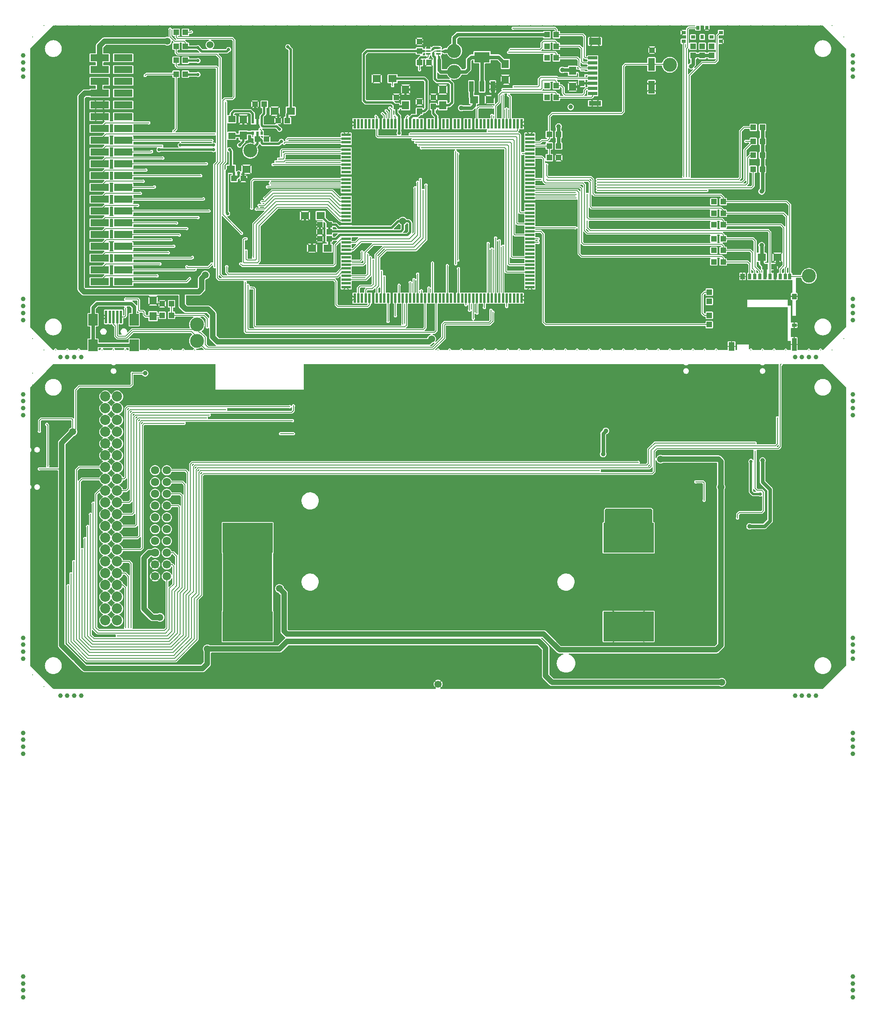
<source format=gbl>
G04 #@! TF.GenerationSoftware,KiCad,Pcbnew,7.0.8*
G04 #@! TF.CreationDate,2023-11-01T09:31:03+09:00*
G04 #@! TF.ProjectId,a5d27_handheld_console_pcb,61356432-375f-4686-916e-6468656c645f,rev?*
G04 #@! TF.SameCoordinates,Original*
G04 #@! TF.FileFunction,Copper,L2,Bot*
G04 #@! TF.FilePolarity,Positive*
%FSLAX46Y46*%
G04 Gerber Fmt 4.6, Leading zero omitted, Abs format (unit mm)*
G04 Created by KiCad (PCBNEW 7.0.8) date 2023-11-01 09:31:03*
%MOMM*%
%LPD*%
G01*
G04 APERTURE LIST*
G04 Aperture macros list*
%AMRoundRect*
0 Rectangle with rounded corners*
0 $1 Rounding radius*
0 $2 $3 $4 $5 $6 $7 $8 $9 X,Y pos of 4 corners*
0 Add a 4 corners polygon primitive as box body*
4,1,4,$2,$3,$4,$5,$6,$7,$8,$9,$2,$3,0*
0 Add four circle primitives for the rounded corners*
1,1,$1+$1,$2,$3*
1,1,$1+$1,$4,$5*
1,1,$1+$1,$6,$7*
1,1,$1+$1,$8,$9*
0 Add four rect primitives between the rounded corners*
20,1,$1+$1,$2,$3,$4,$5,0*
20,1,$1+$1,$4,$5,$6,$7,0*
20,1,$1+$1,$6,$7,$8,$9,0*
20,1,$1+$1,$8,$9,$2,$3,0*%
G04 Aperture macros list end*
G04 #@! TA.AperFunction,ComponentPad*
%ADD10C,2.200000*%
G04 #@! TD*
G04 #@! TA.AperFunction,ComponentPad*
%ADD11C,1.800000*%
G04 #@! TD*
G04 #@! TA.AperFunction,ComponentPad*
%ADD12C,1.524000*%
G04 #@! TD*
G04 #@! TA.AperFunction,SMDPad,CuDef*
%ADD13R,1.200000X1.200000*%
G04 #@! TD*
G04 #@! TA.AperFunction,SMDPad,CuDef*
%ADD14R,1.800000X1.600000*%
G04 #@! TD*
G04 #@! TA.AperFunction,SMDPad,CuDef*
%ADD15R,2.000000X0.600000*%
G04 #@! TD*
G04 #@! TA.AperFunction,SMDPad,CuDef*
%ADD16R,0.600000X2.000000*%
G04 #@! TD*
G04 #@! TA.AperFunction,SMDPad,CuDef*
%ADD17R,0.550000X0.800000*%
G04 #@! TD*
G04 #@! TA.AperFunction,SMDPad,CuDef*
%ADD18R,1.600000X1.800000*%
G04 #@! TD*
G04 #@! TA.AperFunction,SMDPad,CuDef*
%ADD19R,1.000000X2.300000*%
G04 #@! TD*
G04 #@! TA.AperFunction,SMDPad,CuDef*
%ADD20R,3.300000X2.300000*%
G04 #@! TD*
G04 #@! TA.AperFunction,SMDPad,CuDef*
%ADD21C,3.000000*%
G04 #@! TD*
G04 #@! TA.AperFunction,SMDPad,CuDef*
%ADD22R,2.000000X0.700000*%
G04 #@! TD*
G04 #@! TA.AperFunction,SMDPad,CuDef*
%ADD23R,1.400000X2.700000*%
G04 #@! TD*
G04 #@! TA.AperFunction,SMDPad,CuDef*
%ADD24R,2.600000X1.000000*%
G04 #@! TD*
G04 #@! TA.AperFunction,SMDPad,CuDef*
%ADD25R,2.600000X1.500000*%
G04 #@! TD*
G04 #@! TA.AperFunction,SMDPad,CuDef*
%ADD26R,0.900000X0.800000*%
G04 #@! TD*
G04 #@! TA.AperFunction,SMDPad,CuDef*
%ADD27R,10.800000X6.400000*%
G04 #@! TD*
G04 #@! TA.AperFunction,SMDPad,CuDef*
%ADD28R,4.000000X1.500000*%
G04 #@! TD*
G04 #@! TA.AperFunction,SMDPad,CuDef*
%ADD29R,0.800000X0.900000*%
G04 #@! TD*
G04 #@! TA.AperFunction,SMDPad,CuDef*
%ADD30R,0.700000X1.200000*%
G04 #@! TD*
G04 #@! TA.AperFunction,SMDPad,CuDef*
%ADD31R,1.000000X1.200000*%
G04 #@! TD*
G04 #@! TA.AperFunction,SMDPad,CuDef*
%ADD32R,1.000000X2.800000*%
G04 #@! TD*
G04 #@! TA.AperFunction,SMDPad,CuDef*
%ADD33R,1.300000X1.900000*%
G04 #@! TD*
G04 #@! TA.AperFunction,SMDPad,CuDef*
%ADD34R,1.000000X0.800000*%
G04 #@! TD*
G04 #@! TA.AperFunction,SMDPad,CuDef*
%ADD35RoundRect,0.087500X0.412500X-0.087500X0.412500X0.087500X-0.412500X0.087500X-0.412500X-0.087500X0*%
G04 #@! TD*
G04 #@! TA.AperFunction,SMDPad,CuDef*
%ADD36R,0.500000X2.800000*%
G04 #@! TD*
G04 #@! TA.AperFunction,SMDPad,CuDef*
%ADD37R,2.000000X2.500000*%
G04 #@! TD*
G04 #@! TA.AperFunction,SMDPad,CuDef*
%ADD38R,1.500000X1.400000*%
G04 #@! TD*
G04 #@! TA.AperFunction,ViaPad*
%ADD39C,1.000000*%
G04 #@! TD*
G04 #@! TA.AperFunction,ViaPad*
%ADD40C,0.300000*%
G04 #@! TD*
G04 #@! TA.AperFunction,ViaPad*
%ADD41C,1.500000*%
G04 #@! TD*
G04 #@! TA.AperFunction,ViaPad*
%ADD42C,0.700000*%
G04 #@! TD*
G04 #@! TA.AperFunction,Conductor*
%ADD43C,0.200000*%
G04 #@! TD*
G04 #@! TA.AperFunction,Conductor*
%ADD44C,0.500000*%
G04 #@! TD*
G04 #@! TA.AperFunction,Conductor*
%ADD45C,0.800000*%
G04 #@! TD*
G04 #@! TA.AperFunction,Conductor*
%ADD46C,1.200000*%
G04 #@! TD*
G04 APERTURE END LIST*
D10*
X76310000Y-205640000D03*
X76310000Y-208180000D03*
X76310000Y-210720000D03*
X76310000Y-213260000D03*
X76310000Y-215800000D03*
X76310000Y-218340000D03*
X76310000Y-220880000D03*
X76310000Y-223420000D03*
X76310000Y-225960000D03*
X76310000Y-228500000D03*
X76310000Y-231040000D03*
X76310000Y-233580000D03*
X76310000Y-236120000D03*
X76310000Y-238660000D03*
X76310000Y-241200000D03*
X76310000Y-243740000D03*
X76310000Y-246280000D03*
X76310000Y-248820000D03*
X76310000Y-251360000D03*
X76310000Y-253900000D03*
X78850000Y-253900000D03*
X78850000Y-251360000D03*
X78850000Y-248820000D03*
X78850000Y-246280000D03*
X78850000Y-243740000D03*
X78850000Y-241200000D03*
X78850000Y-238660000D03*
X78850000Y-236120000D03*
X78850000Y-233580000D03*
X78850000Y-231040000D03*
X78850000Y-228500000D03*
X78850000Y-225960000D03*
X78850000Y-223420000D03*
X78850000Y-220880000D03*
X78850000Y-218340000D03*
X78850000Y-215800000D03*
X78850000Y-213260000D03*
X78850000Y-210720000D03*
X78850000Y-208180000D03*
X78850000Y-205640000D03*
D11*
X89580000Y-244410000D03*
X89580000Y-241870000D03*
X89580000Y-239330000D03*
X89580000Y-236790000D03*
X89580000Y-234250000D03*
X89580000Y-231710000D03*
X89580000Y-229170000D03*
X89580000Y-226630000D03*
X89580000Y-224090000D03*
X89580000Y-221550000D03*
X87040000Y-221550000D03*
X87040000Y-224090000D03*
X87040000Y-226630000D03*
X87040000Y-229170000D03*
X87040000Y-231710000D03*
X87040000Y-234250000D03*
X87040000Y-236790000D03*
X87040000Y-239330000D03*
X87040000Y-241870000D03*
X87040000Y-244410000D03*
D12*
X148080000Y-267640000D03*
D13*
X207580000Y-168640000D03*
X209580000Y-168640000D03*
D14*
X155880000Y-141640000D03*
X159280000Y-141640000D03*
D15*
X128280000Y-182040000D03*
X128280000Y-181240000D03*
X128280000Y-180440000D03*
X128280000Y-179640000D03*
X128280000Y-178840000D03*
X128280000Y-178040000D03*
X128280000Y-177240000D03*
X128280000Y-176440000D03*
X128280000Y-175640000D03*
X128280000Y-174840000D03*
X128280000Y-174040000D03*
X128280000Y-173240000D03*
X128280000Y-172440000D03*
X128280000Y-171640000D03*
X128280000Y-170840000D03*
X128280000Y-170040000D03*
X128280000Y-169240000D03*
X128280000Y-168440000D03*
X128280000Y-167640000D03*
X128280000Y-166840000D03*
X128280000Y-166040000D03*
X128280000Y-165240000D03*
X128280000Y-164440000D03*
X128280000Y-163640000D03*
X128280000Y-162840000D03*
X128280000Y-162040000D03*
X128280000Y-161240000D03*
X128280000Y-160440000D03*
X128280000Y-159640000D03*
X128280000Y-158840000D03*
X128280000Y-158040000D03*
X128280000Y-157240000D03*
X128280000Y-156440000D03*
X128280000Y-155640000D03*
X128280000Y-154840000D03*
X128280000Y-154040000D03*
X128280000Y-153240000D03*
X128280000Y-152440000D03*
X128280000Y-151640000D03*
X128280000Y-150840000D03*
X128280000Y-150040000D03*
X128280000Y-149240000D03*
D16*
X130080000Y-146840000D03*
X130880000Y-146840000D03*
X131680000Y-146840000D03*
X132480000Y-146840000D03*
X133280000Y-146840000D03*
X134080000Y-146840000D03*
X134880000Y-146840000D03*
X135680000Y-146840000D03*
X136480000Y-146840000D03*
X137280000Y-146840000D03*
X138080000Y-146840000D03*
X138880000Y-146840000D03*
X139680000Y-146840000D03*
X140480000Y-146840000D03*
X141280000Y-146840000D03*
X142080000Y-146840000D03*
X142880000Y-146840000D03*
X143680000Y-146840000D03*
X144480000Y-146840000D03*
X145280000Y-146840000D03*
X146080000Y-146840000D03*
X146880000Y-146840000D03*
X147680000Y-146840000D03*
X148480000Y-146840000D03*
X149280000Y-146840000D03*
X150080000Y-146840000D03*
X150880000Y-146840000D03*
X151680000Y-146840000D03*
X152480000Y-146840000D03*
X153280000Y-146840000D03*
X154080000Y-146840000D03*
X154880000Y-146840000D03*
X155680000Y-146840000D03*
X156480000Y-146840000D03*
X157280000Y-146840000D03*
X158080000Y-146840000D03*
X158880000Y-146840000D03*
X159680000Y-146840000D03*
X160480000Y-146840000D03*
X161280000Y-146840000D03*
X162080000Y-146840000D03*
X162880000Y-146840000D03*
X163680000Y-146840000D03*
X164480000Y-146840000D03*
X165280000Y-146840000D03*
X166080000Y-146840000D03*
D15*
X167880000Y-149240000D03*
X167880000Y-150040000D03*
X167880000Y-150840000D03*
X167880000Y-151640000D03*
X167880000Y-152440000D03*
X167880000Y-153240000D03*
X167880000Y-154040000D03*
X167880000Y-154840000D03*
X167880000Y-155640000D03*
X167880000Y-156440000D03*
X167880000Y-157240000D03*
X167880000Y-158040000D03*
X167880000Y-158840000D03*
X167880000Y-159640000D03*
X167880000Y-160440000D03*
X167880000Y-161240000D03*
X167880000Y-162040000D03*
X167880000Y-162840000D03*
X167880000Y-163640000D03*
X167880000Y-164440000D03*
X167880000Y-165240000D03*
X167880000Y-166040000D03*
X167880000Y-166840000D03*
X167880000Y-167640000D03*
X167880000Y-168440000D03*
X167880000Y-169240000D03*
X167880000Y-170040000D03*
X167880000Y-170840000D03*
X167880000Y-171640000D03*
X167880000Y-172440000D03*
X167880000Y-173240000D03*
X167880000Y-174040000D03*
X167880000Y-174840000D03*
X167880000Y-175640000D03*
X167880000Y-176440000D03*
X167880000Y-177240000D03*
X167880000Y-178040000D03*
X167880000Y-178840000D03*
X167880000Y-179640000D03*
X167880000Y-180440000D03*
X167880000Y-181240000D03*
X167880000Y-182040000D03*
D16*
X166080000Y-184440000D03*
X165280000Y-184440000D03*
X164480000Y-184440000D03*
X163680000Y-184440000D03*
X162880000Y-184440000D03*
X162080000Y-184440000D03*
X161280000Y-184440000D03*
X160480000Y-184440000D03*
X159680000Y-184440000D03*
X158880000Y-184440000D03*
X158080000Y-184440000D03*
X157280000Y-184440000D03*
X156480000Y-184440000D03*
X155680000Y-184440000D03*
X154880000Y-184440000D03*
X154080000Y-184440000D03*
X153280000Y-184440000D03*
X152480000Y-184440000D03*
X151680000Y-184440000D03*
X150880000Y-184440000D03*
X150080000Y-184440000D03*
X149280000Y-184440000D03*
X148480000Y-184440000D03*
X147680000Y-184440000D03*
X146880000Y-184440000D03*
X146080000Y-184440000D03*
X145280000Y-184440000D03*
X144480000Y-184440000D03*
X143680000Y-184440000D03*
X142880000Y-184440000D03*
X142080000Y-184440000D03*
X141280000Y-184440000D03*
X140480000Y-184440000D03*
X139680000Y-184440000D03*
X138880000Y-184440000D03*
X138080000Y-184440000D03*
X137280000Y-184440000D03*
X136480000Y-184440000D03*
X135680000Y-184440000D03*
X134880000Y-184440000D03*
X134080000Y-184440000D03*
X133280000Y-184440000D03*
X132480000Y-184440000D03*
X131680000Y-184440000D03*
X130880000Y-184440000D03*
X130080000Y-184440000D03*
D13*
X205080000Y-132140000D03*
X205080000Y-130140000D03*
X207580000Y-163640000D03*
X209580000Y-163640000D03*
X179080000Y-138140000D03*
X179080000Y-136140000D03*
X144080000Y-131140000D03*
X144080000Y-129140000D03*
D17*
X110030000Y-148840000D03*
X109080000Y-148840000D03*
X108130000Y-148840000D03*
X108130000Y-146440000D03*
X109080000Y-146440000D03*
X110030000Y-146440000D03*
D18*
X177080000Y-135440000D03*
X177080000Y-138840000D03*
D13*
X144080000Y-133640000D03*
X146080000Y-133640000D03*
D19*
X159880000Y-138790000D03*
X157580000Y-138790000D03*
X155280000Y-138790000D03*
D20*
X157580000Y-132490000D03*
D13*
X93580000Y-133140000D03*
X91580000Y-133140000D03*
X174080000Y-149140000D03*
X172080000Y-149140000D03*
X171580000Y-130140000D03*
X173580000Y-130140000D03*
X207580000Y-171640000D03*
X209580000Y-171640000D03*
D14*
X103380000Y-156640000D03*
X106780000Y-156640000D03*
D21*
X151580000Y-135640000D03*
D13*
X207080000Y-132140000D03*
X207080000Y-130140000D03*
X206580000Y-183140000D03*
X206580000Y-185140000D03*
X144080000Y-142140000D03*
X144080000Y-144140000D03*
X218080000Y-150640000D03*
X216080000Y-150640000D03*
D22*
X181430000Y-132640000D03*
X181430000Y-133740000D03*
X181430000Y-134840000D03*
X181430000Y-135940000D03*
X181430000Y-137040000D03*
X181430000Y-138140000D03*
X181430000Y-139240000D03*
X181430000Y-140340000D03*
D23*
X194130000Y-134040000D03*
D24*
X181930000Y-142440000D03*
D23*
X194130000Y-138940000D03*
D13*
X194230000Y-130990000D03*
D25*
X181930000Y-129090000D03*
D13*
X122580000Y-168640000D03*
X124580000Y-168640000D03*
X93580000Y-130140000D03*
X91580000Y-130140000D03*
X220580000Y-177640000D03*
X218580000Y-177640000D03*
D26*
X209080000Y-127190000D03*
X209080000Y-129090000D03*
X207080000Y-128140000D03*
D21*
X96080000Y-193640000D03*
D13*
X171580000Y-127640000D03*
X173580000Y-127640000D03*
D27*
X189180000Y-236090000D03*
X106980000Y-236090000D03*
X189180000Y-255190000D03*
X106980000Y-255190000D03*
D28*
X75080000Y-132640000D03*
X75080000Y-135180000D03*
X75080000Y-137720000D03*
X75080000Y-140260000D03*
X75080000Y-142800000D03*
X75080000Y-145340000D03*
X75080000Y-147880000D03*
X75080000Y-150420000D03*
X75080000Y-152960000D03*
X75080000Y-155500000D03*
X75080000Y-158040000D03*
X75080000Y-160580000D03*
X75080000Y-163120000D03*
X75080000Y-165660000D03*
X75080000Y-168200000D03*
X75080000Y-170740000D03*
X75080000Y-173280000D03*
X75080000Y-175820000D03*
X75080000Y-178360000D03*
X75080000Y-180900000D03*
X80160000Y-180900000D03*
X80160000Y-178360000D03*
X80160000Y-175820000D03*
X80160000Y-173280000D03*
X80160000Y-170740000D03*
X80160000Y-168200000D03*
X80160000Y-165660000D03*
X80160000Y-163120000D03*
X80160000Y-160580000D03*
X80160000Y-158040000D03*
X80160000Y-155500000D03*
X80160000Y-152960000D03*
X80160000Y-150420000D03*
X80160000Y-147880000D03*
X80160000Y-145340000D03*
X80160000Y-142800000D03*
X80160000Y-140260000D03*
X80160000Y-137720000D03*
X80160000Y-135180000D03*
X80160000Y-132640000D03*
D13*
X172080000Y-154140000D03*
X174080000Y-154140000D03*
D18*
X86580000Y-188340000D03*
X86580000Y-184940000D03*
X149080000Y-142840000D03*
X149080000Y-139440000D03*
D13*
X207580000Y-166140000D03*
X209580000Y-166140000D03*
X147080000Y-141140000D03*
X147080000Y-143140000D03*
D21*
X228080000Y-179640000D03*
X198080000Y-134140000D03*
D13*
X171580000Y-132640000D03*
X173580000Y-132640000D03*
X139080000Y-141140000D03*
X139080000Y-143140000D03*
D21*
X151580000Y-131140000D03*
D13*
X218080000Y-153640000D03*
X216080000Y-153640000D03*
X90580000Y-188140000D03*
X88580000Y-188140000D03*
D14*
X138280000Y-137140000D03*
X134880000Y-137140000D03*
D18*
X141080000Y-142840000D03*
X141080000Y-139440000D03*
D29*
X204130000Y-126140000D03*
X206030000Y-126140000D03*
X205080000Y-128140000D03*
D30*
X215305000Y-179758250D03*
X216405000Y-179758250D03*
X217505000Y-179758250D03*
X218605000Y-179758250D03*
X219705000Y-179758250D03*
X220805000Y-179758250D03*
X221905000Y-179758250D03*
X223005000Y-179758250D03*
D31*
X224905000Y-184058250D03*
D32*
X224905000Y-194408250D03*
D33*
X211405000Y-194858250D03*
D31*
X213755000Y-179758250D03*
D34*
X224905000Y-190258250D03*
D30*
X223955000Y-179758250D03*
D13*
X110580000Y-142640000D03*
X108580000Y-142640000D03*
X218080000Y-156640000D03*
X216080000Y-156640000D03*
X171580000Y-138640000D03*
X173580000Y-138640000D03*
D35*
X145980000Y-131790000D03*
X145980000Y-131140000D03*
X145980000Y-130490000D03*
X148180000Y-130490000D03*
X148180000Y-131140000D03*
X148180000Y-131790000D03*
D13*
X93580000Y-136140000D03*
X91580000Y-136140000D03*
X93580000Y-127140000D03*
X91580000Y-127140000D03*
D18*
X106080000Y-149340000D03*
X106080000Y-145940000D03*
D13*
X109080000Y-150140000D03*
X111080000Y-150140000D03*
D21*
X107580000Y-152640000D03*
D13*
X171580000Y-141140000D03*
X173580000Y-141140000D03*
X106080000Y-158640000D03*
X104080000Y-158640000D03*
X206580000Y-188140000D03*
X206580000Y-190140000D03*
X218080000Y-147640000D03*
X216080000Y-147640000D03*
X113580000Y-146140000D03*
X115580000Y-146140000D03*
D14*
X124280000Y-173640000D03*
X120880000Y-173640000D03*
X217880000Y-175640000D03*
X221280000Y-175640000D03*
D13*
X172080000Y-151640000D03*
X174080000Y-151640000D03*
D36*
X79680000Y-188465000D03*
X76480000Y-188465000D03*
X78080000Y-188465000D03*
X78880000Y-188465000D03*
X77280000Y-188465000D03*
D37*
X73630000Y-194590000D03*
X82530000Y-194590000D03*
X73630000Y-189090000D03*
X82530000Y-189090000D03*
D18*
X162580000Y-133940000D03*
X162580000Y-137340000D03*
D13*
X207580000Y-174140000D03*
X209580000Y-174140000D03*
X122580000Y-170140000D03*
X124580000Y-170140000D03*
X90580000Y-185640000D03*
X88580000Y-185640000D03*
X203080000Y-132140000D03*
X203080000Y-130140000D03*
D38*
X103580000Y-149440000D03*
X103580000Y-145840000D03*
D13*
X207580000Y-176640000D03*
X209580000Y-176640000D03*
D14*
X116280000Y-144140000D03*
X112880000Y-144140000D03*
D26*
X201080000Y-129090000D03*
X201080000Y-127190000D03*
X203080000Y-128140000D03*
D14*
X122780000Y-166640000D03*
X119380000Y-166640000D03*
D21*
X96080000Y-190140000D03*
D13*
X122580000Y-171640000D03*
X124580000Y-171640000D03*
D39*
X68080000Y-197140000D03*
X58580000Y-257640000D03*
X237580000Y-205140000D03*
X237580000Y-257640000D03*
D40*
X188080000Y-195640000D03*
D39*
X58580000Y-262140000D03*
D40*
X208080000Y-195640000D03*
X95580000Y-195640000D03*
X160580000Y-195640000D03*
D39*
X58580000Y-135140000D03*
D40*
X153080000Y-195640000D03*
D39*
X58580000Y-136640000D03*
D40*
X60580000Y-193140000D03*
D39*
X229580000Y-197140000D03*
X58580000Y-333640000D03*
D40*
X233080000Y-195640000D03*
X235580000Y-128140000D03*
D39*
X237580000Y-281140000D03*
D40*
X150580000Y-195640000D03*
X148080000Y-195640000D03*
X233080000Y-125640000D03*
D39*
X58580000Y-184640000D03*
X58580000Y-259140000D03*
D40*
X185580000Y-195640000D03*
X230580000Y-195640000D03*
X78080000Y-195640000D03*
D39*
X237580000Y-189140000D03*
D40*
X63080000Y-268140000D03*
X155580000Y-195640000D03*
X183080000Y-195640000D03*
X70580000Y-195640000D03*
D39*
X58580000Y-208140000D03*
D40*
X175580000Y-195640000D03*
X178080000Y-195640000D03*
D39*
X237580000Y-279640000D03*
X58580000Y-187640000D03*
D40*
X68080000Y-195640000D03*
D39*
X229580000Y-270140000D03*
X237580000Y-332140000D03*
D40*
X228080000Y-195640000D03*
D39*
X228080000Y-270140000D03*
D40*
X170580000Y-195640000D03*
D39*
X237580000Y-132140000D03*
D40*
X158080000Y-195640000D03*
X215580000Y-195640000D03*
D39*
X58580000Y-281140000D03*
X228080000Y-197140000D03*
D40*
X75580000Y-195640000D03*
D39*
X58580000Y-186140000D03*
D40*
X93080000Y-195640000D03*
D39*
X237580000Y-206640000D03*
X225080000Y-197140000D03*
X58580000Y-282640000D03*
D40*
X168080000Y-195640000D03*
X165580000Y-195640000D03*
X90580000Y-195640000D03*
D39*
X58580000Y-133640000D03*
D40*
X183080000Y-195640000D03*
X60580000Y-265640000D03*
D39*
X66580000Y-270140000D03*
X237580000Y-133640000D03*
X237580000Y-330640000D03*
X69580000Y-197140000D03*
X69580000Y-270140000D03*
X237580000Y-135140000D03*
D40*
X203080000Y-195640000D03*
X173080000Y-195640000D03*
D39*
X225080000Y-270140000D03*
X58580000Y-278140000D03*
X58580000Y-132140000D03*
X237580000Y-187640000D03*
X237580000Y-278140000D03*
D40*
X223080000Y-195640000D03*
D39*
X71080000Y-270140000D03*
X237580000Y-259140000D03*
X58580000Y-330640000D03*
D40*
X203080000Y-195640000D03*
D39*
X237580000Y-282640000D03*
X237580000Y-260640000D03*
D40*
X193080000Y-195640000D03*
X198080000Y-195640000D03*
X80580000Y-195640000D03*
X200580000Y-195640000D03*
D39*
X58580000Y-189140000D03*
X237580000Y-335140000D03*
D40*
X218080000Y-195640000D03*
D39*
X237580000Y-262140000D03*
D40*
X60580000Y-200640000D03*
X235580000Y-193140000D03*
D39*
X68080000Y-270140000D03*
X237580000Y-184640000D03*
X58580000Y-260640000D03*
X58580000Y-209640000D03*
D40*
X85580000Y-195640000D03*
D39*
X237580000Y-333640000D03*
X58580000Y-332140000D03*
D40*
X190580000Y-195640000D03*
X205580000Y-195640000D03*
D39*
X237580000Y-209640000D03*
D40*
X63080000Y-195640000D03*
D39*
X58580000Y-279640000D03*
D40*
X60580000Y-128140000D03*
X63080000Y-125640000D03*
D39*
X237580000Y-186140000D03*
X71080000Y-197140000D03*
X58580000Y-206640000D03*
D40*
X88080000Y-195640000D03*
D39*
X58580000Y-335140000D03*
D40*
X65580000Y-195640000D03*
D39*
X237580000Y-136640000D03*
D40*
X170580000Y-195640000D03*
D39*
X226580000Y-270140000D03*
X58580000Y-205140000D03*
X66580000Y-197140000D03*
X237580000Y-208140000D03*
D40*
X180580000Y-195640000D03*
X163080000Y-195640000D03*
X195580000Y-195640000D03*
X220580000Y-195640000D03*
D39*
X226580000Y-197140000D03*
D41*
X189180000Y-236090000D03*
D39*
X190680000Y-231640000D03*
X186480000Y-231640000D03*
X193480000Y-231640000D03*
X185080000Y-231640000D03*
X189280000Y-231640000D03*
X187880000Y-231640000D03*
X192080000Y-231640000D03*
D40*
X80680000Y-184640000D03*
X80680000Y-186640000D03*
X138280000Y-138640000D03*
X93880000Y-169440000D03*
D42*
X114280000Y-150640000D03*
D40*
X162880000Y-143640000D03*
X164280000Y-126240000D03*
D42*
X171580000Y-138640000D03*
X167280000Y-127640000D03*
X171580000Y-132640000D03*
X171580000Y-130140000D03*
X171580000Y-141140000D03*
D40*
X205080000Y-130140000D03*
X203080000Y-128140000D03*
X207080000Y-130140000D03*
X205080000Y-128140000D03*
X207080000Y-128140000D03*
X95680000Y-178240000D03*
X143280000Y-150840000D03*
X143880000Y-151440000D03*
X95080000Y-175640000D03*
X91080000Y-173240000D03*
X107680000Y-182240000D03*
X106480000Y-181040000D03*
X92280000Y-170840000D03*
X91680000Y-168240000D03*
X107080000Y-181640000D03*
X85680000Y-146640000D03*
X113080000Y-155040000D03*
X134680000Y-145240000D03*
X99880000Y-149040000D03*
X108280000Y-175640000D03*
X90480000Y-171840000D03*
X89880000Y-174640000D03*
X108880000Y-165240000D03*
X88480000Y-151640000D03*
X109480000Y-164440000D03*
X110080000Y-163640000D03*
X88680000Y-154240000D03*
X203080000Y-130140000D03*
X142680000Y-150240000D03*
X96280000Y-167040000D03*
X113680000Y-154440000D03*
X85080000Y-156840000D03*
X114280000Y-153840000D03*
X84480000Y-159240000D03*
X114880000Y-151040000D03*
X83880000Y-161840000D03*
X115480000Y-150240000D03*
X83280000Y-164440000D03*
X88080000Y-177040000D03*
X110680000Y-162840000D03*
X212680000Y-231840000D03*
X216480000Y-217440000D03*
X216480000Y-215640000D03*
X203680000Y-224040000D03*
X205480000Y-228040000D03*
X191280000Y-219840000D03*
X87480000Y-179640000D03*
X111280000Y-160440000D03*
X94480000Y-180240000D03*
X144480000Y-152040000D03*
X222080000Y-198640000D03*
X68280000Y-246440000D03*
X73680000Y-228640000D03*
X69480000Y-241240000D03*
X221280000Y-210240000D03*
X152329500Y-176240000D03*
X152329500Y-153286769D03*
X150080000Y-146840000D03*
X159929500Y-187440000D03*
X151880000Y-177040000D03*
X149280000Y-146840000D03*
X151880000Y-152840000D03*
X159480000Y-187040000D03*
X80680000Y-255440000D03*
X81280000Y-255440000D03*
X177880000Y-162840000D03*
X180280000Y-167840000D03*
X177880000Y-162040000D03*
X180280000Y-162040000D03*
X170280000Y-158840000D03*
X171480000Y-158840000D03*
X166280000Y-153240000D03*
X171480000Y-155640000D03*
X81880000Y-255440000D03*
X140480000Y-190040000D03*
X137280000Y-189440000D03*
X155680000Y-188840000D03*
X138880000Y-188240000D03*
X156480000Y-187640000D03*
X154880000Y-187040000D03*
X158080000Y-186440000D03*
X154080000Y-185840000D03*
X144480000Y-182840000D03*
X146080000Y-182240000D03*
X139680000Y-181640000D03*
X142080000Y-181040000D03*
X142880000Y-180440000D03*
X136480000Y-179840000D03*
X143680000Y-179240000D03*
X135880000Y-178640000D03*
X152480000Y-178040000D03*
X150080000Y-177440000D03*
X146880000Y-176840000D03*
X134080000Y-176240000D03*
X133480000Y-175640000D03*
X132880000Y-175040000D03*
X131680000Y-174440000D03*
X128280000Y-173240000D03*
X159680000Y-173840000D03*
X162080000Y-173240000D03*
X158880000Y-172640000D03*
X161280000Y-172040000D03*
X160480000Y-171440000D03*
X136880000Y-144040000D03*
X98680000Y-165640000D03*
X138680000Y-145240000D03*
X97480000Y-163040000D03*
X111880000Y-159640000D03*
X86880000Y-160440000D03*
X96880000Y-158040000D03*
X142080000Y-149040000D03*
X98080000Y-155440000D03*
X137680000Y-143440000D03*
X86280000Y-152840000D03*
X112480000Y-155640000D03*
X99280000Y-150440000D03*
X136080000Y-144640000D03*
X201080000Y-158240000D03*
X177680000Y-169240000D03*
X169680000Y-171640000D03*
X201680000Y-158240000D03*
X202280000Y-158240000D03*
X169680000Y-172440000D03*
X98280000Y-190640000D03*
X162880000Y-186240000D03*
X73080000Y-231040000D03*
X72480000Y-233640000D03*
X71880000Y-236240000D03*
X71280000Y-238640000D03*
X91580000Y-127140000D03*
X91580000Y-130140000D03*
X91580000Y-133140000D03*
X99880000Y-177640000D03*
X102480000Y-177640000D03*
X105480000Y-177040000D03*
X99280000Y-177040000D03*
X84880000Y-136440000D03*
X91080000Y-148440000D03*
X93880000Y-177640000D03*
X163680000Y-130840000D03*
X163280000Y-140640000D03*
X163280000Y-131440000D03*
X159880000Y-143240000D03*
X182480000Y-158840000D03*
X216080000Y-147640000D03*
X144280000Y-158840000D03*
X159680000Y-145040000D03*
X164480000Y-138840000D03*
X143680000Y-159440000D03*
X214480000Y-150640000D03*
X182480000Y-159440000D03*
X162080000Y-140640000D03*
X162080000Y-139440000D03*
X182480000Y-160040000D03*
X145480000Y-160040000D03*
X216080000Y-153640000D03*
X216080000Y-156640000D03*
X143080000Y-160640000D03*
X182480000Y-160640000D03*
X206080000Y-161240000D03*
X182480000Y-161240000D03*
X144880000Y-161240000D03*
X206580000Y-185140000D03*
X206580000Y-190140000D03*
X68880000Y-243840000D03*
X182880000Y-221640000D03*
X63880000Y-220640000D03*
X63680000Y-211640000D03*
X78880000Y-257240000D03*
D42*
X113880000Y-148040000D03*
D40*
X93280000Y-211440000D03*
X116680000Y-210840000D03*
X98080000Y-210240000D03*
X98680000Y-209640000D03*
X116880000Y-207640000D03*
X102280000Y-208440000D03*
X116080000Y-207840000D03*
D42*
X217580000Y-226640000D03*
X215580000Y-219640000D03*
D40*
X107880000Y-165040000D03*
X105680000Y-170440000D03*
X141480000Y-145240000D03*
X102280000Y-142240000D03*
X106680000Y-174240000D03*
X106680000Y-171640000D03*
X116880000Y-213640000D03*
X114080000Y-213640000D03*
X158880000Y-148440000D03*
X144080000Y-135240000D03*
X153080000Y-225640000D03*
X205580000Y-245640000D03*
X155580000Y-238140000D03*
X220580000Y-233140000D03*
X133080000Y-233140000D03*
X150580000Y-230640000D03*
X223080000Y-218140000D03*
X223080000Y-258140000D03*
X193080000Y-213140000D03*
X213080000Y-265640000D03*
X230580000Y-253140000D03*
X100580000Y-235640000D03*
X140580000Y-235640000D03*
X205580000Y-240640000D03*
X160580000Y-240640000D03*
X128080000Y-263140000D03*
X230580000Y-250640000D03*
X175580000Y-208140000D03*
X123080000Y-235640000D03*
X115580000Y-268140000D03*
X108080000Y-225640000D03*
X198080000Y-235640000D03*
X100580000Y-245640000D03*
X110580000Y-228140000D03*
X148080000Y-253140000D03*
X75580000Y-265640000D03*
X85580000Y-205640000D03*
X193080000Y-210640000D03*
X155580000Y-223140000D03*
X213080000Y-208140000D03*
X200580000Y-255640000D03*
X130580000Y-215640000D03*
X148080000Y-233140000D03*
X80580000Y-238140000D03*
X68080000Y-230640000D03*
X165580000Y-245640000D03*
X153080000Y-210640000D03*
X73080000Y-210640000D03*
X65580000Y-238140000D03*
X175580000Y-238140000D03*
X225580000Y-248140000D03*
X215580000Y-268140000D03*
X188080000Y-248140000D03*
X168080000Y-240640000D03*
X190580000Y-200640000D03*
X108080000Y-263140000D03*
X150580000Y-268140000D03*
X90580000Y-215640000D03*
X90580000Y-203140000D03*
X140580000Y-228140000D03*
X135580000Y-253140000D03*
X225580000Y-225640000D03*
X170580000Y-208140000D03*
X233080000Y-203140000D03*
X180580000Y-265640000D03*
X168080000Y-265640000D03*
X213080000Y-200640000D03*
X128080000Y-253140000D03*
X199780000Y-199965000D03*
X148080000Y-245640000D03*
X145580000Y-260640000D03*
X123080000Y-243140000D03*
X113080000Y-255640000D03*
X215580000Y-240640000D03*
X198080000Y-250640000D03*
X180580000Y-250640000D03*
X175580000Y-258140000D03*
X210580000Y-213140000D03*
X60580000Y-248140000D03*
X125580000Y-228140000D03*
X163080000Y-205640000D03*
X135580000Y-245640000D03*
X133080000Y-263140000D03*
X223080000Y-268140000D03*
X110580000Y-215640000D03*
X210580000Y-265640000D03*
X115580000Y-233140000D03*
X195580000Y-240640000D03*
X135580000Y-215640000D03*
X165580000Y-230640000D03*
X143080000Y-255640000D03*
X228080000Y-233140000D03*
X120580000Y-225640000D03*
X215580000Y-248140000D03*
X198080000Y-213140000D03*
X158080000Y-240640000D03*
X118080000Y-255640000D03*
X135580000Y-268140000D03*
X150580000Y-200640000D03*
X125580000Y-203140000D03*
X205580000Y-203140000D03*
X175580000Y-240640000D03*
X98080000Y-218140000D03*
X128080000Y-215640000D03*
X110580000Y-225640000D03*
X175580000Y-255640000D03*
X68080000Y-243140000D03*
X133080000Y-223140000D03*
X193080000Y-245640000D03*
X130580000Y-263140000D03*
X215580000Y-218140000D03*
X140580000Y-230640000D03*
X195580000Y-230640000D03*
X125580000Y-230640000D03*
X83080000Y-240640000D03*
X118080000Y-233140000D03*
X225580000Y-205640000D03*
X68080000Y-223140000D03*
X200580000Y-230640000D03*
X235580000Y-213140000D03*
X190580000Y-210640000D03*
X180580000Y-240640000D03*
X85580000Y-228140000D03*
X183080000Y-245640000D03*
X198080000Y-258140000D03*
X63080000Y-248140000D03*
X135580000Y-255640000D03*
X178080000Y-200640000D03*
X160580000Y-205640000D03*
X140580000Y-218140000D03*
X198080000Y-263140000D03*
X230580000Y-258140000D03*
X60580000Y-203140000D03*
X120580000Y-213140000D03*
X123080000Y-218140000D03*
X100580000Y-240640000D03*
X163080000Y-268140000D03*
X180580000Y-228140000D03*
X233080000Y-240640000D03*
X63080000Y-208140000D03*
X133080000Y-228140000D03*
X230580000Y-235640000D03*
X60580000Y-238140000D03*
X185580000Y-213140000D03*
X150580000Y-203140000D03*
X78080000Y-263140000D03*
X193080000Y-250640000D03*
X158080000Y-253140000D03*
X195580000Y-253140000D03*
X168080000Y-225640000D03*
X118080000Y-223140000D03*
X143080000Y-208140000D03*
X68080000Y-245640000D03*
X230580000Y-200640000D03*
X78080000Y-265640000D03*
X153080000Y-205640000D03*
X143080000Y-223140000D03*
X148080000Y-200640000D03*
X205580000Y-235640000D03*
X225580000Y-208140000D03*
X223080000Y-265640000D03*
X158080000Y-228140000D03*
X223080000Y-260640000D03*
X193080000Y-263140000D03*
X178080000Y-230640000D03*
X198080000Y-253140000D03*
X135580000Y-200640000D03*
X205580000Y-265640000D03*
X165580000Y-238140000D03*
X140580000Y-260640000D03*
X98080000Y-243140000D03*
X183080000Y-258140000D03*
X188080000Y-265640000D03*
X153080000Y-260640000D03*
X228080000Y-253140000D03*
X70580000Y-215640000D03*
X153080000Y-203140000D03*
X158080000Y-260640000D03*
X228080000Y-265640000D03*
X225580000Y-218140000D03*
X143080000Y-218140000D03*
X143080000Y-233140000D03*
X98080000Y-223140000D03*
X123080000Y-203140000D03*
X68080000Y-263140000D03*
X88080000Y-268140000D03*
X168080000Y-200640000D03*
X128080000Y-225640000D03*
X145580000Y-228140000D03*
X148080000Y-230640000D03*
X128080000Y-235640000D03*
X95580000Y-263140000D03*
X90580000Y-205640000D03*
X208080000Y-238140000D03*
X118080000Y-263140000D03*
X123080000Y-208140000D03*
X150580000Y-228140000D03*
X158080000Y-205640000D03*
X138080000Y-228140000D03*
X133080000Y-235640000D03*
X123080000Y-255640000D03*
X148080000Y-260640000D03*
X225580000Y-265640000D03*
X148080000Y-228140000D03*
X160580000Y-218140000D03*
X233080000Y-228140000D03*
X113080000Y-240640000D03*
X205580000Y-248140000D03*
X153080000Y-245640000D03*
X218080000Y-205640000D03*
X63080000Y-260640000D03*
X210580000Y-258140000D03*
X158080000Y-215640000D03*
X195580000Y-228140000D03*
X163080000Y-245640000D03*
X98080000Y-200640000D03*
X173080000Y-253140000D03*
X205580000Y-205640000D03*
X103080000Y-213140000D03*
X125580000Y-245640000D03*
X125580000Y-215640000D03*
X200580000Y-243140000D03*
X63080000Y-240640000D03*
X225580000Y-258140000D03*
X63080000Y-263140000D03*
X65580000Y-255640000D03*
X213080000Y-208140000D03*
X155580000Y-203140000D03*
X150580000Y-240640000D03*
X230580000Y-215640000D03*
X135580000Y-218140000D03*
X133080000Y-243140000D03*
X83080000Y-263140000D03*
X210580000Y-250640000D03*
X128080000Y-223140000D03*
X138080000Y-263140000D03*
X140580000Y-225640000D03*
X138080000Y-260640000D03*
X113080000Y-253140000D03*
X200580000Y-263140000D03*
X73080000Y-268140000D03*
X208080000Y-235640000D03*
X153080000Y-243140000D03*
X223080000Y-218140000D03*
X198080000Y-248140000D03*
X233080000Y-235640000D03*
X228080000Y-210640000D03*
X145580000Y-238140000D03*
X135580000Y-223140000D03*
X133080000Y-245640000D03*
X125580000Y-240640000D03*
X235580000Y-245640000D03*
X133080000Y-210640000D03*
X233080000Y-263140000D03*
X60580000Y-255640000D03*
X175580000Y-240640000D03*
X118080000Y-243140000D03*
X168080000Y-228140000D03*
X133080000Y-215640000D03*
X85580000Y-218140000D03*
X168080000Y-230640000D03*
X168080000Y-238140000D03*
X108080000Y-213140000D03*
X220580000Y-228140000D03*
X180580000Y-263140000D03*
X113080000Y-218140000D03*
X133080000Y-218140000D03*
X180580000Y-248140000D03*
X145580000Y-223140000D03*
X200580000Y-243140000D03*
X190580000Y-218140000D03*
X223080000Y-230640000D03*
X215580000Y-208140000D03*
X210580000Y-208140000D03*
X105580000Y-268140000D03*
X113080000Y-225640000D03*
X165580000Y-223140000D03*
X155580000Y-245640000D03*
X138080000Y-200640000D03*
X225580000Y-253140000D03*
X85580000Y-268140000D03*
X63080000Y-243140000D03*
X158080000Y-225640000D03*
X135580000Y-260640000D03*
X65580000Y-230640000D03*
X215580000Y-205640000D03*
X205580000Y-255640000D03*
X173080000Y-203140000D03*
X158080000Y-218140000D03*
X228080000Y-213140000D03*
X228080000Y-258140000D03*
X150580000Y-235640000D03*
X175580000Y-250640000D03*
X173080000Y-265640000D03*
X60580000Y-210640000D03*
X165580000Y-268140000D03*
X153080000Y-233140000D03*
X125580000Y-253140000D03*
X68080000Y-268140000D03*
X150580000Y-225640000D03*
X178080000Y-253140000D03*
X123080000Y-260640000D03*
X60580000Y-253140000D03*
X183080000Y-243140000D03*
X133080000Y-203140000D03*
X195580000Y-258140000D03*
X165580000Y-203140000D03*
X153080000Y-238140000D03*
X190580000Y-250640000D03*
X120580000Y-230640000D03*
X143080000Y-228140000D03*
X215580000Y-210640000D03*
X193080000Y-240640000D03*
X113080000Y-225640000D03*
X163080000Y-218140000D03*
X228080000Y-200640000D03*
X98080000Y-255640000D03*
X123080000Y-253140000D03*
X203080000Y-263140000D03*
X168080000Y-235640000D03*
X133080000Y-205640000D03*
X235580000Y-240640000D03*
X65580000Y-258140000D03*
X60580000Y-243140000D03*
X235580000Y-215640000D03*
X145580000Y-208140000D03*
X225580000Y-235640000D03*
X220580000Y-268140000D03*
X200580000Y-208140000D03*
X195580000Y-255640000D03*
X188080000Y-250640000D03*
X215580000Y-213140000D03*
X208080000Y-243140000D03*
X90580000Y-268140000D03*
X138080000Y-243140000D03*
X98080000Y-235640000D03*
X178080000Y-203140000D03*
X200580000Y-250640000D03*
X63080000Y-233140000D03*
X108080000Y-228140000D03*
X233080000Y-230640000D03*
X146680000Y-267040000D03*
X185580000Y-265640000D03*
X113080000Y-233140000D03*
X223080000Y-235640000D03*
X198080000Y-238140000D03*
X233080000Y-260640000D03*
X190580000Y-263140000D03*
X218080000Y-250640000D03*
X108080000Y-215640000D03*
X225580000Y-250640000D03*
X133080000Y-238140000D03*
X115580000Y-228140000D03*
X230580000Y-240640000D03*
X188080000Y-200640000D03*
X118080000Y-230640000D03*
X155580000Y-230640000D03*
X85580000Y-220640000D03*
X120580000Y-243140000D03*
X173080000Y-250640000D03*
X73080000Y-208140000D03*
X135580000Y-215640000D03*
X225580000Y-230640000D03*
X60580000Y-245640000D03*
X150580000Y-213140000D03*
X118080000Y-225640000D03*
X70580000Y-218140000D03*
X90580000Y-213140000D03*
X133080000Y-255640000D03*
X193080000Y-248140000D03*
X158080000Y-203140000D03*
X68080000Y-238140000D03*
X148080000Y-218140000D03*
X65580000Y-200640000D03*
X180580000Y-245640000D03*
X148080000Y-225640000D03*
X168080000Y-243140000D03*
X135580000Y-243140000D03*
X63080000Y-238140000D03*
X205580000Y-210640000D03*
X138080000Y-253140000D03*
X210580000Y-205640000D03*
X143080000Y-263140000D03*
X100580000Y-230640000D03*
X208080000Y-265640000D03*
X135580000Y-213140000D03*
X173080000Y-200640000D03*
X225580000Y-200640000D03*
X178080000Y-238140000D03*
X165580000Y-228140000D03*
X193080000Y-200640000D03*
X213080000Y-213140000D03*
X88080000Y-215640000D03*
X65580000Y-235640000D03*
X130580000Y-233140000D03*
X113080000Y-243140000D03*
X100580000Y-218140000D03*
X170580000Y-255640000D03*
X175580000Y-228140000D03*
X128080000Y-213140000D03*
X168080000Y-208140000D03*
X165580000Y-215640000D03*
X73080000Y-200640000D03*
X60580000Y-205640000D03*
X120580000Y-205640000D03*
X178080000Y-250640000D03*
X135580000Y-225640000D03*
X128080000Y-200640000D03*
X170580000Y-205640000D03*
X83080000Y-268140000D03*
X133080000Y-208140000D03*
X175580000Y-253140000D03*
X140580000Y-223140000D03*
X105580000Y-218140000D03*
X98080000Y-225640000D03*
X70580000Y-208140000D03*
X100580000Y-228140000D03*
X110580000Y-205640000D03*
X160580000Y-245640000D03*
X160580000Y-223140000D03*
X118080000Y-240640000D03*
X90580000Y-263140000D03*
X235580000Y-258140000D03*
X165580000Y-233140000D03*
X180580000Y-258140000D03*
X218080000Y-258140000D03*
X130580000Y-233140000D03*
X160580000Y-235640000D03*
X113080000Y-215640000D03*
X95580000Y-215640000D03*
X63080000Y-255640000D03*
X63080000Y-245640000D03*
X178080000Y-258140000D03*
X155580000Y-253140000D03*
X228080000Y-203140000D03*
X225580000Y-203140000D03*
X185580000Y-200640000D03*
X73080000Y-265640000D03*
X220580000Y-230640000D03*
X98080000Y-240640000D03*
X233080000Y-208140000D03*
X220580000Y-210640000D03*
X153080000Y-230640000D03*
X108080000Y-223140000D03*
X125580000Y-243140000D03*
X168080000Y-223140000D03*
X180580000Y-235640000D03*
X145580000Y-263140000D03*
X218080000Y-203140000D03*
X228080000Y-245640000D03*
X88080000Y-205640000D03*
X150580000Y-260640000D03*
X235580000Y-230640000D03*
X65580000Y-253140000D03*
X120580000Y-233140000D03*
X146280000Y-266640000D03*
X145580000Y-210640000D03*
X138080000Y-203140000D03*
X148080000Y-223140000D03*
X60580000Y-233140000D03*
X208080000Y-218140000D03*
X125580000Y-223140000D03*
X235580000Y-208140000D03*
X175580000Y-265640000D03*
X213080000Y-268140000D03*
X230580000Y-265640000D03*
X105580000Y-230640000D03*
X208080000Y-240640000D03*
X153080000Y-228140000D03*
X143080000Y-243140000D03*
X75580000Y-263140000D03*
X158080000Y-208140000D03*
X95580000Y-218140000D03*
X200580000Y-210640000D03*
X88080000Y-203140000D03*
X235580000Y-225640000D03*
X228080000Y-250640000D03*
X90580000Y-218140000D03*
X155580000Y-255640000D03*
X135580000Y-263140000D03*
X218080000Y-260640000D03*
X150580000Y-215640000D03*
X230580000Y-213140000D03*
X175580000Y-230640000D03*
X150580000Y-253140000D03*
X103080000Y-223140000D03*
X120580000Y-203140000D03*
X100580000Y-253140000D03*
X125580000Y-200640000D03*
X105580000Y-215640000D03*
X158080000Y-200640000D03*
X130580000Y-230640000D03*
X165580000Y-255640000D03*
X120580000Y-200640000D03*
X140580000Y-225640000D03*
X143080000Y-260640000D03*
X200580000Y-253140000D03*
X225580000Y-215640000D03*
X178080000Y-228140000D03*
X140580000Y-213140000D03*
X168080000Y-263140000D03*
X170580000Y-203140000D03*
X80580000Y-205640000D03*
X110580000Y-268140000D03*
X208080000Y-208140000D03*
X183080000Y-255640000D03*
X100580000Y-268140000D03*
X138080000Y-230640000D03*
X165580000Y-240640000D03*
X63080000Y-250640000D03*
X200580000Y-238140000D03*
X73080000Y-205640000D03*
X115580000Y-205640000D03*
X213080000Y-258140000D03*
X125580000Y-233140000D03*
X130580000Y-260640000D03*
X155580000Y-233140000D03*
X223080000Y-250640000D03*
X68080000Y-203140000D03*
X235580000Y-235640000D03*
X128080000Y-238140000D03*
X63080000Y-243140000D03*
X228080000Y-230640000D03*
X85580000Y-215640000D03*
X150580000Y-238140000D03*
X175580000Y-200640000D03*
X125580000Y-235640000D03*
X98080000Y-233140000D03*
X163080000Y-243140000D03*
X133080000Y-260640000D03*
X138080000Y-213140000D03*
X113080000Y-258140000D03*
X133080000Y-200640000D03*
X198080000Y-205640000D03*
X168080000Y-215640000D03*
X130580000Y-240640000D03*
X138080000Y-238140000D03*
X168080000Y-253140000D03*
X138080000Y-255640000D03*
X128080000Y-240640000D03*
X128080000Y-255640000D03*
X213080000Y-218140000D03*
X165580000Y-208140000D03*
X193080000Y-265640000D03*
X128080000Y-245640000D03*
X123080000Y-240640000D03*
X140580000Y-268140000D03*
X113080000Y-268140000D03*
X223080000Y-253140000D03*
X183080000Y-248140000D03*
X120580000Y-263140000D03*
X220580000Y-265640000D03*
X208080000Y-210640000D03*
X203080000Y-255640000D03*
X125580000Y-255640000D03*
X125580000Y-238140000D03*
X235580000Y-255640000D03*
X208080000Y-203140000D03*
X120580000Y-268140000D03*
X153080000Y-215640000D03*
X160580000Y-215640000D03*
X128080000Y-243140000D03*
X93080000Y-263140000D03*
X163080000Y-233140000D03*
X140580000Y-253140000D03*
X198080000Y-258140000D03*
X108080000Y-205640000D03*
X168080000Y-205640000D03*
X65580000Y-233140000D03*
X128080000Y-205640000D03*
X153080000Y-255640000D03*
X200580000Y-248140000D03*
X153080000Y-235640000D03*
X195580000Y-238140000D03*
X168080000Y-225640000D03*
X173080000Y-208140000D03*
X78080000Y-268140000D03*
X148080000Y-240640000D03*
X65580000Y-213140000D03*
X220580000Y-235640000D03*
X180580000Y-255640000D03*
X130580000Y-268140000D03*
X138080000Y-208140000D03*
X105580000Y-223140000D03*
X63080000Y-245640000D03*
X123080000Y-233140000D03*
X200580000Y-240640000D03*
X70580000Y-268140000D03*
X120580000Y-253140000D03*
X120580000Y-205640000D03*
X215580000Y-260640000D03*
X123080000Y-213140000D03*
X233080000Y-233140000D03*
X75580000Y-268140000D03*
X175580000Y-243140000D03*
X175580000Y-225640000D03*
X153080000Y-208140000D03*
X105580000Y-225640000D03*
X195580000Y-225640000D03*
X140580000Y-243140000D03*
X223080000Y-200640000D03*
X98080000Y-213140000D03*
X150580000Y-245640000D03*
X98080000Y-268140000D03*
X155580000Y-205640000D03*
X83080000Y-243140000D03*
X70580000Y-210640000D03*
X60580000Y-235640000D03*
X110580000Y-263140000D03*
X160580000Y-240640000D03*
X170580000Y-253140000D03*
X65580000Y-228140000D03*
X225580000Y-233140000D03*
X145580000Y-230640000D03*
X208080000Y-263140000D03*
X113080000Y-213140000D03*
X145580000Y-205640000D03*
X230580000Y-268140000D03*
X208080000Y-248140000D03*
X153080000Y-213140000D03*
X225580000Y-268140000D03*
X198080000Y-230640000D03*
X143080000Y-238140000D03*
X73080000Y-225640000D03*
X105580000Y-205640000D03*
X95580000Y-268140000D03*
X185580000Y-263140000D03*
X150580000Y-215640000D03*
X118080000Y-238140000D03*
X60580000Y-228140000D03*
X148080000Y-238140000D03*
X128080000Y-218140000D03*
X118080000Y-235640000D03*
X143080000Y-203140000D03*
X125580000Y-225640000D03*
X143080000Y-200640000D03*
X198080000Y-203140000D03*
X153080000Y-215640000D03*
X160580000Y-255640000D03*
X140580000Y-255640000D03*
X115580000Y-260640000D03*
X228080000Y-233140000D03*
X213080000Y-203140000D03*
X210580000Y-263140000D03*
X150580000Y-205640000D03*
X215580000Y-250640000D03*
X143080000Y-240640000D03*
X148080000Y-205640000D03*
X155580000Y-200640000D03*
X155580000Y-225640000D03*
X143080000Y-215640000D03*
X153080000Y-218140000D03*
X110580000Y-223140000D03*
X155580000Y-240640000D03*
X123080000Y-230640000D03*
X123080000Y-205640000D03*
X195580000Y-248140000D03*
X208080000Y-245640000D03*
X143080000Y-268140000D03*
X135580000Y-203140000D03*
X210580000Y-235640000D03*
X200580000Y-265640000D03*
X130580000Y-253140000D03*
X130580000Y-235640000D03*
X143080000Y-210640000D03*
X63080000Y-253140000D03*
X60580000Y-260640000D03*
X148080000Y-215640000D03*
X195580000Y-265640000D03*
X228080000Y-248140000D03*
X150580000Y-233140000D03*
X100580000Y-263140000D03*
X168080000Y-203140000D03*
X60580000Y-250640000D03*
X145580000Y-203140000D03*
X145580000Y-225640000D03*
X195580000Y-235640000D03*
X195580000Y-200640000D03*
X130580000Y-255640000D03*
X150580000Y-223140000D03*
X220580000Y-258140000D03*
X158080000Y-245640000D03*
X233080000Y-225640000D03*
X178080000Y-248140000D03*
X138080000Y-218140000D03*
X180580000Y-238140000D03*
X88080000Y-218140000D03*
X230580000Y-218140000D03*
X123080000Y-228140000D03*
X83080000Y-253140000D03*
X145580000Y-245640000D03*
X130580000Y-210640000D03*
X235580000Y-250640000D03*
X145580000Y-200640000D03*
X220580000Y-205640000D03*
X138080000Y-240640000D03*
X200580000Y-225640000D03*
X193080000Y-243140000D03*
X140580000Y-200640000D03*
X233080000Y-238140000D03*
X220580000Y-225640000D03*
X235580000Y-210640000D03*
X68080000Y-200640000D03*
X88080000Y-263140000D03*
X225580000Y-260640000D03*
X188080000Y-263140000D03*
X120580000Y-260640000D03*
X185580000Y-243140000D03*
X60580000Y-258140000D03*
X140580000Y-263140000D03*
X65580000Y-260640000D03*
X143080000Y-245640000D03*
X223080000Y-248140000D03*
X228080000Y-260640000D03*
X178080000Y-233140000D03*
X140580000Y-233140000D03*
X208080000Y-213140000D03*
X100580000Y-235640000D03*
X130580000Y-245640000D03*
X205580000Y-218140000D03*
X108080000Y-205640000D03*
X183080000Y-253140000D03*
X195580000Y-243140000D03*
X123080000Y-243140000D03*
X125580000Y-205640000D03*
X113080000Y-230640000D03*
X135580000Y-210640000D03*
X125580000Y-208140000D03*
X235580000Y-263140000D03*
X83080000Y-238140000D03*
X98080000Y-228140000D03*
X163080000Y-203140000D03*
X175580000Y-235640000D03*
X65580000Y-243140000D03*
X200580000Y-213140000D03*
X210580000Y-260640000D03*
X103080000Y-230640000D03*
X103080000Y-225640000D03*
X168080000Y-213140000D03*
X185580000Y-218140000D03*
X63080000Y-265640000D03*
X125580000Y-213140000D03*
X160580000Y-233140000D03*
X123080000Y-223140000D03*
X123080000Y-245640000D03*
X145580000Y-218140000D03*
X180580000Y-230640000D03*
X98080000Y-230640000D03*
X183080000Y-265640000D03*
X138080000Y-255640000D03*
X125580000Y-210640000D03*
X130580000Y-200640000D03*
X230580000Y-205640000D03*
X138080000Y-245640000D03*
X173080000Y-205640000D03*
X95580000Y-213140000D03*
X163080000Y-213140000D03*
X115580000Y-243140000D03*
X123080000Y-215640000D03*
X198080000Y-255640000D03*
X235580000Y-220640000D03*
X190580000Y-248140000D03*
X138080000Y-210640000D03*
X148080000Y-203140000D03*
X230580000Y-260640000D03*
X128080000Y-233140000D03*
X120580000Y-240640000D03*
X175580000Y-205640000D03*
X138080000Y-233140000D03*
X103080000Y-205640000D03*
X178080000Y-255640000D03*
X233080000Y-218140000D03*
X213080000Y-208140000D03*
X63080000Y-230640000D03*
X223080000Y-225640000D03*
X205580000Y-213140000D03*
X108080000Y-268140000D03*
X143080000Y-205640000D03*
X115580000Y-230640000D03*
X68080000Y-240640000D03*
X158080000Y-230640000D03*
X165580000Y-243140000D03*
X205580000Y-258140000D03*
X63080000Y-235640000D03*
X180580000Y-200640000D03*
X225580000Y-228140000D03*
X220580000Y-218140000D03*
X208080000Y-238140000D03*
X195580000Y-245640000D03*
X188080000Y-213140000D03*
X138080000Y-223140000D03*
X165580000Y-200640000D03*
X80580000Y-240640000D03*
X115580000Y-245640000D03*
X135580000Y-228140000D03*
X168080000Y-208140000D03*
X163080000Y-240640000D03*
X223080000Y-215640000D03*
X228080000Y-218140000D03*
X163080000Y-208140000D03*
X170580000Y-200640000D03*
X220580000Y-215640000D03*
X115580000Y-223140000D03*
X125580000Y-218140000D03*
X235580000Y-218140000D03*
X163080000Y-215640000D03*
X65580000Y-268140000D03*
X65580000Y-240640000D03*
X225580000Y-245640000D03*
X63080000Y-203140000D03*
X70580000Y-200640000D03*
X235580000Y-233140000D03*
X115580000Y-238140000D03*
X173080000Y-263140000D03*
X160580000Y-243140000D03*
X85580000Y-263140000D03*
X103080000Y-263140000D03*
X140580000Y-230640000D03*
X230580000Y-210640000D03*
X163080000Y-228140000D03*
X125580000Y-268140000D03*
X155580000Y-228140000D03*
X185580000Y-245640000D03*
X198080000Y-225640000D03*
X140580000Y-203140000D03*
X115580000Y-240640000D03*
X228080000Y-228140000D03*
X128080000Y-208140000D03*
X173080000Y-255640000D03*
X185580000Y-245640000D03*
X118080000Y-245640000D03*
X103080000Y-228140000D03*
X230580000Y-233140000D03*
X130580000Y-205640000D03*
X213080000Y-260640000D03*
X230580000Y-228140000D03*
X170580000Y-268140000D03*
X178080000Y-235640000D03*
X183080000Y-263140000D03*
X183080000Y-250640000D03*
X235580000Y-248140000D03*
X113080000Y-223140000D03*
X120580000Y-210640000D03*
X228080000Y-205640000D03*
X200580000Y-258140000D03*
X103080000Y-215640000D03*
X68080000Y-228140000D03*
X98080000Y-253140000D03*
X155580000Y-243140000D03*
X168080000Y-260640000D03*
X135580000Y-218140000D03*
X163080000Y-225640000D03*
X195580000Y-263140000D03*
X213080000Y-263140000D03*
X158080000Y-243140000D03*
X200580000Y-235640000D03*
X115580000Y-235640000D03*
X100580000Y-258140000D03*
X198080000Y-243140000D03*
X60580000Y-240640000D03*
X103080000Y-218140000D03*
X148080000Y-208140000D03*
X175580000Y-233140000D03*
X198080000Y-210640000D03*
X213080000Y-205640000D03*
X178080000Y-225640000D03*
X80580000Y-245640000D03*
X210580000Y-218140000D03*
X130580000Y-243140000D03*
X180580000Y-233140000D03*
X190580000Y-245640000D03*
X118080000Y-268140000D03*
X145580000Y-215640000D03*
X120580000Y-223140000D03*
X200580000Y-233140000D03*
X133080000Y-230640000D03*
X200580000Y-218140000D03*
X60580000Y-230640000D03*
X150580000Y-243140000D03*
X230580000Y-238140000D03*
X100580000Y-233140000D03*
X103080000Y-268140000D03*
X205580000Y-243140000D03*
X218080000Y-248140000D03*
X123080000Y-268140000D03*
X153080000Y-268140000D03*
X225580000Y-263140000D03*
X110580000Y-218140000D03*
X133080000Y-268140000D03*
X133080000Y-240640000D03*
X63080000Y-218140000D03*
X60580000Y-208140000D03*
X200580000Y-203140000D03*
X80580000Y-235640000D03*
X230580000Y-230640000D03*
X105580000Y-228140000D03*
X85580000Y-225640000D03*
X228080000Y-235640000D03*
X63080000Y-215640000D03*
X198080000Y-265640000D03*
X123080000Y-200640000D03*
X235580000Y-243140000D03*
X158080000Y-253140000D03*
X120580000Y-238140000D03*
X98080000Y-238140000D03*
X223080000Y-263140000D03*
X215580000Y-258140000D03*
X223080000Y-233140000D03*
X115580000Y-225640000D03*
X148080000Y-255640000D03*
X60580000Y-263140000D03*
X178080000Y-263140000D03*
X115580000Y-263140000D03*
X205580000Y-263140000D03*
X128080000Y-203140000D03*
X190580000Y-265640000D03*
X80580000Y-243140000D03*
X200580000Y-245640000D03*
X148080000Y-243140000D03*
X128080000Y-228140000D03*
X185580000Y-248140000D03*
X213080000Y-210640000D03*
X85580000Y-223140000D03*
X98080000Y-245640000D03*
X233080000Y-205640000D03*
X185580000Y-203140000D03*
X178080000Y-265640000D03*
X208080000Y-200640000D03*
X68080000Y-265640000D03*
X133080000Y-225640000D03*
X198080000Y-233140000D03*
X210580000Y-238140000D03*
X143080000Y-235640000D03*
X123080000Y-225640000D03*
X190580000Y-213140000D03*
X175580000Y-223140000D03*
X163080000Y-200640000D03*
X113080000Y-235640000D03*
X155580000Y-218140000D03*
X235580000Y-228140000D03*
X100580000Y-223140000D03*
X143080000Y-225640000D03*
X175580000Y-248140000D03*
X130580000Y-223140000D03*
X118080000Y-260640000D03*
X143080000Y-213140000D03*
X108080000Y-218140000D03*
X160580000Y-200640000D03*
X215580000Y-203140000D03*
X60580000Y-258140000D03*
X63080000Y-233140000D03*
X110580000Y-230640000D03*
X130580000Y-203140000D03*
X140580000Y-205640000D03*
X88080000Y-213140000D03*
X103080000Y-263140000D03*
X165580000Y-225640000D03*
X143080000Y-225640000D03*
X163080000Y-235640000D03*
X210580000Y-210640000D03*
X198080000Y-245640000D03*
X235580000Y-238140000D03*
X165580000Y-253140000D03*
X165580000Y-218140000D03*
X228080000Y-215640000D03*
X125580000Y-263140000D03*
X168080000Y-233140000D03*
X210580000Y-248140000D03*
X183080000Y-203140000D03*
X213080000Y-205640000D03*
X123080000Y-210640000D03*
X135580000Y-233140000D03*
X113080000Y-245640000D03*
X105580000Y-228140000D03*
X210580000Y-200640000D03*
X158080000Y-265640000D03*
X105580000Y-213140000D03*
X128080000Y-268140000D03*
X150580000Y-210640000D03*
X140580000Y-238140000D03*
X118080000Y-228140000D03*
X205580000Y-250640000D03*
X203080000Y-258140000D03*
X63080000Y-258140000D03*
X178080000Y-223140000D03*
X198080000Y-240640000D03*
X165580000Y-205640000D03*
X188080000Y-245640000D03*
X233080000Y-258140000D03*
X85580000Y-203140000D03*
X228080000Y-208140000D03*
X198080000Y-208140000D03*
X233080000Y-213140000D03*
X123080000Y-238140000D03*
X220580000Y-203140000D03*
X130580000Y-213140000D03*
X138080000Y-268140000D03*
X145580000Y-235640000D03*
X135580000Y-205640000D03*
X148080000Y-213140000D03*
X158080000Y-235640000D03*
X133080000Y-228140000D03*
X130580000Y-208140000D03*
X180580000Y-243140000D03*
X183080000Y-200640000D03*
X228080000Y-268140000D03*
X230580000Y-248140000D03*
X195580000Y-250640000D03*
X203080000Y-265640000D03*
X160580000Y-203140000D03*
X128080000Y-230640000D03*
X125580000Y-260640000D03*
X153080000Y-223140000D03*
X140580000Y-218140000D03*
X105580000Y-263140000D03*
X113080000Y-228140000D03*
X165580000Y-235640000D03*
X228080000Y-225640000D03*
X235580000Y-205640000D03*
X230580000Y-245640000D03*
X150580000Y-255640000D03*
X145580000Y-255640000D03*
X208080000Y-250640000D03*
X163080000Y-253140000D03*
X138080000Y-215640000D03*
X230580000Y-208140000D03*
X180580000Y-223140000D03*
X153080000Y-253140000D03*
X195580000Y-233140000D03*
X145580000Y-240640000D03*
X223080000Y-213140000D03*
X163080000Y-230640000D03*
X145580000Y-233140000D03*
X178080000Y-240640000D03*
X218080000Y-235640000D03*
X138080000Y-205640000D03*
X68080000Y-233140000D03*
X233080000Y-265640000D03*
X73080000Y-215640000D03*
X68080000Y-205640000D03*
X200580000Y-228140000D03*
X185580000Y-250640000D03*
X230580000Y-225640000D03*
X198080000Y-228140000D03*
X205580000Y-208140000D03*
X163080000Y-238140000D03*
X93080000Y-213140000D03*
X68080000Y-220640000D03*
X228080000Y-263140000D03*
X150580000Y-208140000D03*
X120580000Y-208140000D03*
X178080000Y-243140000D03*
X135580000Y-238140000D03*
X120580000Y-255640000D03*
X163080000Y-255640000D03*
X180580000Y-203140000D03*
X118080000Y-253140000D03*
X195580000Y-258140000D03*
X110580000Y-268140000D03*
X85580000Y-213140000D03*
X220580000Y-213140000D03*
X135580000Y-240640000D03*
X223080000Y-245640000D03*
X228080000Y-228140000D03*
X180580000Y-253140000D03*
X198080000Y-218140000D03*
X223080000Y-203140000D03*
X185580000Y-263140000D03*
X160580000Y-208140000D03*
X148080000Y-235640000D03*
X135580000Y-208140000D03*
X140580000Y-215640000D03*
X165580000Y-213140000D03*
X128080000Y-260640000D03*
X208080000Y-205640000D03*
X150580000Y-218140000D03*
X193080000Y-215640000D03*
X68080000Y-225640000D03*
X140580000Y-245640000D03*
X123080000Y-263140000D03*
X145580000Y-268140000D03*
X63080000Y-228140000D03*
X235580000Y-223140000D03*
X188080000Y-218140000D03*
X133080000Y-215640000D03*
X155580000Y-235640000D03*
X158080000Y-228140000D03*
X185580000Y-245640000D03*
X110580000Y-213140000D03*
X220580000Y-263140000D03*
X108080000Y-230640000D03*
X180580000Y-225640000D03*
X140580000Y-240640000D03*
X225580000Y-213140000D03*
X213080000Y-235640000D03*
X113080000Y-263140000D03*
X73080000Y-218140000D03*
X98080000Y-258140000D03*
X218080000Y-268140000D03*
X210580000Y-268140000D03*
X168080000Y-245640000D03*
X200580000Y-205640000D03*
X145580000Y-253140000D03*
X220580000Y-260640000D03*
X215580000Y-265640000D03*
X133080000Y-253140000D03*
X63080000Y-205640000D03*
X138080000Y-215640000D03*
X168080000Y-268140000D03*
X65580000Y-245640000D03*
X100580000Y-238140000D03*
X68080000Y-235640000D03*
X145580000Y-213140000D03*
X218080000Y-263140000D03*
X205580000Y-238140000D03*
X138080000Y-225640000D03*
X70580000Y-205640000D03*
X68080000Y-218140000D03*
X190580000Y-215640000D03*
X133080000Y-213140000D03*
X98080000Y-215640000D03*
X218080000Y-265640000D03*
X120580000Y-235640000D03*
X153080000Y-215640000D03*
X130580000Y-225640000D03*
X153080000Y-200640000D03*
X233080000Y-215640000D03*
X138080000Y-235640000D03*
X143080000Y-230640000D03*
X158080000Y-233140000D03*
X210580000Y-203140000D03*
X130580000Y-218140000D03*
X118080000Y-230640000D03*
X113080000Y-238140000D03*
X168080000Y-255640000D03*
X113080000Y-205640000D03*
X135580000Y-230640000D03*
X80580000Y-268140000D03*
X130580000Y-238140000D03*
X143080000Y-253140000D03*
X158080000Y-223140000D03*
X155580000Y-260640000D03*
X235580000Y-253140000D03*
X160580000Y-238140000D03*
X223080000Y-228140000D03*
X135580000Y-235640000D03*
X130580000Y-228140000D03*
X215580000Y-263140000D03*
X70580000Y-265640000D03*
X138080000Y-223140000D03*
X158080000Y-238140000D03*
X178080000Y-245640000D03*
X73080000Y-263140000D03*
X93080000Y-268140000D03*
X65580000Y-250640000D03*
X160580000Y-225640000D03*
X83080000Y-245640000D03*
X128080000Y-210640000D03*
X153080000Y-240640000D03*
X235580000Y-260640000D03*
X145580000Y-243140000D03*
X148080000Y-210640000D03*
X100580000Y-225640000D03*
X163080000Y-223140000D03*
X175580000Y-203140000D03*
X100580000Y-243140000D03*
X65580000Y-205640000D03*
X100580000Y-255640000D03*
X223080000Y-263140000D03*
X160580000Y-230640000D03*
X195580000Y-203140000D03*
X200580000Y-240640000D03*
X158080000Y-255640000D03*
X73080000Y-228140000D03*
X207580000Y-176640000D03*
D39*
X202680000Y-134440000D03*
X176680000Y-143240000D03*
D42*
X102880000Y-130840000D03*
X103080000Y-152440000D03*
D40*
X94880000Y-127040000D03*
X207580000Y-163640000D03*
D41*
X146680000Y-193240000D03*
D39*
X174880000Y-135240000D03*
X217880000Y-173040000D03*
D42*
X96280000Y-136240000D03*
X96280000Y-133240000D03*
D40*
X207580000Y-174140000D03*
D42*
X102680000Y-166240000D03*
D40*
X207580000Y-171640000D03*
D42*
X115680000Y-130240000D03*
D41*
X140480000Y-167840000D03*
X97880000Y-179440000D03*
D42*
X87880000Y-152440000D03*
X99680000Y-152440000D03*
X139680000Y-148840000D03*
D40*
X207580000Y-166140000D03*
X207580000Y-168640000D03*
D42*
X115614857Y-146125061D03*
X96280000Y-130440000D03*
X105080000Y-157440000D03*
D40*
X90280000Y-126440000D03*
D39*
X174080000Y-147440000D03*
X217880000Y-161440000D03*
D40*
X206580000Y-183140000D03*
D42*
X99680000Y-151440000D03*
X92480000Y-151440000D03*
D40*
X108080000Y-149640000D03*
D39*
X153080000Y-143440000D03*
D41*
X98880000Y-129840000D03*
D40*
X109680000Y-148040000D03*
D42*
X105280000Y-151440000D03*
D41*
X89680000Y-129040000D03*
D40*
X62080000Y-213140000D03*
D39*
X84880000Y-200640000D03*
D41*
X98280000Y-260040000D03*
D39*
X215280000Y-233640000D03*
D40*
X82080000Y-200640000D03*
D41*
X209280000Y-267240000D03*
D40*
X62080000Y-221240000D03*
D39*
X218080000Y-219440000D03*
D41*
X69280000Y-213240000D03*
X88080000Y-253240000D03*
X209080000Y-225140000D03*
X196080000Y-219140000D03*
X113880000Y-247040000D03*
D39*
X184280000Y-213040000D03*
X183680000Y-218040000D03*
D40*
X225580000Y-128140000D03*
X203080000Y-178140000D03*
X83080000Y-125640000D03*
X185580000Y-165640000D03*
X133080000Y-155640000D03*
X188080000Y-155640000D03*
X173080000Y-155640000D03*
X228080000Y-158140000D03*
X223080000Y-163140000D03*
X153080000Y-188140000D03*
X183080000Y-193140000D03*
X200580000Y-168140000D03*
X220580000Y-173140000D03*
X153080000Y-175640000D03*
X193080000Y-193140000D03*
X148080000Y-158140000D03*
X93080000Y-125640000D03*
X90580000Y-143140000D03*
X128680000Y-184240000D03*
X193080000Y-143140000D03*
X230580000Y-183140000D03*
X153080000Y-133140000D03*
X183080000Y-158140000D03*
X150580000Y-163140000D03*
X205580000Y-178140000D03*
X235580000Y-183140000D03*
X190580000Y-133140000D03*
X60580000Y-135640000D03*
X68080000Y-138140000D03*
X230580000Y-140640000D03*
X223080000Y-140640000D03*
X150580000Y-153140000D03*
X200580000Y-185640000D03*
X235580000Y-130640000D03*
X225580000Y-153140000D03*
X233080000Y-190640000D03*
X165580000Y-135640000D03*
X158080000Y-178140000D03*
X228080000Y-130640000D03*
X85580000Y-143140000D03*
X130580000Y-128140000D03*
X203080000Y-158140000D03*
X188080000Y-128140000D03*
X228080000Y-150640000D03*
X170580000Y-190640000D03*
X150580000Y-180640000D03*
X80580000Y-125640000D03*
X200580000Y-128140000D03*
X193080000Y-193140000D03*
X138080000Y-165640000D03*
X193080000Y-155640000D03*
X143080000Y-158140000D03*
X233080000Y-193140000D03*
X153080000Y-165640000D03*
X228080000Y-133140000D03*
X198080000Y-138140000D03*
X228080000Y-173140000D03*
X135580000Y-125640000D03*
X98080000Y-158140000D03*
X195580000Y-165640000D03*
X233080000Y-155640000D03*
X88080000Y-160640000D03*
X195580000Y-158140000D03*
X68080000Y-150640000D03*
X228080000Y-188140000D03*
X198080000Y-178140000D03*
X225580000Y-138140000D03*
X150580000Y-155640000D03*
X65580000Y-173140000D03*
X183080000Y-153140000D03*
X235580000Y-140640000D03*
X225580000Y-170640000D03*
X70580000Y-128140000D03*
X158080000Y-125640000D03*
X188080000Y-178140000D03*
X230580000Y-143140000D03*
X143080000Y-133140000D03*
X160580000Y-153140000D03*
X225580000Y-175640000D03*
X225580000Y-155640000D03*
X208080000Y-190640000D03*
X195580000Y-178140000D03*
X65580000Y-143140000D03*
X65580000Y-128140000D03*
X168080000Y-133140000D03*
X65580000Y-175640000D03*
X128080000Y-184240000D03*
X65580000Y-178140000D03*
X218080000Y-143140000D03*
X90580000Y-138140000D03*
X93480000Y-144840000D03*
X193080000Y-145640000D03*
X225580000Y-173140000D03*
X203080000Y-190640000D03*
X223080000Y-133140000D03*
X148080000Y-128140000D03*
X115580000Y-125640000D03*
X208080000Y-143140000D03*
X220580000Y-150640000D03*
X60580000Y-145640000D03*
X153080000Y-180640000D03*
X208080000Y-188140000D03*
X220580000Y-158140000D03*
X190580000Y-188140000D03*
X140580000Y-165640000D03*
X127480000Y-184240000D03*
X180580000Y-155640000D03*
X205580000Y-158140000D03*
X135580000Y-133140000D03*
X235580000Y-138140000D03*
X60580000Y-143140000D03*
X195580000Y-143140000D03*
X68080000Y-128140000D03*
X175580000Y-145640000D03*
X75580000Y-128140000D03*
X128680000Y-184840000D03*
X230580000Y-168140000D03*
X63080000Y-140640000D03*
X148080000Y-170640000D03*
X183080000Y-145640000D03*
X205580000Y-153140000D03*
X230580000Y-133140000D03*
X233080000Y-130640000D03*
X200580000Y-180640000D03*
X148080000Y-153140000D03*
X120580000Y-125640000D03*
X190580000Y-180640000D03*
X113080000Y-135640000D03*
X175580000Y-128140000D03*
X228080000Y-125640000D03*
X183080000Y-165640000D03*
X168080000Y-148140000D03*
X223080000Y-165640000D03*
X235580000Y-173140000D03*
X180580000Y-193140000D03*
X63080000Y-133140000D03*
X145580000Y-158140000D03*
X228080000Y-175640000D03*
X220580000Y-168140000D03*
X190580000Y-145640000D03*
X225580000Y-143140000D03*
X153080000Y-125640000D03*
X68080000Y-145640000D03*
X193080000Y-140640000D03*
X220580000Y-125640000D03*
X153080000Y-140640000D03*
X183080000Y-163140000D03*
X178080000Y-185640000D03*
X193080000Y-168140000D03*
X138080000Y-135640000D03*
X230580000Y-163140000D03*
X178080000Y-153140000D03*
X68080000Y-155640000D03*
X233080000Y-188140000D03*
X68080000Y-183140000D03*
X173080000Y-193140000D03*
X140580000Y-163140000D03*
X230580000Y-128140000D03*
X218080000Y-140640000D03*
X233080000Y-185640000D03*
X208080000Y-138140000D03*
X60580000Y-148140000D03*
X233080000Y-178140000D03*
X198080000Y-153140000D03*
X168080000Y-188140000D03*
X230580000Y-185640000D03*
X103080000Y-175640000D03*
X125580000Y-125640000D03*
X195580000Y-150640000D03*
X210580000Y-138140000D03*
X93080000Y-145240000D03*
X118080000Y-135640000D03*
X65580000Y-193140000D03*
X138080000Y-128140000D03*
X175580000Y-188140000D03*
X98080000Y-163140000D03*
X188080000Y-153140000D03*
X63080000Y-193140000D03*
X195580000Y-125640000D03*
X225580000Y-185640000D03*
X175580000Y-125640000D03*
X218080000Y-135640000D03*
X210580000Y-130640000D03*
X118080000Y-148140000D03*
X143080000Y-153140000D03*
X168080000Y-143140000D03*
X168080000Y-193140000D03*
X220580000Y-128140000D03*
X138080000Y-150640000D03*
X63080000Y-185640000D03*
X233080000Y-153140000D03*
X220580000Y-190640000D03*
X63080000Y-173140000D03*
X193080000Y-128140000D03*
X225580000Y-148140000D03*
X198080000Y-190640000D03*
X155580000Y-158140000D03*
X63080000Y-163140000D03*
X185580000Y-188140000D03*
X188080000Y-168140000D03*
X195580000Y-193140000D03*
X228080000Y-190640000D03*
X230580000Y-165640000D03*
X63080000Y-163140000D03*
X165580000Y-140640000D03*
X178080000Y-150640000D03*
X185580000Y-140640000D03*
X175580000Y-193140000D03*
X220580000Y-163140000D03*
X68080000Y-188140000D03*
X60580000Y-175640000D03*
X180580000Y-183140000D03*
X118080000Y-133140000D03*
X105580000Y-125640000D03*
X200580000Y-155640000D03*
X133080000Y-158140000D03*
X128080000Y-183640000D03*
X228080000Y-193140000D03*
X200580000Y-135640000D03*
X63080000Y-178140000D03*
X93880000Y-146040000D03*
X68080000Y-130640000D03*
X103080000Y-170640000D03*
X68080000Y-153140000D03*
X110580000Y-153140000D03*
D42*
X106880000Y-160240000D03*
D40*
X68080000Y-148140000D03*
X165580000Y-143140000D03*
X140580000Y-153140000D03*
X203080000Y-185640000D03*
X185580000Y-153140000D03*
X195580000Y-188140000D03*
X168080000Y-135640000D03*
X170580000Y-140640000D03*
X158080000Y-165640000D03*
X123080000Y-128140000D03*
X188080000Y-158140000D03*
X158080000Y-153140000D03*
X200580000Y-188140000D03*
X175580000Y-180640000D03*
X228080000Y-185640000D03*
X63080000Y-175640000D03*
X170580000Y-165640000D03*
X63080000Y-188140000D03*
X195580000Y-180640000D03*
X190580000Y-153140000D03*
X88080000Y-145640000D03*
X223080000Y-130640000D03*
X63080000Y-180640000D03*
X115580000Y-135640000D03*
X210580000Y-145640000D03*
X163080000Y-190640000D03*
X100580000Y-190640000D03*
X198080000Y-193140000D03*
X145580000Y-155640000D03*
X185580000Y-180640000D03*
X225580000Y-165640000D03*
X63080000Y-138140000D03*
X233080000Y-168140000D03*
X150580000Y-125640000D03*
X70580000Y-138140000D03*
X198080000Y-140640000D03*
X183080000Y-150640000D03*
X88080000Y-190640000D03*
X173080000Y-178140000D03*
X153080000Y-155640000D03*
X98080000Y-125640000D03*
X165580000Y-193140000D03*
X168080000Y-183140000D03*
X173080000Y-143140000D03*
X158080000Y-170640000D03*
X160580000Y-170640000D03*
X218080000Y-145640000D03*
X133080000Y-168140000D03*
X195580000Y-185640000D03*
X235580000Y-145640000D03*
X120580000Y-130640000D03*
X138080000Y-133140000D03*
X127480000Y-184840000D03*
X170580000Y-193140000D03*
X235580000Y-153140000D03*
X213080000Y-190640000D03*
X225580000Y-178140000D03*
X70580000Y-193140000D03*
X108080000Y-125640000D03*
X233080000Y-145640000D03*
X233080000Y-175640000D03*
X225580000Y-125640000D03*
X123080000Y-130640000D03*
X163080000Y-188140000D03*
X65580000Y-183140000D03*
X208080000Y-155640000D03*
X190580000Y-163140000D03*
X160580000Y-163140000D03*
X200580000Y-165640000D03*
X68080000Y-158140000D03*
X178080000Y-130640000D03*
X180580000Y-150640000D03*
X63080000Y-135640000D03*
X85580000Y-145640000D03*
X150580000Y-133140000D03*
X213080000Y-165640000D03*
X155580000Y-163140000D03*
X138080000Y-158140000D03*
X128080000Y-130640000D03*
X127480000Y-183640000D03*
X68080000Y-133140000D03*
X193080000Y-180640000D03*
X190580000Y-128140000D03*
X128080000Y-133140000D03*
X235580000Y-135640000D03*
X140580000Y-175640000D03*
X140580000Y-128140000D03*
X188080000Y-180640000D03*
X83080000Y-148140000D03*
X160580000Y-125640000D03*
X68080000Y-170640000D03*
X138080000Y-163140000D03*
X140580000Y-155640000D03*
X75580000Y-193140000D03*
X183080000Y-183140000D03*
X190580000Y-183140000D03*
X230580000Y-125640000D03*
X235580000Y-155640000D03*
X228080000Y-163140000D03*
X235580000Y-143140000D03*
X233080000Y-138140000D03*
X228080000Y-183140000D03*
X148080000Y-180640000D03*
X223080000Y-135640000D03*
X183080000Y-130640000D03*
X138080000Y-153140000D03*
X225580000Y-135640000D03*
X133080000Y-128140000D03*
X223080000Y-125640000D03*
X188080000Y-145640000D03*
X180580000Y-180640000D03*
X180580000Y-188140000D03*
X160580000Y-165640000D03*
X198080000Y-180640000D03*
X123080000Y-148140000D03*
X173080000Y-135640000D03*
X60580000Y-188140000D03*
X213080000Y-125640000D03*
X155580000Y-190640000D03*
X210580000Y-133140000D03*
X60580000Y-163140000D03*
X150580000Y-175640000D03*
X230580000Y-170640000D03*
X143080000Y-128140000D03*
X200580000Y-193140000D03*
X125580000Y-148140000D03*
X68080000Y-193140000D03*
X150580000Y-165640000D03*
X135580000Y-168140000D03*
X213080000Y-175640000D03*
X185580000Y-190640000D03*
X80580000Y-190640000D03*
X230580000Y-158140000D03*
X133080000Y-150640000D03*
X95580000Y-138140000D03*
X230580000Y-160640000D03*
X183080000Y-163140000D03*
X210580000Y-185640000D03*
X213080000Y-145640000D03*
X190580000Y-130640000D03*
X120580000Y-148140000D03*
X148080000Y-125640000D03*
X213080000Y-128140000D03*
X118080000Y-130640000D03*
X173080000Y-180640000D03*
X140580000Y-160640000D03*
X63080000Y-183140000D03*
X158080000Y-190640000D03*
X175580000Y-178140000D03*
X143080000Y-125640000D03*
X130580000Y-135640000D03*
X63080000Y-153140000D03*
X233080000Y-183140000D03*
X65580000Y-170640000D03*
X60580000Y-170640000D03*
X70580000Y-130640000D03*
X183080000Y-135640000D03*
X100580000Y-125640000D03*
X185580000Y-133140000D03*
X215580000Y-143140000D03*
X193080000Y-188140000D03*
X200580000Y-178140000D03*
X93080000Y-190640000D03*
X210580000Y-170640000D03*
X145580000Y-180640000D03*
X193080000Y-180640000D03*
X228080000Y-145640000D03*
X130580000Y-130640000D03*
X160580000Y-158140000D03*
X115580000Y-128140000D03*
X205580000Y-138140000D03*
X68080000Y-143140000D03*
X90580000Y-153140000D03*
X83080000Y-130640000D03*
X235580000Y-180640000D03*
X185580000Y-185640000D03*
X178080000Y-188140000D03*
X130580000Y-130640000D03*
X135580000Y-150640000D03*
X235580000Y-158140000D03*
X205580000Y-193140000D03*
X205580000Y-150640000D03*
X180580000Y-125640000D03*
X135580000Y-160640000D03*
X200580000Y-153140000D03*
X203080000Y-155640000D03*
X78080000Y-193140000D03*
X180580000Y-185640000D03*
X210580000Y-155640000D03*
X103080000Y-190640000D03*
X198080000Y-165640000D03*
X220580000Y-133140000D03*
X90580000Y-193140000D03*
X120580000Y-135640000D03*
X128080000Y-135640000D03*
X133080000Y-133140000D03*
X153080000Y-158140000D03*
X170580000Y-143140000D03*
X233080000Y-158140000D03*
X210580000Y-143140000D03*
X68080000Y-163140000D03*
X128080000Y-128140000D03*
X220580000Y-143140000D03*
X123080000Y-135640000D03*
X158080000Y-175640000D03*
X175580000Y-173140000D03*
X220580000Y-135640000D03*
X70580000Y-125640000D03*
X65580000Y-150640000D03*
X135580000Y-135640000D03*
X60580000Y-130640000D03*
X218080000Y-128140000D03*
X198080000Y-183140000D03*
X223080000Y-193140000D03*
X178080000Y-178140000D03*
X170580000Y-168140000D03*
X233080000Y-135640000D03*
X193080000Y-158140000D03*
X230580000Y-193140000D03*
X225580000Y-188140000D03*
X113080000Y-128140000D03*
X180580000Y-130640000D03*
X175580000Y-170640000D03*
X200580000Y-183140000D03*
X203080000Y-183140000D03*
X230580000Y-175640000D03*
X70580000Y-185640000D03*
X205580000Y-138140000D03*
X218080000Y-138140000D03*
X60580000Y-138140000D03*
X200580000Y-163140000D03*
X118080000Y-128140000D03*
X220580000Y-135640000D03*
X203080000Y-180640000D03*
X60580000Y-183140000D03*
X68080000Y-185640000D03*
X60580000Y-158140000D03*
X223080000Y-135640000D03*
X188080000Y-165640000D03*
X65580000Y-158140000D03*
X93080000Y-193140000D03*
X228080000Y-135640000D03*
X215580000Y-168140000D03*
X65580000Y-145640000D03*
X135580000Y-165640000D03*
X168080000Y-190640000D03*
X233080000Y-180640000D03*
X198080000Y-125640000D03*
X63080000Y-168140000D03*
X193080000Y-163140000D03*
X225580000Y-133140000D03*
X208080000Y-135640000D03*
X213080000Y-193140000D03*
X215580000Y-140640000D03*
X188080000Y-150640000D03*
X168080000Y-138140000D03*
X93080000Y-140640000D03*
X133080000Y-125640000D03*
X128680000Y-183640000D03*
X198080000Y-168140000D03*
X93080000Y-138140000D03*
X140580000Y-158140000D03*
X205580000Y-178140000D03*
X160580000Y-190640000D03*
X200580000Y-130640000D03*
X85580000Y-125640000D03*
X210580000Y-175640000D03*
X65580000Y-165640000D03*
X160580000Y-130640000D03*
X60580000Y-140640000D03*
X88080000Y-125640000D03*
X178080000Y-190640000D03*
X223080000Y-190640000D03*
X235580000Y-133140000D03*
X110580000Y-135640000D03*
X170580000Y-125640000D03*
X230580000Y-188140000D03*
X143080000Y-155640000D03*
X135580000Y-158140000D03*
X158080000Y-130640000D03*
X180580000Y-153140000D03*
X65580000Y-153140000D03*
X60580000Y-180640000D03*
X60580000Y-185640000D03*
X85580000Y-193140000D03*
X218080000Y-193140000D03*
X68080000Y-160640000D03*
X183080000Y-125640000D03*
X130580000Y-133140000D03*
X128080000Y-148140000D03*
X158080000Y-130640000D03*
X158080000Y-158140000D03*
X90580000Y-160640000D03*
X210580000Y-178140000D03*
X230580000Y-160640000D03*
X198080000Y-165640000D03*
X60580000Y-160640000D03*
X208080000Y-180640000D03*
X228080000Y-160640000D03*
X225580000Y-155640000D03*
X195580000Y-153140000D03*
X190580000Y-125640000D03*
X178080000Y-183140000D03*
X153080000Y-170640000D03*
X230580000Y-180640000D03*
X158080000Y-163140000D03*
X210580000Y-148140000D03*
X118080000Y-148140000D03*
X188080000Y-183140000D03*
X185580000Y-128140000D03*
X138080000Y-160640000D03*
X213080000Y-140640000D03*
X105580000Y-190640000D03*
X230580000Y-168140000D03*
X173080000Y-125640000D03*
X155580000Y-178140000D03*
X235580000Y-175640000D03*
X208080000Y-153140000D03*
X203080000Y-153140000D03*
X215580000Y-193140000D03*
X75580000Y-188140000D03*
X88080000Y-143140000D03*
X63080000Y-150640000D03*
X170580000Y-135640000D03*
X213080000Y-143140000D03*
X185580000Y-155640000D03*
X83080000Y-135640000D03*
X210580000Y-165640000D03*
X205580000Y-135640000D03*
X210580000Y-125640000D03*
X108080000Y-155640000D03*
X110580000Y-155640000D03*
X173080000Y-190640000D03*
X220580000Y-130640000D03*
X190580000Y-168140000D03*
X210580000Y-190640000D03*
X215580000Y-128140000D03*
X208080000Y-193140000D03*
X213080000Y-135640000D03*
X105580000Y-133140000D03*
X195580000Y-190640000D03*
X208080000Y-148140000D03*
X128080000Y-184840000D03*
X220580000Y-153140000D03*
X135580000Y-128140000D03*
X143080000Y-175640000D03*
X125580000Y-133140000D03*
X150580000Y-170640000D03*
X210580000Y-193140000D03*
X198080000Y-185640000D03*
X140580000Y-125640000D03*
X190580000Y-135640000D03*
X173080000Y-168140000D03*
X190580000Y-190640000D03*
X65580000Y-180640000D03*
X200580000Y-158140000D03*
X230580000Y-135640000D03*
X118080000Y-125640000D03*
X148080000Y-175640000D03*
X180580000Y-190640000D03*
X68080000Y-168140000D03*
X98080000Y-160640000D03*
X235580000Y-163140000D03*
X173080000Y-188140000D03*
X183080000Y-138140000D03*
X140580000Y-150640000D03*
X225580000Y-158140000D03*
X200580000Y-190640000D03*
X65580000Y-125640000D03*
X133080000Y-153140000D03*
X193080000Y-125640000D03*
X183080000Y-188140000D03*
X223080000Y-155640000D03*
X138080000Y-168140000D03*
X185580000Y-143140000D03*
X205580000Y-143140000D03*
X63080000Y-158140000D03*
X190580000Y-155640000D03*
X153080000Y-178140000D03*
X235580000Y-148140000D03*
X65580000Y-160640000D03*
X208080000Y-140640000D03*
X115580000Y-133140000D03*
X155580000Y-153140000D03*
X73080000Y-130640000D03*
X113080000Y-133140000D03*
X228080000Y-143140000D03*
X185580000Y-150640000D03*
X123080000Y-125640000D03*
X125580000Y-130640000D03*
X200580000Y-133140000D03*
X233080000Y-165640000D03*
X198080000Y-158140000D03*
X233080000Y-128140000D03*
X73080000Y-125640000D03*
X128080000Y-125640000D03*
X168080000Y-140640000D03*
X93480000Y-145640000D03*
X190580000Y-178140000D03*
X65580000Y-168140000D03*
X175580000Y-155640000D03*
X183080000Y-155640000D03*
X195580000Y-168140000D03*
X155580000Y-170640000D03*
X68080000Y-135640000D03*
X80580000Y-130640000D03*
X160580000Y-125640000D03*
X200580000Y-150640000D03*
X60580000Y-155640000D03*
X150580000Y-128140000D03*
X230580000Y-138140000D03*
X103080000Y-135640000D03*
X143080000Y-190640000D03*
X228080000Y-168140000D03*
X60580000Y-178140000D03*
X215580000Y-125640000D03*
X233080000Y-170640000D03*
X200580000Y-138140000D03*
X178080000Y-180640000D03*
X163080000Y-180640000D03*
X200580000Y-140640000D03*
X93880000Y-145240000D03*
X233080000Y-173140000D03*
X110580000Y-125640000D03*
X68080000Y-180640000D03*
X68080000Y-165640000D03*
X65580000Y-163140000D03*
X178080000Y-193140000D03*
X235580000Y-188140000D03*
X228080000Y-155640000D03*
X103080000Y-133140000D03*
X160580000Y-188140000D03*
X178080000Y-155640000D03*
X218080000Y-125640000D03*
X113080000Y-125640000D03*
X85580000Y-190640000D03*
X178080000Y-125640000D03*
X180580000Y-145640000D03*
X185580000Y-168140000D03*
X175580000Y-165640000D03*
X190580000Y-165640000D03*
X63080000Y-160640000D03*
X135580000Y-163140000D03*
X188080000Y-130640000D03*
X185580000Y-145640000D03*
X65580000Y-135640000D03*
X78080000Y-125640000D03*
X135580000Y-155640000D03*
X75580000Y-125640000D03*
X163080000Y-130640000D03*
X215580000Y-170640000D03*
X175580000Y-130640000D03*
X203080000Y-138140000D03*
X210580000Y-183140000D03*
X193080000Y-153140000D03*
X220580000Y-170640000D03*
X188080000Y-163140000D03*
X60580000Y-165640000D03*
X218080000Y-188140000D03*
X220580000Y-188140000D03*
X140580000Y-135640000D03*
X220580000Y-145640000D03*
X205580000Y-155640000D03*
X125580000Y-128140000D03*
X133080000Y-160640000D03*
X180580000Y-178140000D03*
X210580000Y-173140000D03*
X188080000Y-133140000D03*
X190580000Y-143140000D03*
X225580000Y-160640000D03*
X175580000Y-133140000D03*
X178080000Y-183140000D03*
X190580000Y-185640000D03*
X185580000Y-135640000D03*
X193080000Y-130640000D03*
X90580000Y-190640000D03*
X148080000Y-163140000D03*
X215580000Y-165640000D03*
X150580000Y-190640000D03*
X203080000Y-145640000D03*
X158080000Y-188140000D03*
X108080000Y-128140000D03*
X195580000Y-155640000D03*
X68080000Y-140640000D03*
X93880000Y-144440000D03*
X143080000Y-188140000D03*
X103080000Y-173140000D03*
X198080000Y-150640000D03*
X68080000Y-183140000D03*
X190580000Y-143140000D03*
X198080000Y-163140000D03*
X185580000Y-193140000D03*
X68080000Y-175640000D03*
X193080000Y-183140000D03*
X220580000Y-138140000D03*
X188080000Y-193140000D03*
X183080000Y-180640000D03*
X173080000Y-173140000D03*
X138080000Y-125640000D03*
X233080000Y-140640000D03*
X130580000Y-125640000D03*
X65580000Y-133140000D03*
X65580000Y-188140000D03*
X215580000Y-138140000D03*
X210580000Y-180640000D03*
X65580000Y-155640000D03*
X213080000Y-168140000D03*
X233080000Y-133140000D03*
X225580000Y-150640000D03*
X153080000Y-163140000D03*
X208080000Y-183140000D03*
X108080000Y-133140000D03*
X198080000Y-145640000D03*
X105580000Y-128140000D03*
X205580000Y-145640000D03*
X178080000Y-145640000D03*
X63080000Y-148140000D03*
X205580000Y-180640000D03*
X95580000Y-125640000D03*
X235580000Y-170640000D03*
X120580000Y-133140000D03*
X143080000Y-135640000D03*
X193080000Y-150640000D03*
X138080000Y-128140000D03*
X183080000Y-133140000D03*
X223080000Y-160640000D03*
X215580000Y-190640000D03*
X150580000Y-158140000D03*
X145580000Y-153140000D03*
X60580000Y-153140000D03*
X175580000Y-153140000D03*
X133080000Y-135640000D03*
X170580000Y-148140000D03*
X225580000Y-145640000D03*
X63080000Y-145640000D03*
X220580000Y-165640000D03*
X198080000Y-130640000D03*
X165580000Y-138140000D03*
X230580000Y-178140000D03*
X198080000Y-155640000D03*
X185580000Y-125640000D03*
X203080000Y-140640000D03*
X225580000Y-168140000D03*
X228080000Y-148140000D03*
X70580000Y-188140000D03*
X60580000Y-168140000D03*
X63080000Y-158140000D03*
X173080000Y-183140000D03*
X65580000Y-138140000D03*
X200580000Y-143140000D03*
X170580000Y-153140000D03*
X173080000Y-170640000D03*
X228080000Y-170640000D03*
X68080000Y-178140000D03*
X155580000Y-175640000D03*
X143080000Y-138140000D03*
X235580000Y-190640000D03*
X103080000Y-125640000D03*
X105580000Y-175640000D03*
X210580000Y-135640000D03*
X175580000Y-185640000D03*
X65580000Y-185640000D03*
X110580000Y-128140000D03*
X210580000Y-168140000D03*
X138080000Y-155640000D03*
X123080000Y-133140000D03*
X173080000Y-185640000D03*
X198080000Y-128140000D03*
X133080000Y-163140000D03*
X233080000Y-160640000D03*
X140580000Y-133140000D03*
X120580000Y-128140000D03*
X110580000Y-133140000D03*
X183080000Y-140640000D03*
X138080000Y-175640000D03*
X108080000Y-158140000D03*
X220580000Y-148140000D03*
X155580000Y-165640000D03*
X90580000Y-140640000D03*
X208080000Y-178140000D03*
X208080000Y-158140000D03*
X158080000Y-180640000D03*
X175580000Y-190640000D03*
X188080000Y-190640000D03*
X185580000Y-183140000D03*
X220580000Y-165640000D03*
X188080000Y-125640000D03*
X178080000Y-128140000D03*
X133080000Y-165640000D03*
X185580000Y-178140000D03*
X155580000Y-125640000D03*
X63080000Y-165640000D03*
X235580000Y-160640000D03*
X190580000Y-158140000D03*
X88080000Y-193140000D03*
X158080000Y-155640000D03*
X165580000Y-125640000D03*
X63080000Y-170640000D03*
X110580000Y-158140000D03*
X60580000Y-150640000D03*
X205580000Y-138140000D03*
X188080000Y-185640000D03*
X230580000Y-153140000D03*
X195580000Y-163140000D03*
X228080000Y-153140000D03*
X70580000Y-135640000D03*
X185580000Y-158140000D03*
X65580000Y-148140000D03*
X210580000Y-158140000D03*
X208080000Y-185640000D03*
X83080000Y-145640000D03*
X203080000Y-163140000D03*
X235580000Y-150640000D03*
X175580000Y-175640000D03*
X183080000Y-145640000D03*
X193080000Y-190640000D03*
X153080000Y-138140000D03*
X193080000Y-185640000D03*
X183080000Y-168140000D03*
X155580000Y-180640000D03*
X190580000Y-193140000D03*
X210580000Y-140640000D03*
X235580000Y-178140000D03*
X225580000Y-130640000D03*
X183080000Y-190640000D03*
X153080000Y-190640000D03*
X178080000Y-175640000D03*
X195580000Y-145640000D03*
X218080000Y-130640000D03*
X203080000Y-168140000D03*
X215580000Y-140640000D03*
X168080000Y-185640000D03*
X230580000Y-155640000D03*
X175580000Y-143140000D03*
X225580000Y-163140000D03*
X198080000Y-143140000D03*
X70580000Y-133140000D03*
X70580000Y-190640000D03*
X125580000Y-135640000D03*
X203080000Y-150640000D03*
X88080000Y-140640000D03*
X233080000Y-150640000D03*
X185580000Y-130640000D03*
X168080000Y-125640000D03*
X193080000Y-135640000D03*
X210580000Y-188140000D03*
X213080000Y-138140000D03*
X200580000Y-145640000D03*
X218080000Y-190640000D03*
X145580000Y-128140000D03*
X200580000Y-125640000D03*
X108080000Y-135640000D03*
X188080000Y-188140000D03*
X183080000Y-178140000D03*
X160580000Y-155640000D03*
X105580000Y-135640000D03*
X220580000Y-193140000D03*
X110580000Y-160640000D03*
X215580000Y-183140000D03*
X193080000Y-165640000D03*
X218080000Y-133140000D03*
X198080000Y-188140000D03*
X70580000Y-193140000D03*
X163080000Y-125640000D03*
X145580000Y-125640000D03*
X155580000Y-155640000D03*
X183080000Y-185640000D03*
X153080000Y-153140000D03*
X215580000Y-173140000D03*
X190580000Y-150640000D03*
X60580000Y-173140000D03*
X90580000Y-125640000D03*
X73080000Y-128140000D03*
X220580000Y-155640000D03*
X68080000Y-125640000D03*
X75580000Y-190640000D03*
X235580000Y-185640000D03*
X175580000Y-150640000D03*
X180580000Y-180640000D03*
X208080000Y-145640000D03*
X195580000Y-183140000D03*
X228080000Y-138140000D03*
X165580000Y-133140000D03*
X195580000Y-155640000D03*
X185580000Y-163140000D03*
X63080000Y-128140000D03*
X68080000Y-173140000D03*
X230580000Y-148140000D03*
X233080000Y-163140000D03*
X60580000Y-190640000D03*
X60580000Y-133140000D03*
X185580000Y-138140000D03*
X88080000Y-138140000D03*
X203080000Y-193140000D03*
X145580000Y-175640000D03*
X155580000Y-130640000D03*
X150580000Y-188140000D03*
X228080000Y-165640000D03*
D42*
X113580000Y-146140000D03*
D40*
X213080000Y-170640000D03*
X230580000Y-173140000D03*
X65580000Y-155640000D03*
X175580000Y-183140000D03*
X190580000Y-138140000D03*
X83080000Y-133140000D03*
X173080000Y-175640000D03*
X148080000Y-155640000D03*
X63080000Y-155640000D03*
X193080000Y-178140000D03*
X223080000Y-128140000D03*
X203080000Y-188140000D03*
X175580000Y-168140000D03*
X233080000Y-143140000D03*
X173080000Y-165640000D03*
X175580000Y-138140000D03*
X235580000Y-165640000D03*
X210580000Y-128140000D03*
X195580000Y-128140000D03*
X203080000Y-165640000D03*
X68080000Y-190640000D03*
X148080000Y-165640000D03*
X213080000Y-130640000D03*
X230580000Y-145640000D03*
X228080000Y-128140000D03*
X215580000Y-145640000D03*
X190580000Y-140640000D03*
D43*
X86780000Y-188140000D02*
X86580000Y-188340000D01*
X80455000Y-188465000D02*
X80680000Y-188240000D01*
X80680000Y-188240000D02*
X80680000Y-188190736D01*
X83480000Y-187040000D02*
X83680000Y-187240000D01*
X80680000Y-184640000D02*
X83280000Y-184640000D01*
X83480000Y-184840000D02*
X83480000Y-187040000D01*
X84680000Y-187440000D02*
X84680000Y-188040000D01*
X83680000Y-187240000D02*
X84480000Y-187240000D01*
X80680000Y-188190736D02*
X80680000Y-186640000D01*
X84680000Y-188040000D02*
X84980000Y-188340000D01*
X84980000Y-188340000D02*
X86580000Y-188340000D01*
X83280000Y-184640000D02*
X83480000Y-184840000D01*
X79680000Y-188465000D02*
X80455000Y-188465000D01*
X88580000Y-188140000D02*
X86780000Y-188140000D01*
X84480000Y-187240000D02*
X84680000Y-187440000D01*
D44*
X144080000Y-144640000D02*
X143580000Y-145140000D01*
X142080000Y-145640000D02*
X142580000Y-145140000D01*
X145080000Y-144140000D02*
X144080000Y-144140000D01*
X145080000Y-137140000D02*
X138280000Y-137140000D01*
D43*
X76380000Y-169440000D02*
X75080000Y-170740000D01*
D44*
X142080000Y-146840000D02*
X142080000Y-145640000D01*
X145580000Y-137640000D02*
X145080000Y-137140000D01*
X144080000Y-144140000D02*
X144080000Y-144640000D01*
X145580000Y-143640000D02*
X145080000Y-144140000D01*
D43*
X93880000Y-169440000D02*
X76380000Y-169440000D01*
D44*
X145580000Y-137640000D02*
X145580000Y-143640000D01*
X142580000Y-145140000D02*
X143580000Y-145140000D01*
D43*
X138280000Y-137140000D02*
X138280000Y-138640000D01*
D44*
X109730000Y-150140000D02*
X109080000Y-150140000D01*
X109080000Y-148840000D02*
X109080000Y-150140000D01*
X114280000Y-150640000D02*
X113730000Y-151190000D01*
X109080000Y-151140000D02*
X107580000Y-152640000D01*
X110230000Y-151190000D02*
X110030000Y-150990000D01*
X110030000Y-150990000D02*
X110030000Y-150440000D01*
X109080000Y-150140000D02*
X109080000Y-151140000D01*
X110030000Y-150440000D02*
X109730000Y-150140000D01*
X113730000Y-151190000D02*
X110230000Y-151190000D01*
D43*
X181430000Y-132640000D02*
X179880000Y-132640000D01*
X173580000Y-126540000D02*
X173580000Y-127640000D01*
X173280000Y-126240000D02*
X173580000Y-126540000D01*
X179280000Y-127640000D02*
X173580000Y-127640000D01*
X179680000Y-128040000D02*
X179280000Y-127640000D01*
X164280000Y-126240000D02*
X173280000Y-126240000D01*
X162880000Y-146840000D02*
X162880000Y-143640000D01*
X179880000Y-132640000D02*
X179680000Y-132440000D01*
X179680000Y-132440000D02*
X179680000Y-128040000D01*
D45*
X149580000Y-131140000D02*
X151580000Y-131140000D01*
D43*
X148980000Y-131140000D02*
X149080000Y-131240000D01*
D45*
X151580000Y-131140000D02*
X151580000Y-128340000D01*
D43*
X148180000Y-131140000D02*
X148980000Y-131140000D01*
X147080000Y-131640000D02*
X147080000Y-131440000D01*
D45*
X152280000Y-127640000D02*
X171580000Y-127640000D01*
D44*
X150480000Y-142840000D02*
X151080000Y-142240000D01*
X149080000Y-131240000D02*
X149480000Y-131240000D01*
D43*
X147080000Y-131440000D02*
X147380000Y-131140000D01*
D45*
X151580000Y-128340000D02*
X152280000Y-127640000D01*
D44*
X147430000Y-137190000D02*
X147430000Y-132590000D01*
X147680000Y-146840000D02*
X147680000Y-145240000D01*
X150480000Y-137640000D02*
X148680000Y-137640000D01*
X147280000Y-132440000D02*
X147080000Y-132240000D01*
X147680000Y-145240000D02*
X147080000Y-144640000D01*
D43*
X147380000Y-131140000D02*
X148180000Y-131140000D01*
D44*
X147880000Y-137640000D02*
X147480000Y-137240000D01*
X147080000Y-132240000D02*
X147080000Y-131640000D01*
X148680000Y-137640000D02*
X147880000Y-137640000D01*
X151080000Y-142240000D02*
X151080000Y-138240000D01*
X147480000Y-137240000D02*
X147430000Y-137190000D01*
D45*
X149480000Y-131240000D02*
X149580000Y-131140000D01*
D44*
X149080000Y-142840000D02*
X150480000Y-142840000D01*
X147430000Y-132590000D02*
X147280000Y-132440000D01*
X148780000Y-143140000D02*
X149080000Y-142840000D01*
X147080000Y-144640000D02*
X147080000Y-143140000D01*
X147080000Y-143140000D02*
X148780000Y-143140000D01*
X151080000Y-138240000D02*
X150480000Y-137640000D01*
D43*
X163880000Y-151040000D02*
X163680000Y-150840000D01*
X167880000Y-175640000D02*
X164080000Y-175640000D01*
X95560000Y-178360000D02*
X80160000Y-178360000D01*
X163680000Y-150840000D02*
X143280000Y-150840000D01*
X95680000Y-178240000D02*
X95560000Y-178360000D01*
X163880000Y-175440000D02*
X163880000Y-151040000D01*
X164080000Y-175640000D02*
X163880000Y-175440000D01*
X167880000Y-177240000D02*
X163480000Y-177240000D01*
X163280000Y-151640000D02*
X163080000Y-151440000D01*
X163280000Y-172240000D02*
X163280000Y-151640000D01*
X163480000Y-177240000D02*
X163280000Y-177040000D01*
X163280000Y-177040000D02*
X163280000Y-172240000D01*
X95080000Y-175640000D02*
X94900000Y-175820000D01*
X94900000Y-175820000D02*
X80160000Y-175820000D01*
X163080000Y-151440000D02*
X143880000Y-151440000D01*
X141280000Y-190240000D02*
X140880000Y-190640000D01*
X140880000Y-190640000D02*
X109080000Y-190640000D01*
X108680000Y-190640000D02*
X108480000Y-190440000D01*
X141280000Y-184440000D02*
X141280000Y-190240000D01*
X91040000Y-173280000D02*
X80160000Y-173280000D01*
X108480000Y-182440000D02*
X108280000Y-182240000D01*
X108280000Y-182240000D02*
X107680000Y-182240000D01*
X108480000Y-190440000D02*
X108480000Y-182440000D01*
X109080000Y-190640000D02*
X108680000Y-190640000D01*
X91080000Y-173240000D02*
X91040000Y-173280000D01*
X147680000Y-184440000D02*
X147680000Y-191440000D01*
X92180000Y-170740000D02*
X80160000Y-170740000D01*
X106680000Y-191840000D02*
X106480000Y-191640000D01*
X141880000Y-191840000D02*
X106680000Y-191840000D01*
X106480000Y-191640000D02*
X106480000Y-181040000D01*
X92280000Y-170840000D02*
X92180000Y-170740000D01*
X147280000Y-191840000D02*
X141880000Y-191840000D01*
X147680000Y-191440000D02*
X147280000Y-191840000D01*
X107280000Y-191240000D02*
X107080000Y-191040000D01*
X91640000Y-168200000D02*
X80160000Y-168200000D01*
X91680000Y-168240000D02*
X91640000Y-168200000D01*
X144880000Y-191240000D02*
X107280000Y-191240000D01*
X145280000Y-190840000D02*
X144880000Y-191240000D01*
X107080000Y-191040000D02*
X107080000Y-181640000D01*
X145280000Y-184440000D02*
X145280000Y-190840000D01*
X128280000Y-154840000D02*
X115080000Y-154840000D01*
X85680000Y-146640000D02*
X76320000Y-146640000D01*
X115080000Y-154840000D02*
X114880000Y-155040000D01*
X76320000Y-146640000D02*
X75080000Y-147880000D01*
X114880000Y-155040000D02*
X113080000Y-155040000D01*
X164880000Y-149640000D02*
X135080000Y-149640000D01*
X167880000Y-168440000D02*
X165280000Y-168440000D01*
X99880000Y-149040000D02*
X76460000Y-149040000D01*
X165080000Y-149840000D02*
X164880000Y-149640000D01*
X76460000Y-149040000D02*
X75080000Y-150420000D01*
X134880000Y-146840000D02*
X134880000Y-145440000D01*
X134880000Y-145440000D02*
X134680000Y-145240000D01*
X134880000Y-149440000D02*
X134880000Y-146840000D01*
X165080000Y-168240000D02*
X165080000Y-149840000D01*
X135080000Y-149640000D02*
X134880000Y-149440000D01*
X165280000Y-168440000D02*
X165080000Y-168240000D01*
X126880000Y-166040000D02*
X124480000Y-163640000D01*
X90480000Y-171840000D02*
X76520000Y-171840000D01*
X108280000Y-168440000D02*
X108280000Y-175640000D01*
X124480000Y-163640000D02*
X113080000Y-163640000D01*
X128280000Y-166040000D02*
X126880000Y-166040000D01*
X76520000Y-171840000D02*
X75080000Y-173280000D01*
X113080000Y-163640000D02*
X108280000Y-168440000D01*
X112880000Y-163040000D02*
X110680000Y-165240000D01*
X126880000Y-165240000D02*
X124680000Y-163040000D01*
X124680000Y-163040000D02*
X112880000Y-163040000D01*
X110680000Y-165240000D02*
X108880000Y-165240000D01*
X89880000Y-174640000D02*
X76260000Y-174640000D01*
X128280000Y-165240000D02*
X126880000Y-165240000D01*
X76260000Y-174640000D02*
X75080000Y-175820000D01*
X110680000Y-164440000D02*
X109480000Y-164440000D01*
X88480000Y-151640000D02*
X76400000Y-151640000D01*
X124880000Y-162440000D02*
X112680000Y-162440000D01*
X128280000Y-164440000D02*
X126880000Y-164440000D01*
X126880000Y-164440000D02*
X124880000Y-162440000D01*
X112680000Y-162440000D02*
X110680000Y-164440000D01*
X76400000Y-151640000D02*
X75080000Y-152960000D01*
X128280000Y-163640000D02*
X126880000Y-163640000D01*
X126880000Y-163640000D02*
X125080000Y-161840000D01*
X76340000Y-154240000D02*
X75080000Y-155500000D01*
X110698199Y-163640000D02*
X110080000Y-163640000D01*
X125080000Y-161840000D02*
X112498199Y-161840000D01*
X112498199Y-161840000D02*
X110698199Y-163640000D01*
X88680000Y-154240000D02*
X76340000Y-154240000D01*
X167880000Y-170840000D02*
X164680000Y-170840000D01*
X164480000Y-150440000D02*
X164280000Y-150240000D01*
X96280000Y-167040000D02*
X76240000Y-167040000D01*
X164680000Y-170840000D02*
X164480000Y-170640000D01*
X76240000Y-167040000D02*
X75080000Y-168200000D01*
X164480000Y-170640000D02*
X164480000Y-150440000D01*
X164280000Y-150240000D02*
X142680000Y-150240000D01*
X115080000Y-153240000D02*
X114880000Y-153440000D01*
X128280000Y-153240000D02*
X115080000Y-153240000D01*
X76280000Y-156840000D02*
X75080000Y-158040000D01*
X114680000Y-154440000D02*
X113680000Y-154440000D01*
X114880000Y-154240000D02*
X114680000Y-154440000D01*
X85080000Y-156840000D02*
X76280000Y-156840000D01*
X114880000Y-153440000D02*
X114880000Y-154240000D01*
X76420000Y-159240000D02*
X75080000Y-160580000D01*
X114480000Y-152440000D02*
X114280000Y-152640000D01*
X114280000Y-152640000D02*
X114280000Y-153840000D01*
X128280000Y-152440000D02*
X114480000Y-152440000D01*
X84480000Y-159240000D02*
X76420000Y-159240000D01*
X76360000Y-161840000D02*
X75080000Y-163120000D01*
X128280000Y-150840000D02*
X115080000Y-150840000D01*
X83880000Y-161840000D02*
X76360000Y-161840000D01*
X115080000Y-150840000D02*
X114880000Y-151040000D01*
X76300000Y-164440000D02*
X75080000Y-165660000D01*
X83280000Y-164440000D02*
X76300000Y-164440000D01*
X115680000Y-150040000D02*
X115480000Y-150240000D01*
X128280000Y-150040000D02*
X115680000Y-150040000D01*
X76400000Y-177040000D02*
X75080000Y-178360000D01*
X88080000Y-177040000D02*
X76400000Y-177040000D01*
X125280000Y-161240000D02*
X112280000Y-161240000D01*
X126880000Y-162840000D02*
X125280000Y-161240000D01*
X112280000Y-161240000D02*
X110680000Y-162840000D01*
X128280000Y-162840000D02*
X126880000Y-162840000D01*
X70080000Y-258040000D02*
X70680000Y-258640000D01*
X194880000Y-215640000D02*
X195880000Y-215640000D01*
X213080000Y-230640000D02*
X212680000Y-231040000D01*
X70680000Y-258640000D02*
X72880000Y-260840000D01*
X95680000Y-220440000D02*
X153080000Y-220440000D01*
X70640000Y-220880000D02*
X70080000Y-221440000D01*
X195880000Y-215640000D02*
X216480000Y-215640000D01*
X216480000Y-225440000D02*
X216880000Y-225840000D01*
X193480000Y-217040000D02*
X193880000Y-216640000D01*
X216880000Y-225840000D02*
X217880000Y-225840000D01*
X153080000Y-220440000D02*
X193080000Y-220440000D01*
X217880000Y-230640000D02*
X213080000Y-230640000D01*
X95280000Y-220840000D02*
X95680000Y-220440000D01*
X70080000Y-226840000D02*
X70080000Y-258040000D01*
X216480000Y-217440000D02*
X216480000Y-225440000D01*
X75280000Y-260840000D02*
X90880000Y-260840000D01*
X95280000Y-247640000D02*
X95280000Y-246440000D01*
X193480000Y-220040000D02*
X193480000Y-217040000D01*
X94480000Y-248440000D02*
X95280000Y-247640000D01*
X193880000Y-216640000D02*
X194880000Y-215640000D01*
X76310000Y-220880000D02*
X70640000Y-220880000D01*
X218280000Y-226240000D02*
X218280000Y-230240000D01*
X90880000Y-260840000D02*
X92280000Y-259440000D01*
X70080000Y-221440000D02*
X70080000Y-226840000D01*
X95280000Y-246440000D02*
X95280000Y-220840000D01*
X92280000Y-259440000D02*
X94280000Y-257440000D01*
X217880000Y-225840000D02*
X218280000Y-226240000D01*
X94280000Y-254640000D02*
X94280000Y-248640000D01*
X193080000Y-220440000D02*
X193480000Y-220040000D01*
X218280000Y-230240000D02*
X217880000Y-230640000D01*
X94280000Y-257440000D02*
X94280000Y-254640000D01*
X212680000Y-231040000D02*
X212680000Y-231840000D01*
X94280000Y-248640000D02*
X94480000Y-248440000D01*
X72880000Y-260840000D02*
X75280000Y-260840000D01*
X203680000Y-224040000D02*
X205280000Y-224040000D01*
X71480000Y-258640000D02*
X73080000Y-260240000D01*
X71300000Y-223420000D02*
X70880000Y-223840000D01*
X70680000Y-257840000D02*
X71480000Y-258640000D01*
X93680000Y-254640000D02*
X93680000Y-248440000D01*
X70680000Y-240040000D02*
X70680000Y-257840000D01*
X73880000Y-260240000D02*
X90680000Y-260240000D01*
X70880000Y-223840000D02*
X70680000Y-224040000D01*
X153880000Y-219840000D02*
X191280000Y-219840000D01*
X205280000Y-224040000D02*
X205480000Y-224240000D01*
X205480000Y-224240000D02*
X205480000Y-228040000D01*
X90680000Y-260240000D02*
X91280000Y-259640000D01*
X93680000Y-248440000D02*
X94480000Y-247640000D01*
X76310000Y-223420000D02*
X71300000Y-223420000D01*
X153880000Y-219840000D02*
X154080000Y-219840000D01*
X94680000Y-247440000D02*
X94680000Y-245640000D01*
X91280000Y-259640000D02*
X93680000Y-257240000D01*
X93680000Y-257240000D02*
X93680000Y-254640000D01*
X94480000Y-247640000D02*
X94680000Y-247440000D01*
X94680000Y-220240000D02*
X95080000Y-219840000D01*
X73080000Y-260240000D02*
X73880000Y-260240000D01*
X94680000Y-245640000D02*
X94680000Y-220240000D01*
X95080000Y-219840000D02*
X153880000Y-219840000D01*
X70680000Y-224040000D02*
X70680000Y-240040000D01*
X128280000Y-160440000D02*
X111280000Y-160440000D01*
X76340000Y-179640000D02*
X75080000Y-180900000D01*
X87480000Y-179640000D02*
X76340000Y-179640000D01*
X167880000Y-178840000D02*
X162880000Y-178840000D01*
X162680000Y-178640000D02*
X162680000Y-174240000D01*
X162680000Y-152240000D02*
X162480000Y-152040000D01*
X162480000Y-152040000D02*
X144480000Y-152040000D01*
X93820000Y-180900000D02*
X80160000Y-180900000D01*
X162880000Y-178840000D02*
X162680000Y-178640000D01*
X162680000Y-174240000D02*
X162680000Y-152240000D01*
X94480000Y-180240000D02*
X93820000Y-180900000D01*
X68280000Y-258640000D02*
X72280000Y-262640000D01*
X97480000Y-222240000D02*
X194280000Y-222240000D01*
X221880000Y-198840000D02*
X222080000Y-198640000D01*
X91480000Y-262640000D02*
X96080000Y-258040000D01*
X221480000Y-216840000D02*
X221880000Y-216440000D01*
X194680000Y-221840000D02*
X194680000Y-217440000D01*
X96080000Y-249440000D02*
X97080000Y-248440000D01*
X195280000Y-216840000D02*
X221480000Y-216840000D01*
X68280000Y-246440000D02*
X68280000Y-258640000D01*
X194680000Y-217440000D02*
X195280000Y-216840000D01*
X96080000Y-258040000D02*
X96080000Y-249440000D01*
X97080000Y-222640000D02*
X97480000Y-222240000D01*
X97080000Y-248440000D02*
X97080000Y-222640000D01*
X194280000Y-222240000D02*
X194680000Y-221840000D01*
X221880000Y-216440000D02*
X221880000Y-198840000D01*
X72280000Y-262640000D02*
X91480000Y-262640000D01*
X74280000Y-255440000D02*
X74280000Y-226640000D01*
X74960000Y-225960000D02*
X76310000Y-225960000D01*
X74880000Y-256040000D02*
X74280000Y-255440000D01*
X74280000Y-226640000D02*
X74960000Y-225960000D01*
X89580000Y-255540000D02*
X89080000Y-256040000D01*
X89580000Y-244410000D02*
X89580000Y-255540000D01*
X89080000Y-256040000D02*
X74880000Y-256040000D01*
X74680000Y-256640000D02*
X74080000Y-256040000D01*
X74080000Y-256040000D02*
X73680000Y-255640000D01*
X91080000Y-246040000D02*
X90080000Y-247040000D01*
X89580000Y-241870000D02*
X90710000Y-241870000D01*
X90080000Y-247040000D02*
X90080000Y-255840000D01*
X89280000Y-256640000D02*
X88480000Y-256640000D01*
X91080000Y-242240000D02*
X91080000Y-246040000D01*
X90080000Y-255840000D02*
X89280000Y-256640000D01*
X90710000Y-241870000D02*
X91080000Y-242240000D01*
X88480000Y-256640000D02*
X74680000Y-256640000D01*
X73680000Y-253440000D02*
X73680000Y-228640000D01*
X73680000Y-255640000D02*
X73680000Y-253440000D01*
X95880000Y-221440000D02*
X96280000Y-221040000D01*
X153080000Y-221040000D02*
X193680000Y-221040000D01*
X91680000Y-260840000D02*
X94880000Y-257640000D01*
X69480000Y-241240000D02*
X69480000Y-258240000D01*
X195080000Y-216240000D02*
X196080000Y-216240000D01*
X74680000Y-261440000D02*
X91080000Y-261440000D01*
X221280000Y-215840000D02*
X221280000Y-210240000D01*
X194080000Y-220640000D02*
X194080000Y-217240000D01*
X70080000Y-258840000D02*
X72480000Y-261240000D01*
X94880000Y-249040000D02*
X95280000Y-248640000D01*
X95880000Y-248040000D02*
X95880000Y-247240000D01*
X95280000Y-248640000D02*
X95880000Y-248040000D01*
X193680000Y-221040000D02*
X194080000Y-220640000D01*
X72680000Y-261440000D02*
X74680000Y-261440000D01*
X72480000Y-261240000D02*
X72680000Y-261440000D01*
X69480000Y-258240000D02*
X70080000Y-258840000D01*
X94880000Y-257640000D02*
X94880000Y-256040000D01*
X194480000Y-216840000D02*
X195080000Y-216240000D01*
X220880000Y-216240000D02*
X221280000Y-215840000D01*
X96280000Y-221040000D02*
X153080000Y-221040000D01*
X194080000Y-217240000D02*
X194480000Y-216840000D01*
X91080000Y-261440000D02*
X91680000Y-260840000D01*
X196080000Y-216240000D02*
X220880000Y-216240000D01*
X94880000Y-256040000D02*
X94880000Y-249040000D01*
X95880000Y-247240000D02*
X95880000Y-221440000D01*
X78480000Y-192605685D02*
X78914315Y-193040000D01*
X97880000Y-195440000D02*
X147080000Y-195440000D01*
X158880000Y-190040000D02*
X159245686Y-190040000D01*
X94880000Y-191640000D02*
X96080000Y-192840000D01*
X159880000Y-189405685D02*
X159880000Y-188640000D01*
X152280000Y-159240000D02*
X152280000Y-153336269D01*
X152280000Y-175040000D02*
X152280000Y-170040000D01*
X159880000Y-187489500D02*
X159929500Y-187440000D01*
X78914315Y-193040000D02*
X80845686Y-193040000D01*
X78480000Y-190440000D02*
X78480000Y-192605685D01*
X78080000Y-190040000D02*
X78480000Y-190440000D01*
X149480000Y-193040000D02*
X149480000Y-190240000D01*
X152329500Y-176240000D02*
X152280000Y-176190500D01*
X96080000Y-192840000D02*
X96080000Y-193640000D01*
X152280000Y-153336269D02*
X152329500Y-153286769D01*
X80845686Y-193040000D02*
X82245686Y-191640000D01*
X159245686Y-190040000D02*
X159680000Y-189605686D01*
X149680000Y-190040000D02*
X158880000Y-190040000D01*
X159880000Y-188640000D02*
X159880000Y-187489500D01*
X152280000Y-170040000D02*
X152280000Y-159240000D01*
X152280000Y-176190500D02*
X152280000Y-175040000D01*
X159680000Y-189605686D02*
X159880000Y-189405685D01*
X78080000Y-188465000D02*
X78080000Y-190040000D01*
X147080000Y-195440000D02*
X149480000Y-193040000D01*
X96080000Y-193640000D02*
X97880000Y-195440000D01*
X149480000Y-190240000D02*
X149680000Y-190040000D01*
X82245686Y-191640000D02*
X94880000Y-191640000D01*
X80680000Y-192640000D02*
X82080000Y-191240000D01*
X82080000Y-191240000D02*
X94980000Y-191240000D01*
X149080000Y-190040000D02*
X149480000Y-189640000D01*
X159480000Y-189240000D02*
X159480000Y-187040000D01*
X149080000Y-192840000D02*
X149080000Y-190040000D01*
X97880000Y-194440000D02*
X98480000Y-195040000D01*
X159080000Y-189640000D02*
X159480000Y-189240000D01*
X96885123Y-191845123D02*
X97880000Y-192840000D01*
X146880000Y-195040000D02*
X149080000Y-192840000D01*
X98480000Y-195040000D02*
X146880000Y-195040000D01*
X96685123Y-191845123D02*
X96885123Y-191845123D01*
X78880000Y-188465000D02*
X78880000Y-192440000D01*
X96080000Y-191240000D02*
X96685123Y-191845123D01*
X79080000Y-192640000D02*
X80680000Y-192640000D01*
X149480000Y-189640000D02*
X159080000Y-189640000D01*
X97880000Y-192840000D02*
X97880000Y-194440000D01*
X94980000Y-191240000D02*
X96080000Y-190140000D01*
X151880000Y-177040000D02*
X151880000Y-152840000D01*
X78880000Y-192440000D02*
X79080000Y-192640000D01*
X96080000Y-190140000D02*
X96080000Y-191240000D01*
X80120000Y-246280000D02*
X80680000Y-246840000D01*
X80680000Y-246840000D02*
X80680000Y-255440000D01*
X78850000Y-246280000D02*
X80120000Y-246280000D01*
X81280000Y-244440000D02*
X81280000Y-255440000D01*
X78850000Y-243740000D02*
X80580000Y-243740000D01*
X80580000Y-243740000D02*
X81280000Y-244440000D01*
X209580000Y-176640000D02*
X209580000Y-175740000D01*
X214880000Y-176640000D02*
X209580000Y-176640000D01*
X209280000Y-175440000D02*
X179080000Y-175440000D01*
X178080000Y-161240000D02*
X167880000Y-161240000D01*
X178480000Y-174840000D02*
X178480000Y-161640000D01*
X179080000Y-175440000D02*
X178480000Y-174840000D01*
X209580000Y-175740000D02*
X209280000Y-175440000D01*
X215305000Y-177065000D02*
X214880000Y-176640000D01*
X215305000Y-179758250D02*
X215305000Y-177065000D01*
X178480000Y-161640000D02*
X178080000Y-161240000D01*
X179480000Y-172840000D02*
X179080000Y-172440000D01*
X178680000Y-160440000D02*
X167880000Y-160440000D01*
X209280000Y-172840000D02*
X179480000Y-172840000D01*
X209580000Y-173140000D02*
X209280000Y-172840000D01*
X215880000Y-174640000D02*
X215380000Y-174140000D01*
X209580000Y-174140000D02*
X209580000Y-173140000D01*
X216405000Y-178565000D02*
X215880000Y-178040000D01*
X216405000Y-179758250D02*
X216405000Y-178565000D01*
X179080000Y-160840000D02*
X178680000Y-160440000D01*
X215880000Y-178040000D02*
X215880000Y-174640000D01*
X179080000Y-172440000D02*
X179080000Y-160840000D01*
X215380000Y-174140000D02*
X209580000Y-174140000D01*
X209280000Y-170440000D02*
X180280000Y-170440000D01*
X217505000Y-178665000D02*
X216480000Y-177640000D01*
X180280000Y-170440000D02*
X179680000Y-169840000D01*
X170480000Y-154040000D02*
X167880000Y-154040000D01*
X170880000Y-159240000D02*
X170880000Y-154440000D01*
X171280000Y-159640000D02*
X170880000Y-159240000D01*
X216480000Y-172040000D02*
X216080000Y-171640000D01*
X179680000Y-160040000D02*
X179280000Y-159640000D01*
X179280000Y-159640000D02*
X171280000Y-159640000D01*
X216080000Y-171640000D02*
X209580000Y-171640000D01*
X209580000Y-171640000D02*
X209580000Y-170740000D01*
X216480000Y-177640000D02*
X216480000Y-172040000D01*
X170880000Y-154440000D02*
X170480000Y-154040000D01*
X217505000Y-179758250D02*
X217505000Y-178665000D01*
X179680000Y-169840000D02*
X179680000Y-160040000D01*
X209580000Y-170740000D02*
X209280000Y-170440000D01*
X177880000Y-162840000D02*
X167880000Y-162840000D01*
X219680000Y-179733250D02*
X219680000Y-170240000D01*
X219680000Y-170240000D02*
X219280000Y-169840000D01*
X206880000Y-169840000D02*
X181280000Y-169840000D01*
X219705000Y-179758250D02*
X219680000Y-179733250D01*
X181280000Y-169840000D02*
X180880000Y-169840000D01*
X180480000Y-169440000D02*
X180280000Y-169240000D01*
X219280000Y-169840000D02*
X206880000Y-169840000D01*
X180880000Y-169840000D02*
X180480000Y-169440000D01*
X180280000Y-168840000D02*
X180280000Y-167840000D01*
X180280000Y-169240000D02*
X180280000Y-168840000D01*
X209580000Y-167740000D02*
X209280000Y-167440000D01*
X222680000Y-169240000D02*
X222080000Y-168640000D01*
X222680000Y-177440000D02*
X222680000Y-169240000D01*
X177880000Y-162040000D02*
X167880000Y-162040000D01*
X209280000Y-167440000D02*
X180680000Y-167440000D01*
X180680000Y-167440000D02*
X180280000Y-167040000D01*
X222080000Y-168640000D02*
X209580000Y-168640000D01*
X209580000Y-168640000D02*
X209580000Y-167740000D01*
X221905000Y-178215000D02*
X222680000Y-177440000D01*
X221905000Y-179758250D02*
X221905000Y-178215000D01*
X180280000Y-167040000D02*
X180280000Y-162040000D01*
X209080000Y-165040000D02*
X209580000Y-165540000D01*
X223280000Y-166840000D02*
X222580000Y-166140000D01*
X223280000Y-177640000D02*
X223280000Y-166840000D01*
X171480000Y-158840000D02*
X171680000Y-159040000D01*
X209580000Y-165540000D02*
X209580000Y-166140000D01*
X170280000Y-158840000D02*
X167880000Y-158840000D01*
X181280000Y-165040000D02*
X209080000Y-165040000D01*
X223005000Y-177915000D02*
X223280000Y-177640000D01*
X180880000Y-159440000D02*
X180880000Y-164640000D01*
X222580000Y-166140000D02*
X209580000Y-166140000D01*
X180880000Y-164640000D02*
X181280000Y-165040000D01*
X223005000Y-179758250D02*
X223005000Y-177915000D01*
X180480000Y-159040000D02*
X180880000Y-159440000D01*
X171680000Y-159040000D02*
X180480000Y-159040000D01*
X227961750Y-179758250D02*
X228080000Y-179640000D01*
X166280000Y-153240000D02*
X167880000Y-153240000D01*
X171480000Y-158040000D02*
X171480000Y-155640000D01*
X209080000Y-162240000D02*
X181880000Y-162240000D01*
X181080000Y-158440000D02*
X171880000Y-158440000D01*
X223955000Y-179758250D02*
X223955000Y-164315000D01*
X181480000Y-161840000D02*
X181480000Y-158840000D01*
X181880000Y-162240000D02*
X181480000Y-161840000D01*
X171880000Y-158440000D02*
X171480000Y-158040000D01*
X223280000Y-163640000D02*
X209580000Y-163640000D01*
X209580000Y-163640000D02*
X209580000Y-162740000D01*
X181480000Y-158840000D02*
X181080000Y-158440000D01*
X209580000Y-162740000D02*
X209080000Y-162240000D01*
X223955000Y-179758250D02*
X227961750Y-179758250D01*
X223955000Y-164315000D02*
X223280000Y-163640000D01*
X81440000Y-241200000D02*
X81880000Y-241640000D01*
X78850000Y-241200000D02*
X81440000Y-241200000D01*
X81880000Y-241640000D02*
X81880000Y-255440000D01*
X140480000Y-190040000D02*
X140480000Y-184440000D01*
X137280000Y-189440000D02*
X137280000Y-184440000D01*
X155680000Y-188840000D02*
X155680000Y-184440000D01*
X138880000Y-188240000D02*
X138880000Y-184440000D01*
X156480000Y-187640000D02*
X156480000Y-184440000D01*
X154880000Y-187040000D02*
X154880000Y-184440000D01*
X158080000Y-186440000D02*
X158080000Y-184440000D01*
X154080000Y-185840000D02*
X154080000Y-184440000D01*
X144480000Y-182840000D02*
X144480000Y-184440000D01*
X146080000Y-182240000D02*
X146080000Y-184440000D01*
X139680000Y-181640000D02*
X139680000Y-184440000D01*
X142080000Y-181040000D02*
X142080000Y-184440000D01*
X142880000Y-180440000D02*
X142880000Y-184440000D01*
X136480000Y-179840000D02*
X136480000Y-184440000D01*
X143680000Y-179240000D02*
X143680000Y-184440000D01*
X135880000Y-178640000D02*
X135880000Y-184240000D01*
X135880000Y-184240000D02*
X135680000Y-184440000D01*
X152480000Y-178040000D02*
X152480000Y-184440000D01*
X150080000Y-177440000D02*
X150080000Y-184440000D01*
X146880000Y-176840000D02*
X146880000Y-184440000D01*
X133680000Y-181840000D02*
X131280000Y-181840000D01*
X130880000Y-182240000D02*
X130880000Y-184440000D01*
X134080000Y-176240000D02*
X134080000Y-181440000D01*
X134080000Y-181440000D02*
X133680000Y-181840000D01*
X131280000Y-181840000D02*
X130880000Y-182240000D01*
X133480000Y-175640000D02*
X133480000Y-179440000D01*
X133480000Y-179440000D02*
X132480000Y-180440000D01*
X132480000Y-180440000D02*
X128280000Y-180440000D01*
X132880000Y-175040000D02*
X132880000Y-179240000D01*
X132880000Y-179240000D02*
X132480000Y-179640000D01*
X132480000Y-179640000D02*
X128280000Y-179640000D01*
X131280000Y-176440000D02*
X128280000Y-176440000D01*
X131680000Y-176040000D02*
X131280000Y-176440000D01*
X131680000Y-174440000D02*
X131680000Y-176040000D01*
X159680000Y-173840000D02*
X159680000Y-184440000D01*
X162080000Y-173240000D02*
X162080000Y-184440000D01*
X158880000Y-172640000D02*
X158880000Y-184440000D01*
X161280000Y-172040000D02*
X161280000Y-184440000D01*
X160480000Y-171440000D02*
X160480000Y-184440000D01*
X137280000Y-144440000D02*
X136880000Y-144040000D01*
X98680000Y-165640000D02*
X98660000Y-165660000D01*
X137280000Y-146840000D02*
X137280000Y-144440000D01*
X98660000Y-165660000D02*
X80160000Y-165660000D01*
X138880000Y-145440000D02*
X138680000Y-145240000D01*
X97400000Y-163120000D02*
X80160000Y-163120000D01*
X97480000Y-163040000D02*
X97400000Y-163120000D01*
X138880000Y-146840000D02*
X138880000Y-145440000D01*
X86880000Y-160440000D02*
X86740000Y-160580000D01*
X86740000Y-160580000D02*
X80160000Y-160580000D01*
X128280000Y-159640000D02*
X111880000Y-159640000D01*
X167880000Y-166040000D02*
X165880000Y-166040000D01*
X96880000Y-158040000D02*
X80160000Y-158040000D01*
X165680000Y-149240000D02*
X165480000Y-149040000D01*
X165480000Y-149040000D02*
X142080000Y-149040000D01*
X165880000Y-166040000D02*
X165680000Y-165840000D01*
X165680000Y-165840000D02*
X165680000Y-149240000D01*
X138080000Y-146840000D02*
X138080000Y-143840000D01*
X138080000Y-143840000D02*
X137680000Y-143440000D01*
X98020000Y-155500000D02*
X80160000Y-155500000D01*
X98080000Y-155440000D02*
X98020000Y-155500000D01*
X86280000Y-152840000D02*
X86160000Y-152960000D01*
X128280000Y-155640000D02*
X112480000Y-155640000D01*
X86160000Y-152960000D02*
X80160000Y-152960000D01*
X99280000Y-150440000D02*
X99260000Y-150420000D01*
X99260000Y-150420000D02*
X80160000Y-150420000D01*
X136480000Y-146840000D02*
X136480000Y-145040000D01*
X136480000Y-145040000D02*
X136080000Y-144640000D01*
X201080000Y-129090000D02*
X201080000Y-158240000D01*
X177680000Y-169240000D02*
X167880000Y-169240000D01*
X202180000Y-126140000D02*
X201880000Y-126440000D01*
X201680000Y-130640000D02*
X201680000Y-157040000D01*
X201680000Y-157040000D02*
X201680000Y-158240000D01*
X201880000Y-130440000D02*
X201680000Y-130640000D01*
X201880000Y-126440000D02*
X201880000Y-130440000D01*
X204130000Y-126140000D02*
X202180000Y-126140000D01*
X169680000Y-171640000D02*
X167880000Y-171640000D01*
X208280000Y-127840000D02*
X208280000Y-133240000D01*
X202280000Y-136440000D02*
X202280000Y-158240000D01*
X208930000Y-127190000D02*
X208280000Y-127840000D01*
X209080000Y-127190000D02*
X208930000Y-127190000D01*
X208280000Y-133240000D02*
X207880000Y-133640000D01*
X169680000Y-172440000D02*
X167880000Y-172440000D01*
X205080000Y-133640000D02*
X202280000Y-136440000D01*
X207880000Y-133640000D02*
X205080000Y-133640000D01*
X90580000Y-188140000D02*
X90580000Y-185640000D01*
X162880000Y-184440000D02*
X162880000Y-186240000D01*
X98280000Y-188840000D02*
X97580000Y-188140000D01*
X97580000Y-188140000D02*
X90580000Y-188140000D01*
X98280000Y-190640000D02*
X98280000Y-188840000D01*
X73880000Y-257840000D02*
X73080000Y-257040000D01*
X89580000Y-229170000D02*
X92010000Y-229170000D01*
X88480000Y-257840000D02*
X73880000Y-257840000D01*
X91280000Y-247640000D02*
X91280000Y-249840000D01*
X89880000Y-257840000D02*
X88480000Y-257840000D01*
X92010000Y-229170000D02*
X92280000Y-229440000D01*
X90880000Y-256840000D02*
X89880000Y-257840000D01*
X92280000Y-229440000D02*
X92280000Y-246640000D01*
X73080000Y-257040000D02*
X73080000Y-231040000D01*
X92280000Y-246640000D02*
X91280000Y-247640000D01*
X91280000Y-256440000D02*
X90880000Y-256840000D01*
X91280000Y-249840000D02*
X91280000Y-256440000D01*
X92080000Y-247640000D02*
X91880000Y-247840000D01*
X89280000Y-258440000D02*
X73680000Y-258440000D01*
X89580000Y-226630000D02*
X92470000Y-226630000D01*
X92470000Y-226630000D02*
X92880000Y-227040000D01*
X91880000Y-249440000D02*
X91880000Y-256640000D01*
X91880000Y-247840000D02*
X91880000Y-249440000D01*
X72480000Y-257240000D02*
X72480000Y-256040000D01*
X92880000Y-246840000D02*
X92080000Y-247640000D01*
X73080000Y-257840000D02*
X72480000Y-257240000D01*
X92880000Y-227040000D02*
X92880000Y-246840000D01*
X91880000Y-256640000D02*
X91280000Y-257240000D01*
X91280000Y-257240000D02*
X90080000Y-258440000D01*
X73680000Y-258440000D02*
X73080000Y-257840000D01*
X72480000Y-256040000D02*
X72480000Y-233640000D01*
X90080000Y-258440000D02*
X89280000Y-258440000D01*
X92930000Y-224090000D02*
X93280000Y-224440000D01*
X93480000Y-224640000D02*
X93480000Y-227240000D01*
X93480000Y-247040000D02*
X92480000Y-248040000D01*
X72680000Y-258240000D02*
X71880000Y-257440000D01*
X89580000Y-224090000D02*
X92930000Y-224090000D01*
X93280000Y-224440000D02*
X93480000Y-224640000D01*
X73480000Y-259040000D02*
X72680000Y-258240000D01*
X92480000Y-256840000D02*
X91680000Y-257640000D01*
X90280000Y-259040000D02*
X89280000Y-259040000D01*
X71880000Y-254640000D02*
X71880000Y-236240000D01*
X91680000Y-257640000D02*
X90280000Y-259040000D01*
X71880000Y-257440000D02*
X71880000Y-254640000D01*
X92480000Y-248040000D02*
X92480000Y-256840000D01*
X89280000Y-259040000D02*
X73480000Y-259040000D01*
X93480000Y-227240000D02*
X93480000Y-247040000D01*
X71280000Y-257640000D02*
X71280000Y-256240000D01*
X93080000Y-250240000D02*
X93080000Y-257040000D01*
X93080000Y-248240000D02*
X93080000Y-250240000D01*
X89580000Y-221550000D02*
X93590000Y-221550000D01*
X93280000Y-248040000D02*
X93080000Y-248240000D01*
X93590000Y-221550000D02*
X94080000Y-222040000D01*
X90480000Y-259640000D02*
X89080000Y-259640000D01*
X72480000Y-258840000D02*
X71280000Y-257640000D01*
X73280000Y-259640000D02*
X72480000Y-258840000D01*
X94080000Y-222040000D02*
X94080000Y-247240000D01*
X89080000Y-259640000D02*
X73280000Y-259640000D01*
X94080000Y-247240000D02*
X93280000Y-248040000D01*
X71280000Y-256240000D02*
X71280000Y-238640000D01*
X92480000Y-257640000D02*
X90480000Y-259640000D01*
X93080000Y-257040000D02*
X92480000Y-257640000D01*
X91880000Y-128440000D02*
X103680000Y-128440000D01*
X127355736Y-178840000D02*
X128280000Y-178840000D01*
X101080000Y-179240000D02*
X101680000Y-179840000D01*
X102080000Y-141440000D02*
X101680000Y-141840000D01*
X103680000Y-141440000D02*
X102080000Y-141440000D01*
X126355736Y-179840000D02*
X127355736Y-178840000D01*
X91580000Y-128140000D02*
X91880000Y-128440000D01*
X101080000Y-155640000D02*
X101080000Y-179240000D01*
X104080000Y-128840000D02*
X104080000Y-141040000D01*
X104080000Y-141040000D02*
X103680000Y-141440000D01*
X101680000Y-141840000D02*
X101680000Y-155040000D01*
X103680000Y-128440000D02*
X104080000Y-128840000D01*
X101680000Y-155040000D02*
X101080000Y-155640000D01*
X91580000Y-127140000D02*
X91580000Y-128140000D01*
X101680000Y-179840000D02*
X126355736Y-179840000D01*
X100480000Y-180040000D02*
X100880000Y-180440000D01*
X101080000Y-132640000D02*
X101080000Y-155040000D01*
X91580000Y-131540000D02*
X91880000Y-131840000D01*
X91580000Y-130140000D02*
X91580000Y-131540000D01*
X100480000Y-155640000D02*
X100480000Y-180040000D01*
X101080000Y-155040000D02*
X100480000Y-155640000D01*
X126480000Y-186240000D02*
X132880000Y-186240000D01*
X126080000Y-185840000D02*
X126480000Y-186240000D01*
X125680000Y-180440000D02*
X126080000Y-180840000D01*
X132880000Y-186240000D02*
X133280000Y-185840000D01*
X133280000Y-185840000D02*
X133280000Y-184440000D01*
X100880000Y-180440000D02*
X125680000Y-180440000D01*
X126080000Y-180840000D02*
X126080000Y-185840000D01*
X91880000Y-131840000D02*
X100280000Y-131840000D01*
X100280000Y-131840000D02*
X101080000Y-132640000D01*
X102480000Y-178840000D02*
X102880000Y-179240000D01*
X100480000Y-134840000D02*
X100480000Y-154840000D01*
X100480000Y-155040000D02*
X100080000Y-155440000D01*
X99880000Y-156640000D02*
X99880000Y-177640000D01*
X100280000Y-134640000D02*
X100480000Y-134840000D01*
X99880000Y-155640000D02*
X99880000Y-156640000D01*
X127355736Y-178040000D02*
X128280000Y-178040000D01*
X91880000Y-134640000D02*
X100280000Y-134640000D01*
X100480000Y-154840000D02*
X100480000Y-155040000D01*
X126155736Y-179240000D02*
X127355736Y-178040000D01*
X102480000Y-177640000D02*
X102480000Y-178840000D01*
X91580000Y-133140000D02*
X91580000Y-134340000D01*
X100080000Y-155440000D02*
X99880000Y-155640000D01*
X91580000Y-134340000D02*
X91880000Y-134640000D01*
X102880000Y-179240000D02*
X126155736Y-179240000D01*
X84880000Y-136440000D02*
X85180000Y-136140000D01*
X94030000Y-177790000D02*
X93880000Y-177640000D01*
X98530000Y-177790000D02*
X94030000Y-177790000D01*
X125880000Y-173040000D02*
X127280000Y-171640000D01*
X91580000Y-147940000D02*
X91080000Y-148440000D01*
X105880000Y-177440000D02*
X125480000Y-177440000D01*
X125480000Y-177440000D02*
X125880000Y-177040000D01*
X125880000Y-177040000D02*
X125880000Y-173040000D01*
X99280000Y-177040000D02*
X98530000Y-177790000D01*
X105480000Y-177040000D02*
X105880000Y-177440000D01*
X85180000Y-136140000D02*
X91580000Y-136140000D01*
X127280000Y-171640000D02*
X128280000Y-171640000D01*
X91580000Y-136140000D02*
X91580000Y-147940000D01*
X179380000Y-133740000D02*
X179080000Y-133440000D01*
X163280000Y-140640000D02*
X163680000Y-141040000D01*
X170880000Y-129040000D02*
X170480000Y-129440000D01*
X173280000Y-129040000D02*
X170880000Y-129040000D01*
X173580000Y-130140000D02*
X173580000Y-129340000D01*
X170480000Y-129440000D02*
X170480000Y-130440000D01*
X181430000Y-133740000D02*
X179380000Y-133740000D01*
X170480000Y-130440000D02*
X170080000Y-130840000D01*
X173580000Y-129340000D02*
X173280000Y-129040000D01*
X179080000Y-130640000D02*
X178580000Y-130140000D01*
X163680000Y-141040000D02*
X163680000Y-146840000D01*
X179080000Y-133440000D02*
X179080000Y-130640000D01*
X178580000Y-130140000D02*
X173580000Y-130140000D01*
X170080000Y-130840000D02*
X163680000Y-130840000D01*
X178480000Y-134440000D02*
X178480000Y-133040000D01*
X156480000Y-146840000D02*
X156480000Y-143640000D01*
X156880000Y-143240000D02*
X159880000Y-143240000D01*
X163280000Y-131440000D02*
X173280000Y-131440000D01*
X173280000Y-131440000D02*
X173580000Y-131740000D01*
X178880000Y-134840000D02*
X178480000Y-134440000D01*
X178480000Y-133040000D02*
X178080000Y-132640000D01*
X173580000Y-131740000D02*
X173580000Y-132640000D01*
X156480000Y-143640000D02*
X156880000Y-143240000D01*
X178080000Y-132640000D02*
X173580000Y-132640000D01*
X181430000Y-134840000D02*
X178880000Y-134840000D01*
X131880000Y-177240000D02*
X128280000Y-177240000D01*
X212880000Y-158840000D02*
X182480000Y-158840000D01*
X144280000Y-158840000D02*
X144280000Y-171240000D01*
X132280000Y-176840000D02*
X131880000Y-177240000D01*
X132280000Y-174640000D02*
X132280000Y-176840000D01*
X134080000Y-172840000D02*
X132280000Y-174640000D01*
X216080000Y-147640000D02*
X214080000Y-147640000D01*
X213280000Y-158440000D02*
X212880000Y-158840000D01*
X142680000Y-172840000D02*
X134080000Y-172840000D01*
X213280000Y-148440000D02*
X213280000Y-158440000D01*
X214080000Y-147640000D02*
X213280000Y-148440000D01*
X144280000Y-171240000D02*
X142680000Y-172840000D01*
X173680000Y-136840000D02*
X170280000Y-136840000D01*
X181430000Y-137040000D02*
X173880000Y-137040000D01*
X169880000Y-137240000D02*
X169880000Y-138040000D01*
X169680000Y-138840000D02*
X164480000Y-138840000D01*
X169880000Y-138040000D02*
X169880000Y-138640000D01*
X170280000Y-136840000D02*
X170080000Y-137040000D01*
X159680000Y-145040000D02*
X159680000Y-146840000D01*
X170080000Y-137040000D02*
X169880000Y-137240000D01*
X169880000Y-138640000D02*
X169680000Y-138840000D01*
X173880000Y-137040000D02*
X173680000Y-136840000D01*
X214280000Y-158840000D02*
X213680000Y-159440000D01*
X143680000Y-170840000D02*
X143680000Y-170240000D01*
X141480000Y-172240000D02*
X142280000Y-172240000D01*
X216080000Y-150640000D02*
X214280000Y-152440000D01*
X214280000Y-152440000D02*
X214280000Y-152840000D01*
X143480000Y-171040000D02*
X143680000Y-170840000D01*
X131480000Y-172240000D02*
X141480000Y-172240000D01*
X142280000Y-172240000D02*
X143480000Y-171040000D01*
X214480000Y-150640000D02*
X216080000Y-150640000D01*
X128280000Y-174040000D02*
X129680000Y-174040000D01*
X213680000Y-159440000D02*
X182480000Y-159440000D01*
X214280000Y-152840000D02*
X214280000Y-158840000D01*
X129680000Y-174040000D02*
X131480000Y-172240000D01*
X143680000Y-170240000D02*
X143680000Y-159440000D01*
X173280000Y-137440000D02*
X170880000Y-137440000D01*
X173580000Y-137740000D02*
X173280000Y-137440000D01*
X170480000Y-139240000D02*
X170280000Y-139440000D01*
X170680000Y-137440000D02*
X170480000Y-137640000D01*
X175480000Y-140640000D02*
X175080000Y-140240000D01*
X175080000Y-139040000D02*
X174680000Y-138640000D01*
X179680000Y-140240000D02*
X179280000Y-140640000D01*
X179680000Y-139640000D02*
X179680000Y-140240000D01*
X179280000Y-140640000D02*
X175480000Y-140640000D01*
X162080000Y-140640000D02*
X162080000Y-146840000D01*
X170280000Y-139440000D02*
X169880000Y-139440000D01*
X180080000Y-139240000D02*
X179680000Y-139640000D01*
X175080000Y-140240000D02*
X175080000Y-139040000D01*
X181430000Y-139240000D02*
X180080000Y-139240000D01*
X174680000Y-138640000D02*
X173580000Y-138640000D01*
X170480000Y-137640000D02*
X170480000Y-139240000D01*
X173580000Y-138640000D02*
X173580000Y-137740000D01*
X169880000Y-139440000D02*
X162080000Y-139440000D01*
X170880000Y-137440000D02*
X170680000Y-137440000D01*
X215480000Y-153640000D02*
X214880000Y-154240000D01*
X214880000Y-154240000D02*
X214880000Y-159640000D01*
X135280000Y-181840000D02*
X134880000Y-182240000D01*
X214880000Y-159640000D02*
X214480000Y-160040000D01*
X216080000Y-153640000D02*
X215480000Y-153640000D01*
X214480000Y-160040000D02*
X182480000Y-160040000D01*
X143280000Y-174040000D02*
X136880000Y-174040000D01*
X145480000Y-171840000D02*
X143280000Y-174040000D01*
X145480000Y-160040000D02*
X145480000Y-171840000D01*
X136880000Y-174040000D02*
X135280000Y-175640000D01*
X135280000Y-175640000D02*
X135280000Y-181840000D01*
X134880000Y-182240000D02*
X134880000Y-184440000D01*
X181430000Y-140890000D02*
X181180000Y-141140000D01*
X161280000Y-140640000D02*
X161280000Y-142240000D01*
X160480000Y-143040000D02*
X160480000Y-146840000D01*
X173580000Y-140340000D02*
X173280000Y-140040000D01*
X181430000Y-140340000D02*
X181430000Y-140890000D01*
X173580000Y-141140000D02*
X173580000Y-140340000D01*
X161880000Y-140040000D02*
X161280000Y-140640000D01*
X181180000Y-141140000D02*
X173580000Y-141140000D01*
X161280000Y-142240000D02*
X160480000Y-143040000D01*
X173280000Y-140040000D02*
X161880000Y-140040000D01*
X128280000Y-172440000D02*
X130280000Y-172440000D01*
X143080000Y-170440000D02*
X143080000Y-160640000D01*
X216080000Y-156640000D02*
X216080000Y-160240000D01*
X130280000Y-172440000D02*
X131080000Y-171640000D01*
X131080000Y-171640000D02*
X141880000Y-171640000D01*
X141880000Y-171640000D02*
X143080000Y-170440000D01*
X215680000Y-160640000D02*
X182480000Y-160640000D01*
X216080000Y-160240000D02*
X215680000Y-160640000D01*
X197980000Y-134040000D02*
X198080000Y-134140000D01*
X170480000Y-150440000D02*
X170080000Y-150840000D01*
X194130000Y-134040000D02*
X188480000Y-134040000D01*
X171680000Y-150440000D02*
X170480000Y-150440000D01*
X172080000Y-149140000D02*
X172080000Y-150040000D01*
X188080000Y-134440000D02*
X188080000Y-144240000D01*
X188080000Y-144240000D02*
X187680000Y-144640000D01*
X187680000Y-144640000D02*
X172680000Y-144640000D01*
X194130000Y-134040000D02*
X197980000Y-134040000D01*
X188480000Y-134040000D02*
X188080000Y-134440000D01*
X172680000Y-144640000D02*
X172080000Y-145240000D01*
X170080000Y-150840000D02*
X167880000Y-150840000D01*
X172080000Y-150040000D02*
X171680000Y-150440000D01*
X172080000Y-145240000D02*
X172080000Y-149140000D01*
X132480000Y-182640000D02*
X132680000Y-182440000D01*
X182480000Y-161240000D02*
X206080000Y-161240000D01*
X134680000Y-175040000D02*
X136280000Y-173440000D01*
X134680000Y-181640000D02*
X134680000Y-175040000D01*
X144880000Y-171440000D02*
X144880000Y-161840000D01*
X132480000Y-184440000D02*
X132480000Y-182640000D01*
X136280000Y-173440000D02*
X142880000Y-173440000D01*
X142880000Y-173440000D02*
X144880000Y-171440000D01*
X144880000Y-161840000D02*
X144880000Y-161240000D01*
X132680000Y-182440000D02*
X133880000Y-182440000D01*
X133880000Y-182440000D02*
X134680000Y-181640000D01*
X170800000Y-189600000D02*
X170800000Y-170600000D01*
X171340000Y-190140000D02*
X170800000Y-189600000D01*
X170800000Y-170600000D02*
X170240000Y-170040000D01*
X206580000Y-190140000D02*
X171340000Y-190140000D01*
X170240000Y-170040000D02*
X167880000Y-170040000D01*
X152880000Y-221640000D02*
X182880000Y-221640000D01*
X95880000Y-248840000D02*
X96480000Y-248240000D01*
X78280000Y-262040000D02*
X91280000Y-262040000D01*
X95480000Y-249240000D02*
X95880000Y-248840000D01*
X95480000Y-250840000D02*
X95480000Y-249240000D01*
X96880000Y-221640000D02*
X152880000Y-221640000D01*
X96480000Y-222040000D02*
X96880000Y-221640000D01*
X68880000Y-243840000D02*
X68880000Y-258440000D01*
X72480000Y-262040000D02*
X78280000Y-262040000D01*
X69480000Y-259040000D02*
X72480000Y-262040000D01*
X95480000Y-257840000D02*
X95480000Y-250840000D01*
X93880000Y-259440000D02*
X95480000Y-257840000D01*
X96480000Y-246240000D02*
X96480000Y-222040000D01*
X91280000Y-262040000D02*
X93880000Y-259440000D01*
X96480000Y-248240000D02*
X96480000Y-246240000D01*
X68880000Y-258440000D02*
X69480000Y-259040000D01*
X63880000Y-211840000D02*
X63680000Y-211640000D01*
X63880000Y-220640000D02*
X63880000Y-211840000D01*
X90680000Y-248240000D02*
X90680000Y-256240000D01*
X90970000Y-239330000D02*
X91280000Y-239640000D01*
X90680000Y-256240000D02*
X90280000Y-256640000D01*
X91680000Y-246440000D02*
X90880000Y-247240000D01*
X90280000Y-256640000D02*
X89680000Y-257240000D01*
X91680000Y-240040000D02*
X91680000Y-243040000D01*
X90680000Y-247440000D02*
X90680000Y-248240000D01*
X90880000Y-247240000D02*
X90680000Y-247440000D01*
X89680000Y-257240000D02*
X88480000Y-257240000D01*
X88480000Y-257240000D02*
X78880000Y-257240000D01*
X91280000Y-239640000D02*
X91680000Y-240040000D01*
X91680000Y-243040000D02*
X91680000Y-246440000D01*
X89580000Y-239330000D02*
X90970000Y-239330000D01*
D45*
X82530000Y-189090000D02*
X82530000Y-186290000D01*
X81880000Y-185640000D02*
X74480000Y-185640000D01*
X74480000Y-185640000D02*
X73630000Y-186490000D01*
X73630000Y-194590000D02*
X73630000Y-189090000D01*
X73630000Y-186490000D02*
X73630000Y-189090000D01*
X82530000Y-194590000D02*
X73630000Y-194590000D01*
X82530000Y-186290000D02*
X81880000Y-185640000D01*
D44*
X110030000Y-145190000D02*
X110580000Y-144640000D01*
X113880000Y-148040000D02*
X113280000Y-147440000D01*
X113280000Y-147440000D02*
X110280000Y-147440000D01*
X110030000Y-147190000D02*
X110030000Y-146440000D01*
X110030000Y-146440000D02*
X110030000Y-145190000D01*
X110580000Y-144640000D02*
X110580000Y-142640000D01*
X110280000Y-147440000D02*
X110030000Y-147190000D01*
D43*
X83860000Y-238660000D02*
X84280000Y-238240000D01*
X84280000Y-211840000D02*
X84680000Y-211440000D01*
X78850000Y-238660000D02*
X83860000Y-238660000D01*
X84280000Y-233840000D02*
X84280000Y-211840000D01*
X84280000Y-238240000D02*
X84280000Y-233840000D01*
X84680000Y-211440000D02*
X93280000Y-211440000D01*
X78850000Y-236120000D02*
X83200000Y-236120000D01*
X83680000Y-230640000D02*
X83680000Y-211240000D01*
X83680000Y-235640000D02*
X83680000Y-230640000D01*
X84080000Y-210840000D02*
X116680000Y-210840000D01*
X83200000Y-236120000D02*
X83680000Y-235640000D01*
X83680000Y-211240000D02*
X84080000Y-210840000D01*
X83480000Y-210240000D02*
X98080000Y-210240000D01*
X82740000Y-233580000D02*
X83080000Y-233240000D01*
X83080000Y-233240000D02*
X83080000Y-210640000D01*
X83080000Y-210640000D02*
X83480000Y-210240000D01*
X78850000Y-233580000D02*
X82740000Y-233580000D01*
X82880000Y-209640000D02*
X98680000Y-209640000D01*
X82080000Y-231040000D02*
X82480000Y-230640000D01*
X82480000Y-210040000D02*
X82880000Y-209640000D01*
X78850000Y-231040000D02*
X82080000Y-231040000D01*
X82480000Y-230640000D02*
X82480000Y-210040000D01*
X116480000Y-209040000D02*
X116880000Y-208640000D01*
X116880000Y-208640000D02*
X116880000Y-207640000D01*
X82280000Y-209040000D02*
X116480000Y-209040000D01*
X78850000Y-228500000D02*
X81420000Y-228500000D01*
X81880000Y-228040000D02*
X81880000Y-209440000D01*
X81420000Y-228500000D02*
X81880000Y-228040000D01*
X81880000Y-209440000D02*
X82280000Y-209040000D01*
X81280000Y-221840000D02*
X81280000Y-208840000D01*
X81280000Y-225440000D02*
X81280000Y-221840000D01*
X81280000Y-208840000D02*
X81680000Y-208440000D01*
X81080000Y-225640000D02*
X81280000Y-225440000D01*
X80760000Y-225960000D02*
X81080000Y-225640000D01*
X81680000Y-208440000D02*
X102280000Y-208440000D01*
X78850000Y-225960000D02*
X80760000Y-225960000D01*
X80680000Y-208240000D02*
X81080000Y-207840000D01*
X80680000Y-223040000D02*
X80680000Y-208240000D01*
X80300000Y-223420000D02*
X80680000Y-223040000D01*
X78850000Y-223420000D02*
X80300000Y-223420000D01*
X81080000Y-207840000D02*
X116080000Y-207840000D01*
D44*
X216080000Y-226640000D02*
X217580000Y-226640000D01*
X215580000Y-219640000D02*
X215580000Y-226140000D01*
X215580000Y-226140000D02*
X216080000Y-226640000D01*
D43*
X107880000Y-159240000D02*
X107880000Y-165040000D01*
X108280000Y-158840000D02*
X107880000Y-159240000D01*
X128280000Y-158840000D02*
X108280000Y-158840000D01*
X141280000Y-145440000D02*
X141480000Y-145240000D01*
X102280000Y-155040000D02*
X101680000Y-155640000D01*
X101680000Y-155640000D02*
X101680000Y-166440000D01*
X101680000Y-166440000D02*
X105680000Y-170440000D01*
X141280000Y-146840000D02*
X141280000Y-145440000D01*
X102280000Y-142240000D02*
X102280000Y-155040000D01*
X108880000Y-176040000D02*
X108680000Y-176240000D01*
X128280000Y-166840000D02*
X126880000Y-166840000D01*
X108880000Y-168640000D02*
X108880000Y-176040000D01*
X106680000Y-176040000D02*
X106680000Y-174240000D01*
X124280000Y-164240000D02*
X113280000Y-164240000D01*
X108680000Y-176240000D02*
X106880000Y-176240000D01*
X126880000Y-166840000D02*
X124280000Y-164240000D01*
X106880000Y-176240000D02*
X106680000Y-176040000D01*
X113280000Y-164240000D02*
X108880000Y-168640000D01*
X109080000Y-176840000D02*
X106280000Y-176840000D01*
X109480000Y-168840000D02*
X109480000Y-176440000D01*
X113480000Y-164840000D02*
X109480000Y-168840000D01*
X106280000Y-176840000D02*
X106080000Y-176640000D01*
X109480000Y-176440000D02*
X109080000Y-176840000D01*
X124080000Y-164840000D02*
X113480000Y-164840000D01*
X106080000Y-176640000D02*
X106080000Y-171840000D01*
X126880000Y-167640000D02*
X124080000Y-164840000D01*
X106280000Y-171640000D02*
X106680000Y-171640000D01*
X128280000Y-167640000D02*
X126880000Y-167640000D01*
X106080000Y-171840000D02*
X106280000Y-171640000D01*
X114080000Y-213640000D02*
X116880000Y-213640000D01*
D44*
X104080000Y-144140000D02*
X103580000Y-144640000D01*
X103580000Y-144640000D02*
X103580000Y-145840000D01*
X108130000Y-146440000D02*
X108130000Y-144690000D01*
X108130000Y-144690000D02*
X107580000Y-144140000D01*
X107580000Y-144140000D02*
X104080000Y-144140000D01*
D43*
X167880000Y-151640000D02*
X172080000Y-151640000D01*
X172080000Y-151640000D02*
X172080000Y-154140000D01*
X145480000Y-132540000D02*
X145780000Y-132540000D01*
X145980000Y-132340000D02*
X145980000Y-131790000D01*
X165280000Y-146840000D02*
X165280000Y-148240000D01*
D44*
X144380000Y-132540000D02*
X145480000Y-132540000D01*
D43*
X165080000Y-148440000D02*
X158880000Y-148440000D01*
X145780000Y-132540000D02*
X145980000Y-132340000D01*
X144080000Y-135240000D02*
X144080000Y-133640000D01*
D44*
X144080000Y-132840000D02*
X144380000Y-132540000D01*
D43*
X165280000Y-148240000D02*
X165080000Y-148440000D01*
D44*
X144080000Y-133640000D02*
X144080000Y-132840000D01*
D46*
X71080000Y-141040000D02*
X71080000Y-182440000D01*
D43*
X205080000Y-183640000D02*
X205580000Y-183140000D01*
D45*
X218605000Y-179758250D02*
X218605000Y-177665000D01*
D44*
X132080000Y-141840000D02*
X132480000Y-142240000D01*
X128280000Y-170840000D02*
X126880000Y-170840000D01*
D46*
X99480000Y-192840000D02*
X100480000Y-193840000D01*
D44*
X181430000Y-135940000D02*
X179280000Y-135940000D01*
X99680000Y-152440000D02*
X87880000Y-152440000D01*
X124580000Y-168440000D02*
X122780000Y-166640000D01*
X147230000Y-130490000D02*
X148180000Y-130490000D01*
X115580000Y-144840000D02*
X116280000Y-144140000D01*
X105080000Y-157440000D02*
X105030000Y-157490000D01*
X138180000Y-142240000D02*
X139080000Y-143140000D01*
D43*
X146580000Y-131140000D02*
X146880000Y-130840000D01*
D44*
X96280000Y-136240000D02*
X93680000Y-136240000D01*
X126680000Y-169240000D02*
X126080000Y-168640000D01*
D45*
X218080000Y-153640000D02*
X218080000Y-156640000D01*
D44*
X126080000Y-171640000D02*
X124580000Y-171640000D01*
X140480000Y-169640000D02*
X140480000Y-167840000D01*
X128280000Y-169240000D02*
X126680000Y-169240000D01*
X142080000Y-170240000D02*
X142080000Y-168240000D01*
D45*
X218080000Y-150640000D02*
X218080000Y-153640000D01*
D43*
X93280000Y-129040000D02*
X91280000Y-129040000D01*
D46*
X97080000Y-182440000D02*
X97080000Y-180240000D01*
D44*
X128280000Y-170040000D02*
X140080000Y-170040000D01*
D45*
X218080000Y-161240000D02*
X217880000Y-161440000D01*
X176880000Y-135240000D02*
X177080000Y-135440000D01*
D44*
X179280000Y-135940000D02*
X179080000Y-136140000D01*
D45*
X203080000Y-134040000D02*
X202680000Y-134440000D01*
D44*
X139680000Y-145240000D02*
X139080000Y-144640000D01*
D46*
X84480000Y-183040000D02*
X92880000Y-183040000D01*
D44*
X178380000Y-135440000D02*
X179080000Y-136140000D01*
D46*
X71860000Y-140260000D02*
X71080000Y-141040000D01*
D44*
X93680000Y-136240000D02*
X93580000Y-136140000D01*
X103380000Y-152740000D02*
X103080000Y-152440000D01*
X132480000Y-142240000D02*
X138180000Y-142240000D01*
D46*
X75080000Y-137720000D02*
X75080000Y-140260000D01*
D44*
X145080000Y-131140000D02*
X144080000Y-131140000D01*
X139480000Y-167840000D02*
X140480000Y-167840000D01*
X142080000Y-168240000D02*
X141680000Y-167840000D01*
D43*
X205080000Y-187640000D02*
X205080000Y-183640000D01*
D44*
X104080000Y-157340000D02*
X103380000Y-156640000D01*
X138080000Y-169240000D02*
X139480000Y-167840000D01*
X103380000Y-156640000D02*
X103380000Y-152740000D01*
X96280000Y-130440000D02*
X93880000Y-130440000D01*
D46*
X96480000Y-183040000D02*
X97080000Y-182440000D01*
D43*
X93580000Y-127140000D02*
X94780000Y-127140000D01*
D45*
X218080000Y-156640000D02*
X218080000Y-161240000D01*
X207080000Y-132140000D02*
X205080000Y-132140000D01*
D44*
X128280000Y-170840000D02*
X141480000Y-170840000D01*
X102880000Y-130840000D02*
X102480000Y-131240000D01*
X116280000Y-144140000D02*
X116280000Y-130840000D01*
X128280000Y-170040000D02*
X124680000Y-170040000D01*
D43*
X206580000Y-188140000D02*
X205580000Y-188140000D01*
D46*
X71080000Y-182440000D02*
X71680000Y-183040000D01*
D43*
X205580000Y-188140000D02*
X205080000Y-187640000D01*
D44*
X124580000Y-170140000D02*
X124580000Y-168640000D01*
X177080000Y-135440000D02*
X178380000Y-135440000D01*
X124580000Y-171640000D02*
X124580000Y-173340000D01*
X139080000Y-144640000D02*
X139080000Y-143140000D01*
X102480000Y-157040000D02*
X102480000Y-160240000D01*
D45*
X203080000Y-132140000D02*
X203080000Y-134040000D01*
D44*
X124580000Y-168640000D02*
X124580000Y-168440000D01*
D45*
X217880000Y-175640000D02*
X217880000Y-173040000D01*
D43*
X205580000Y-183140000D02*
X206580000Y-183140000D01*
X90280000Y-128040000D02*
X90280000Y-126440000D01*
D44*
X104080000Y-158640000D02*
X104080000Y-157340000D01*
X139680000Y-146840000D02*
X139680000Y-145240000D01*
X126080000Y-168640000D02*
X124580000Y-168640000D01*
D45*
X217880000Y-176940000D02*
X218580000Y-177640000D01*
D46*
X93680000Y-186840000D02*
X98480000Y-186840000D01*
D45*
X205080000Y-132140000D02*
X203080000Y-132140000D01*
D44*
X96280000Y-133240000D02*
X93680000Y-133240000D01*
X126880000Y-170840000D02*
X126080000Y-171640000D01*
D46*
X99480000Y-187840000D02*
X99480000Y-192840000D01*
D44*
X140080000Y-170040000D02*
X140480000Y-169640000D01*
X93880000Y-130440000D02*
X93580000Y-130140000D01*
D43*
X93580000Y-130140000D02*
X93580000Y-129340000D01*
D44*
X102880000Y-156640000D02*
X102480000Y-157040000D01*
X103380000Y-156640000D02*
X102880000Y-156640000D01*
D45*
X218080000Y-147640000D02*
X218080000Y-150640000D01*
D44*
X144080000Y-131140000D02*
X132780000Y-131140000D01*
X105030000Y-157490000D02*
X105030000Y-158090000D01*
D46*
X92880000Y-183040000D02*
X92880000Y-186040000D01*
X112880000Y-193840000D02*
X146080000Y-193840000D01*
D43*
X145980000Y-131140000D02*
X145080000Y-131140000D01*
D46*
X98480000Y-186840000D02*
X99480000Y-187840000D01*
D45*
X218605000Y-177665000D02*
X218580000Y-177640000D01*
D44*
X105030000Y-158090000D02*
X104480000Y-158640000D01*
X139680000Y-146840000D02*
X139680000Y-148840000D01*
X102480000Y-131240000D02*
X97080000Y-131240000D01*
X93680000Y-133240000D02*
X93580000Y-133140000D01*
X139080000Y-143140000D02*
X140780000Y-143140000D01*
X97080000Y-131240000D02*
X96280000Y-130440000D01*
X104480000Y-158640000D02*
X104080000Y-158640000D01*
X124580000Y-173340000D02*
X124280000Y-173640000D01*
D46*
X97080000Y-180240000D02*
X97880000Y-179440000D01*
D45*
X174080000Y-147440000D02*
X174080000Y-149140000D01*
D44*
X115580000Y-146140000D02*
X115580000Y-144840000D01*
X132780000Y-131140000D02*
X132080000Y-131840000D01*
D46*
X92880000Y-183040000D02*
X96480000Y-183040000D01*
D43*
X90680000Y-128440000D02*
X90280000Y-128040000D01*
D44*
X141480000Y-170840000D02*
X142080000Y-170240000D01*
X124680000Y-170040000D02*
X124580000Y-170140000D01*
X116280000Y-130840000D02*
X115680000Y-130240000D01*
D46*
X146080000Y-193840000D02*
X146680000Y-193240000D01*
D45*
X174880000Y-135240000D02*
X176880000Y-135240000D01*
D43*
X91280000Y-129040000D02*
X90680000Y-128440000D01*
D45*
X174080000Y-149140000D02*
X174080000Y-151640000D01*
D44*
X102480000Y-166040000D02*
X102680000Y-166240000D01*
D46*
X100480000Y-193840000D02*
X112880000Y-193840000D01*
D44*
X146880000Y-130840000D02*
X147230000Y-130490000D01*
X140780000Y-143140000D02*
X141080000Y-142840000D01*
D43*
X94780000Y-127140000D02*
X94880000Y-127040000D01*
X93580000Y-129340000D02*
X93280000Y-129040000D01*
D44*
X141680000Y-167840000D02*
X140480000Y-167840000D01*
D46*
X71680000Y-183040000D02*
X84480000Y-183040000D01*
D44*
X102480000Y-160240000D02*
X102480000Y-166040000D01*
D43*
X145980000Y-131140000D02*
X146580000Y-131140000D01*
D46*
X75080000Y-140260000D02*
X71860000Y-140260000D01*
D45*
X217880000Y-175640000D02*
X217880000Y-176940000D01*
D44*
X128280000Y-169240000D02*
X138080000Y-169240000D01*
D46*
X92880000Y-186040000D02*
X93680000Y-186840000D01*
D44*
X132080000Y-131840000D02*
X132080000Y-141840000D01*
D45*
X155880000Y-141640000D02*
X155880000Y-142840000D01*
X155280000Y-138790000D02*
X155280000Y-141040000D01*
X155280000Y-143440000D02*
X153080000Y-143440000D01*
D43*
X110030000Y-148390000D02*
X109680000Y-148040000D01*
D44*
X106080000Y-150640000D02*
X105280000Y-151440000D01*
X106080000Y-149340000D02*
X106080000Y-150640000D01*
D45*
X155280000Y-141040000D02*
X155880000Y-141640000D01*
D46*
X76080000Y-129040000D02*
X89680000Y-129040000D01*
D44*
X105980000Y-149440000D02*
X106080000Y-149340000D01*
D43*
X110030000Y-148840000D02*
X110030000Y-148390000D01*
D46*
X75080000Y-132640000D02*
X75080000Y-130640000D01*
D44*
X103580000Y-149440000D02*
X105980000Y-149440000D01*
D46*
X75080000Y-132640000D02*
X75080000Y-135180000D01*
X75080000Y-130040000D02*
X76080000Y-129040000D01*
D44*
X108130000Y-148840000D02*
X106580000Y-148840000D01*
X99680000Y-151440000D02*
X92480000Y-151440000D01*
D45*
X155880000Y-142840000D02*
X155280000Y-143440000D01*
D46*
X75080000Y-130640000D02*
X75080000Y-130040000D01*
D43*
X108080000Y-149640000D02*
X108080000Y-148890000D01*
D44*
X106580000Y-148840000D02*
X106080000Y-149340000D01*
D43*
X108080000Y-148890000D02*
X108130000Y-148840000D01*
D45*
X155230000Y-132490000D02*
X154680000Y-133040000D01*
X157580000Y-132490000D02*
X157580000Y-138790000D01*
D43*
X148180000Y-132340000D02*
X148180000Y-131790000D01*
D45*
X157580000Y-132490000D02*
X161130000Y-132490000D01*
X154680000Y-135040000D02*
X154080000Y-135640000D01*
X151580000Y-135640000D02*
X148680000Y-135640000D01*
X154680000Y-133040000D02*
X154680000Y-135040000D01*
X148280000Y-135240000D02*
X148280000Y-133040000D01*
X161130000Y-132490000D02*
X162580000Y-133940000D01*
X148680000Y-135640000D02*
X148280000Y-135240000D01*
X154080000Y-135640000D02*
X151580000Y-135640000D01*
X157580000Y-132490000D02*
X155230000Y-132490000D01*
D43*
X148280000Y-132440000D02*
X148180000Y-132340000D01*
D44*
X148280000Y-133040000D02*
X148280000Y-132440000D01*
D46*
X84680000Y-251440000D02*
X84680000Y-240440000D01*
D43*
X62480000Y-210440000D02*
X62080000Y-210840000D01*
D46*
X98280000Y-260040000D02*
X98280000Y-263240000D01*
X86480000Y-253240000D02*
X84680000Y-251440000D01*
D45*
X219680000Y-232440000D02*
X218480000Y-233640000D01*
D46*
X171280000Y-259840000D02*
X171280000Y-265840000D01*
X88080000Y-253240000D02*
X86480000Y-253240000D01*
X69880000Y-262240000D02*
X66880000Y-259240000D01*
X71880000Y-264240000D02*
X69880000Y-262240000D01*
X66880000Y-256240000D02*
X66880000Y-221240000D01*
X84680000Y-240440000D02*
X85790000Y-239330000D01*
D43*
X69880000Y-204240000D02*
X69880000Y-212640000D01*
D45*
X218080000Y-224040000D02*
X219680000Y-225640000D01*
X218080000Y-219440000D02*
X218080000Y-224040000D01*
D43*
X69280000Y-213240000D02*
X69280000Y-210640000D01*
D45*
X218480000Y-233640000D02*
X215280000Y-233640000D01*
X219680000Y-225640000D02*
X219680000Y-232440000D01*
D46*
X66880000Y-259240000D02*
X66880000Y-256240000D01*
X69280000Y-213240000D02*
X66880000Y-215640000D01*
D43*
X70680000Y-203440000D02*
X69880000Y-204240000D01*
X82080000Y-200640000D02*
X82080000Y-203040000D01*
X69280000Y-210640000D02*
X69080000Y-210440000D01*
D46*
X113880000Y-260040000D02*
X115480000Y-258440000D01*
D43*
X69880000Y-212640000D02*
X69280000Y-213240000D01*
D46*
X169880000Y-258440000D02*
X171280000Y-259840000D01*
X115480000Y-258440000D02*
X169880000Y-258440000D01*
X66880000Y-215640000D02*
X66880000Y-221240000D01*
D43*
X82080000Y-203040000D02*
X81680000Y-203440000D01*
D46*
X97280000Y-264240000D02*
X71880000Y-264240000D01*
D43*
X81680000Y-203440000D02*
X70680000Y-203440000D01*
D46*
X172680000Y-267240000D02*
X209280000Y-267240000D01*
X98280000Y-263240000D02*
X97280000Y-264240000D01*
X85790000Y-239330000D02*
X87040000Y-239330000D01*
D43*
X69080000Y-210440000D02*
X62480000Y-210440000D01*
X62080000Y-221240000D02*
X66880000Y-221240000D01*
D46*
X98280000Y-260040000D02*
X113880000Y-260040000D01*
X171280000Y-265840000D02*
X172680000Y-267240000D01*
D43*
X62080000Y-210840000D02*
X62080000Y-213140000D01*
X84880000Y-200640000D02*
X82080000Y-200640000D01*
D46*
X209080000Y-225140000D02*
X209080000Y-259240000D01*
X170880000Y-256840000D02*
X168080000Y-256840000D01*
X114880000Y-248040000D02*
X113880000Y-247040000D01*
X174280000Y-260240000D02*
X172880000Y-258840000D01*
X208580000Y-219140000D02*
X209080000Y-219640000D01*
X208080000Y-260240000D02*
X174280000Y-260240000D01*
X196080000Y-219140000D02*
X208580000Y-219140000D01*
X115480000Y-256840000D02*
X114880000Y-256240000D01*
X172880000Y-258840000D02*
X170880000Y-256840000D01*
X114880000Y-256240000D02*
X114880000Y-248040000D01*
X168080000Y-256840000D02*
X115480000Y-256840000D01*
X209080000Y-219640000D02*
X209080000Y-225140000D01*
X209080000Y-259240000D02*
X208080000Y-260240000D01*
D45*
X183680000Y-213640000D02*
X184280000Y-213040000D01*
X183680000Y-218040000D02*
X183680000Y-213640000D01*
X220805000Y-179758250D02*
X220805000Y-177865000D01*
D44*
X113580000Y-146140000D02*
X113580000Y-144840000D01*
X126880000Y-168440000D02*
X126680000Y-168240000D01*
X167880000Y-156440000D02*
X166480000Y-156440000D01*
X181430000Y-138140000D02*
X179080000Y-138140000D01*
X140480000Y-148240000D02*
X140680000Y-148440000D01*
X145280000Y-146840000D02*
X145280000Y-145440000D01*
X155680000Y-146840000D02*
X155680000Y-148240000D01*
X128280000Y-151640000D02*
X129880000Y-151640000D01*
X128280000Y-158040000D02*
X126480000Y-158040000D01*
D45*
X159880000Y-141040000D02*
X159280000Y-141640000D01*
D44*
X140480000Y-145240000D02*
X141080000Y-144640000D01*
X140480000Y-146840000D02*
X140480000Y-148240000D01*
X134080000Y-184440000D02*
X134080000Y-183240000D01*
X145980000Y-130040000D02*
X145980000Y-129640000D01*
X145480000Y-129140000D02*
X144080000Y-129140000D01*
D43*
X87280000Y-185640000D02*
X86580000Y-184940000D01*
D44*
X122580000Y-168640000D02*
X122580000Y-170140000D01*
X127080000Y-162040000D02*
X126680000Y-161640000D01*
X138080000Y-184440000D02*
X138080000Y-182840000D01*
X106480000Y-158640000D02*
X106880000Y-159040000D01*
X128280000Y-168440000D02*
X126880000Y-168440000D01*
X167880000Y-156440000D02*
X169680000Y-156440000D01*
X167880000Y-163640000D02*
X169480000Y-163640000D01*
X106080000Y-158640000D02*
X106480000Y-158640000D01*
X106080000Y-147140000D02*
X106580000Y-147640000D01*
X141080000Y-139440000D02*
X141080000Y-140640000D01*
X128280000Y-174840000D02*
X130480000Y-174840000D01*
X120880000Y-172340000D02*
X120880000Y-173640000D01*
D43*
X88580000Y-185640000D02*
X87280000Y-185640000D01*
D44*
X155680000Y-146840000D02*
X155680000Y-145240000D01*
X140480000Y-146840000D02*
X140480000Y-145240000D01*
D45*
X221280000Y-176940000D02*
X220580000Y-177640000D01*
D44*
X135680000Y-146840000D02*
X135680000Y-148240000D01*
X145280000Y-145440000D02*
X145680000Y-145040000D01*
X140580000Y-141140000D02*
X139080000Y-141140000D01*
X128280000Y-168440000D02*
X130080000Y-168440000D01*
X178380000Y-138840000D02*
X179080000Y-138140000D01*
X134080000Y-184440000D02*
X134080000Y-186240000D01*
X128280000Y-174840000D02*
X126680000Y-174840000D01*
X150880000Y-146840000D02*
X150880000Y-148240000D01*
D45*
X221280000Y-175640000D02*
X221280000Y-176940000D01*
D44*
X119380000Y-167940000D02*
X119380000Y-166640000D01*
X106080000Y-145940000D02*
X106080000Y-147140000D01*
D43*
X145980000Y-130490000D02*
X145980000Y-130040000D01*
D45*
X161130000Y-138790000D02*
X162580000Y-137340000D01*
D44*
X155680000Y-145240000D02*
X155480000Y-145040000D01*
X130080000Y-162040000D02*
X130280000Y-162240000D01*
X108580000Y-147640000D02*
X109080000Y-147140000D01*
X106080000Y-158640000D02*
X106080000Y-157340000D01*
X145280000Y-146840000D02*
X145280000Y-148240000D01*
X142580000Y-144140000D02*
X142580000Y-139640000D01*
X106580000Y-147640000D02*
X108580000Y-147640000D01*
X128280000Y-162040000D02*
X127080000Y-162040000D01*
X148480000Y-146840000D02*
X148480000Y-148240000D01*
X121580000Y-171640000D02*
X120880000Y-172340000D01*
X128280000Y-158040000D02*
X129880000Y-158040000D01*
X153280000Y-146840000D02*
X153280000Y-145040000D01*
X128280000Y-162040000D02*
X130080000Y-162040000D01*
X106080000Y-157340000D02*
X106780000Y-156640000D01*
X177080000Y-138840000D02*
X178380000Y-138840000D01*
X122580000Y-168640000D02*
X120080000Y-168640000D01*
X138080000Y-184440000D02*
X138080000Y-186240000D01*
X108580000Y-143390000D02*
X109080000Y-143890000D01*
X120080000Y-168640000D02*
X119380000Y-167940000D01*
X142380000Y-139440000D02*
X141080000Y-139440000D01*
X109080000Y-143890000D02*
X109080000Y-146440000D01*
X113580000Y-144840000D02*
X112880000Y-144140000D01*
X142580000Y-139640000D02*
X142380000Y-139440000D01*
X106880000Y-159040000D02*
X106880000Y-160240000D01*
X145980000Y-129640000D02*
X145480000Y-129140000D01*
X141080000Y-140640000D02*
X140580000Y-141140000D01*
X128280000Y-151640000D02*
X126680000Y-151640000D01*
D45*
X220805000Y-177865000D02*
X220580000Y-177640000D01*
X159880000Y-138790000D02*
X159880000Y-141040000D01*
D44*
X142080000Y-144640000D02*
X142580000Y-144140000D01*
X109080000Y-147140000D02*
X109080000Y-146440000D01*
X135680000Y-146840000D02*
X135680000Y-145440000D01*
D45*
X159880000Y-138790000D02*
X161130000Y-138790000D01*
D44*
X148480000Y-145040000D02*
X148680000Y-144840000D01*
X150880000Y-146840000D02*
X150880000Y-145040000D01*
X151680000Y-184440000D02*
X151680000Y-182440000D01*
X108580000Y-142640000D02*
X108580000Y-143390000D01*
X141080000Y-144640000D02*
X142080000Y-144640000D01*
X153280000Y-146840000D02*
X153280000Y-148240000D01*
X167880000Y-163640000D02*
X166480000Y-163640000D01*
X148480000Y-146840000D02*
X148480000Y-145040000D01*
X122580000Y-171640000D02*
X121580000Y-171640000D01*
G04 #@! TA.AperFunction,Conductor*
G36*
X202216887Y-125644437D02*
G01*
X202234647Y-125640000D01*
X203430500Y-125640000D01*
X203488691Y-125658907D01*
X203524655Y-125708407D01*
X203529500Y-125739000D01*
X203529500Y-125740500D01*
X203510593Y-125798691D01*
X203461093Y-125834655D01*
X203430500Y-125839500D01*
X202245164Y-125839500D01*
X202231488Y-125837267D01*
X202231317Y-125838494D01*
X202220967Y-125837050D01*
X202216460Y-125834857D01*
X202207802Y-125837894D01*
X202191339Y-125838655D01*
X202174206Y-125839447D01*
X202171930Y-125839500D01*
X202152153Y-125839500D01*
X202148658Y-125840153D01*
X202141845Y-125840943D01*
X202110010Y-125842414D01*
X202110006Y-125842415D01*
X202101015Y-125846385D01*
X202079227Y-125853132D01*
X202069570Y-125854937D01*
X202069564Y-125854939D01*
X202042466Y-125871717D01*
X202036399Y-125874915D01*
X202007237Y-125887792D01*
X202007233Y-125887795D01*
X202000284Y-125894744D01*
X201982409Y-125908903D01*
X201974048Y-125914080D01*
X201954839Y-125939515D01*
X201950335Y-125944692D01*
X201713590Y-126181437D01*
X201702361Y-126189550D01*
X201703090Y-126190515D01*
X201695771Y-126196041D01*
X201663372Y-126231580D01*
X201661796Y-126233231D01*
X201647830Y-126247198D01*
X201647817Y-126247213D01*
X201645813Y-126250138D01*
X201641561Y-126255504D01*
X201620084Y-126279065D01*
X201620083Y-126279067D01*
X201616529Y-126288240D01*
X201605896Y-126308412D01*
X201600346Y-126316515D01*
X201600342Y-126316524D01*
X201593045Y-126347545D01*
X201591016Y-126354098D01*
X201579500Y-126383824D01*
X201579500Y-126393651D01*
X201576870Y-126416318D01*
X201574621Y-126425881D01*
X201576591Y-126440000D01*
X201579025Y-126457452D01*
X201579500Y-126464298D01*
X201579500Y-126491000D01*
X201560593Y-126549191D01*
X201511093Y-126585155D01*
X201480500Y-126590000D01*
X200621422Y-126590000D01*
X201080000Y-127048579D01*
X201151417Y-127119996D01*
X201179194Y-127174513D01*
X201169623Y-127234945D01*
X201151417Y-127260004D01*
X200621422Y-127790000D01*
X201480500Y-127790000D01*
X201538691Y-127808907D01*
X201574655Y-127858407D01*
X201579500Y-127889000D01*
X201579500Y-128390500D01*
X201560593Y-128448691D01*
X201511093Y-128484655D01*
X201480500Y-128489500D01*
X200610252Y-128489500D01*
X200610251Y-128489500D01*
X200610241Y-128489501D01*
X200551772Y-128501132D01*
X200551766Y-128501134D01*
X200485451Y-128545445D01*
X200485445Y-128545451D01*
X200441134Y-128611766D01*
X200441132Y-128611772D01*
X200429501Y-128670241D01*
X200429500Y-128670253D01*
X200429500Y-129509746D01*
X200429501Y-129509758D01*
X200441132Y-129568227D01*
X200441134Y-129568233D01*
X200476618Y-129621337D01*
X200485448Y-129634552D01*
X200551769Y-129678867D01*
X200596231Y-129687711D01*
X200610241Y-129690498D01*
X200610246Y-129690498D01*
X200610252Y-129690500D01*
X200680500Y-129690500D01*
X200738691Y-129709407D01*
X200774655Y-129758907D01*
X200779500Y-129789500D01*
X200779500Y-158033954D01*
X200768710Y-158078898D01*
X200742501Y-158130335D01*
X200742499Y-158130341D01*
X200725131Y-158239999D01*
X200725131Y-158240000D01*
X200742500Y-158349661D01*
X200765884Y-158395555D01*
X200775455Y-158455987D01*
X200747677Y-158510504D01*
X200693161Y-158538281D01*
X200677674Y-158539500D01*
X182686046Y-158539500D01*
X182641101Y-158528710D01*
X182637931Y-158527095D01*
X182589661Y-158502500D01*
X182480000Y-158485131D01*
X182370338Y-158502500D01*
X182271413Y-158552905D01*
X182192905Y-158631413D01*
X182142500Y-158730338D01*
X182126410Y-158831928D01*
X182125131Y-158840000D01*
X182142500Y-158949661D01*
X182192905Y-159048587D01*
X182214316Y-159069998D01*
X182242092Y-159124513D01*
X182232521Y-159184945D01*
X182214317Y-159210000D01*
X182203547Y-159220771D01*
X182192905Y-159231413D01*
X182142500Y-159330338D01*
X182126895Y-159428865D01*
X182125131Y-159440000D01*
X182142500Y-159549661D01*
X182192905Y-159648587D01*
X182214316Y-159669998D01*
X182242092Y-159724513D01*
X182232521Y-159784945D01*
X182214317Y-159810000D01*
X182200090Y-159824228D01*
X182192905Y-159831413D01*
X182142500Y-159930338D01*
X182126410Y-160031928D01*
X182125131Y-160040000D01*
X182142500Y-160149661D01*
X182192905Y-160248587D01*
X182214316Y-160269998D01*
X182242092Y-160324513D01*
X182232521Y-160384945D01*
X182214317Y-160410000D01*
X182199828Y-160424490D01*
X182192905Y-160431413D01*
X182142500Y-160530338D01*
X182139440Y-160549661D01*
X182125131Y-160640000D01*
X182142500Y-160749661D01*
X182192905Y-160848587D01*
X182214316Y-160869998D01*
X182242092Y-160924513D01*
X182232521Y-160984945D01*
X182214317Y-161010000D01*
X182202514Y-161021804D01*
X182192905Y-161031413D01*
X182142500Y-161130338D01*
X182142500Y-161130339D01*
X182125131Y-161240000D01*
X182142500Y-161349661D01*
X182192905Y-161448587D01*
X182271413Y-161527095D01*
X182370339Y-161577500D01*
X182480000Y-161594869D01*
X182589661Y-161577500D01*
X182641101Y-161551289D01*
X182686046Y-161540500D01*
X205873954Y-161540500D01*
X205918898Y-161551289D01*
X205970339Y-161577500D01*
X206080000Y-161594869D01*
X206189661Y-161577500D01*
X206288587Y-161527095D01*
X206367095Y-161448587D01*
X206371470Y-161440001D01*
X217174355Y-161440001D01*
X217175398Y-161448587D01*
X217194860Y-161608872D01*
X217255182Y-161767930D01*
X217351816Y-161907927D01*
X217351818Y-161907930D01*
X217366112Y-161920593D01*
X217479148Y-162020734D01*
X217629775Y-162099790D01*
X217794944Y-162140500D01*
X217794947Y-162140500D01*
X217965053Y-162140500D01*
X217965056Y-162140500D01*
X218130225Y-162099790D01*
X218280852Y-162020734D01*
X218408183Y-161907929D01*
X218504818Y-161767930D01*
X218565140Y-161608872D01*
X218565140Y-161608864D01*
X218565510Y-161607369D01*
X218566457Y-161605397D01*
X218567264Y-161603271D01*
X218567446Y-161603340D01*
X218583093Y-161570785D01*
X218604536Y-161542841D01*
X218604713Y-161542415D01*
X218647135Y-161439998D01*
X218665044Y-161396762D01*
X218671245Y-161349661D01*
X218685682Y-161240000D01*
X218680924Y-161203858D01*
X218680500Y-161197390D01*
X218680500Y-157525575D01*
X218699407Y-157467384D01*
X218748907Y-157431420D01*
X218757442Y-157429192D01*
X218758225Y-157428868D01*
X218758231Y-157428867D01*
X218824552Y-157384552D01*
X218868867Y-157318231D01*
X218880500Y-157259748D01*
X218880500Y-156020252D01*
X218868867Y-155961769D01*
X218824552Y-155895448D01*
X218824548Y-155895445D01*
X218758233Y-155851134D01*
X218749224Y-155847403D01*
X218749902Y-155845764D01*
X218706796Y-155821619D01*
X218681185Y-155766052D01*
X218680500Y-155754424D01*
X218680500Y-154525575D01*
X218699407Y-154467384D01*
X218748907Y-154431420D01*
X218757442Y-154429192D01*
X218758225Y-154428868D01*
X218758231Y-154428867D01*
X218824552Y-154384552D01*
X218868867Y-154318231D01*
X218880500Y-154259748D01*
X218880500Y-153020252D01*
X218868867Y-152961769D01*
X218824552Y-152895448D01*
X218822620Y-152894157D01*
X218758233Y-152851134D01*
X218749224Y-152847403D01*
X218749902Y-152845764D01*
X218706796Y-152821619D01*
X218681185Y-152766052D01*
X218680500Y-152754424D01*
X218680500Y-151525575D01*
X218699407Y-151467384D01*
X218748907Y-151431420D01*
X218757442Y-151429192D01*
X218758225Y-151428868D01*
X218758231Y-151428867D01*
X218824552Y-151384552D01*
X218868867Y-151318231D01*
X218880500Y-151259748D01*
X218880500Y-150020252D01*
X218880279Y-150019143D01*
X218870978Y-149972384D01*
X218868867Y-149961769D01*
X218824552Y-149895448D01*
X218817147Y-149890500D01*
X218758233Y-149851134D01*
X218749224Y-149847403D01*
X218749902Y-149845764D01*
X218706796Y-149821619D01*
X218681185Y-149766052D01*
X218680500Y-149754424D01*
X218680500Y-148525575D01*
X218699407Y-148467384D01*
X218748907Y-148431420D01*
X218757442Y-148429192D01*
X218758225Y-148428868D01*
X218758231Y-148428867D01*
X218824552Y-148384552D01*
X218868867Y-148318231D01*
X218880500Y-148259748D01*
X218880500Y-147020252D01*
X218868867Y-146961769D01*
X218824552Y-146895448D01*
X218824548Y-146895445D01*
X218758233Y-146851134D01*
X218758231Y-146851133D01*
X218758228Y-146851132D01*
X218758227Y-146851132D01*
X218699758Y-146839501D01*
X218699748Y-146839500D01*
X217460252Y-146839500D01*
X217460251Y-146839500D01*
X217460241Y-146839501D01*
X217401772Y-146851132D01*
X217401766Y-146851134D01*
X217335451Y-146895445D01*
X217335445Y-146895451D01*
X217291134Y-146961766D01*
X217291132Y-146961772D01*
X217279501Y-147020241D01*
X217279500Y-147020253D01*
X217279500Y-148259746D01*
X217279501Y-148259758D01*
X217291132Y-148318227D01*
X217291134Y-148318233D01*
X217335445Y-148384548D01*
X217335448Y-148384552D01*
X217401769Y-148428867D01*
X217401772Y-148428867D01*
X217410776Y-148432597D01*
X217410096Y-148434236D01*
X217453195Y-148458371D01*
X217478813Y-148513935D01*
X217479500Y-148525575D01*
X217479500Y-149754424D01*
X217460593Y-149812615D01*
X217411093Y-149848579D01*
X217402563Y-149850804D01*
X217401766Y-149851134D01*
X217335451Y-149895445D01*
X217335445Y-149895451D01*
X217291134Y-149961766D01*
X217291132Y-149961772D01*
X217279501Y-150020241D01*
X217279500Y-150020253D01*
X217279500Y-151259746D01*
X217279501Y-151259758D01*
X217291132Y-151318227D01*
X217291134Y-151318233D01*
X217328082Y-151373528D01*
X217335448Y-151384552D01*
X217401769Y-151428867D01*
X217401772Y-151428867D01*
X217410776Y-151432597D01*
X217410096Y-151434236D01*
X217453195Y-151458371D01*
X217478813Y-151513935D01*
X217479500Y-151525575D01*
X217479500Y-152754424D01*
X217460593Y-152812615D01*
X217411093Y-152848579D01*
X217402563Y-152850804D01*
X217401766Y-152851134D01*
X217335451Y-152895445D01*
X217335445Y-152895451D01*
X217291134Y-152961766D01*
X217291132Y-152961772D01*
X217279501Y-153020241D01*
X217279500Y-153020253D01*
X217279500Y-154259746D01*
X217279501Y-154259758D01*
X217291132Y-154318227D01*
X217291134Y-154318233D01*
X217333113Y-154381058D01*
X217335448Y-154384552D01*
X217401769Y-154428867D01*
X217401772Y-154428867D01*
X217410776Y-154432597D01*
X217410096Y-154434236D01*
X217453195Y-154458371D01*
X217478813Y-154513935D01*
X217479500Y-154525575D01*
X217479500Y-155754424D01*
X217460593Y-155812615D01*
X217411093Y-155848579D01*
X217402563Y-155850804D01*
X217401766Y-155851134D01*
X217335451Y-155895445D01*
X217335445Y-155895451D01*
X217291134Y-155961766D01*
X217291132Y-155961772D01*
X217279501Y-156020241D01*
X217279500Y-156020253D01*
X217279500Y-157259746D01*
X217279501Y-157259758D01*
X217291132Y-157318227D01*
X217291134Y-157318233D01*
X217335025Y-157383919D01*
X217335448Y-157384552D01*
X217401769Y-157428867D01*
X217401772Y-157428867D01*
X217410776Y-157432597D01*
X217410096Y-157434236D01*
X217453195Y-157458371D01*
X217478813Y-157513935D01*
X217479500Y-157525575D01*
X217479500Y-160814398D01*
X217460593Y-160872589D01*
X217446151Y-160888498D01*
X217430347Y-160902500D01*
X217351818Y-160972069D01*
X217351816Y-160972072D01*
X217255182Y-161112070D01*
X217194860Y-161271129D01*
X217174355Y-161439998D01*
X217174355Y-161440001D01*
X206371470Y-161440001D01*
X206417500Y-161349661D01*
X206434869Y-161240000D01*
X206417500Y-161130339D01*
X206394116Y-161084445D01*
X206384545Y-161024013D01*
X206412323Y-160969496D01*
X206466839Y-160941719D01*
X206482326Y-160940500D01*
X215614836Y-160940500D01*
X215628511Y-160942732D01*
X215628683Y-160941506D01*
X215637764Y-160942772D01*
X215637765Y-160942773D01*
X215637765Y-160942772D01*
X215637766Y-160942773D01*
X215646507Y-160942368D01*
X215685793Y-160940552D01*
X215688070Y-160940500D01*
X215707841Y-160940500D01*
X215707844Y-160940500D01*
X215711337Y-160939846D01*
X215718141Y-160939056D01*
X215749992Y-160937585D01*
X215758976Y-160933617D01*
X215780777Y-160926865D01*
X215790433Y-160925061D01*
X215817543Y-160908274D01*
X215823589Y-160905088D01*
X215852765Y-160892206D01*
X215859709Y-160885260D01*
X215877601Y-160871089D01*
X215885952Y-160865919D01*
X215905165Y-160840474D01*
X215909662Y-160835308D01*
X216077736Y-160667234D01*
X216246405Y-160498564D01*
X216257664Y-160490493D01*
X216256905Y-160489487D01*
X216264221Y-160483961D01*
X216264228Y-160483958D01*
X216296632Y-160448411D01*
X216298186Y-160446783D01*
X216312174Y-160432797D01*
X216314181Y-160429865D01*
X216318440Y-160424490D01*
X216331646Y-160410004D01*
X216339916Y-160400933D01*
X216343465Y-160391770D01*
X216354106Y-160371582D01*
X216359656Y-160363481D01*
X216366955Y-160332443D01*
X216368977Y-160325914D01*
X216380500Y-160296173D01*
X216380500Y-160286348D01*
X216383129Y-160263683D01*
X216385379Y-160254119D01*
X216382102Y-160230632D01*
X216380975Y-160222546D01*
X216380500Y-160215699D01*
X216380500Y-157539500D01*
X216399407Y-157481309D01*
X216448907Y-157445345D01*
X216479500Y-157440500D01*
X216699747Y-157440500D01*
X216699748Y-157440500D01*
X216758231Y-157428867D01*
X216824552Y-157384552D01*
X216868867Y-157318231D01*
X216880500Y-157259748D01*
X216880500Y-156020252D01*
X216868867Y-155961769D01*
X216824552Y-155895448D01*
X216824548Y-155895445D01*
X216758233Y-155851134D01*
X216758231Y-155851133D01*
X216758228Y-155851132D01*
X216758227Y-155851132D01*
X216699758Y-155839501D01*
X216699748Y-155839500D01*
X215460252Y-155839500D01*
X215460251Y-155839500D01*
X215460241Y-155839501D01*
X215401772Y-155851132D01*
X215401766Y-155851134D01*
X215334502Y-155896080D01*
X215275614Y-155912689D01*
X215218210Y-155891512D01*
X215184217Y-155840638D01*
X215180500Y-155813765D01*
X215180500Y-154466234D01*
X215199407Y-154408043D01*
X215248907Y-154372079D01*
X215310093Y-154372079D01*
X215334503Y-154383919D01*
X215335446Y-154384549D01*
X215335448Y-154384552D01*
X215401769Y-154428867D01*
X215446231Y-154437711D01*
X215460241Y-154440498D01*
X215460246Y-154440498D01*
X215460252Y-154440500D01*
X215460253Y-154440500D01*
X216699747Y-154440500D01*
X216699748Y-154440500D01*
X216758231Y-154428867D01*
X216824552Y-154384552D01*
X216868867Y-154318231D01*
X216880500Y-154259748D01*
X216880500Y-153020252D01*
X216868867Y-152961769D01*
X216824552Y-152895448D01*
X216822620Y-152894157D01*
X216758233Y-152851134D01*
X216758231Y-152851133D01*
X216758228Y-152851132D01*
X216758227Y-152851132D01*
X216699758Y-152839501D01*
X216699748Y-152839500D01*
X215460252Y-152839500D01*
X215460251Y-152839500D01*
X215460241Y-152839501D01*
X215401772Y-152851132D01*
X215401766Y-152851134D01*
X215335451Y-152895445D01*
X215335445Y-152895451D01*
X215291134Y-152961766D01*
X215291132Y-152961772D01*
X215279501Y-153020241D01*
X215279500Y-153020253D01*
X215279500Y-153373679D01*
X215260593Y-153431870D01*
X215259519Y-153433318D01*
X215258396Y-153434805D01*
X215254832Y-153439524D01*
X215250332Y-153444694D01*
X214749504Y-153945524D01*
X214694987Y-153973301D01*
X214634555Y-153963730D01*
X214591290Y-153920465D01*
X214580500Y-153875520D01*
X214580500Y-152605479D01*
X214599407Y-152547288D01*
X214609496Y-152535475D01*
X215675475Y-151469496D01*
X215729992Y-151441719D01*
X215745479Y-151440500D01*
X216699747Y-151440500D01*
X216699748Y-151440500D01*
X216758231Y-151428867D01*
X216824552Y-151384552D01*
X216868867Y-151318231D01*
X216880500Y-151259748D01*
X216880500Y-150020252D01*
X216880279Y-150019143D01*
X216870978Y-149972384D01*
X216868867Y-149961769D01*
X216824552Y-149895448D01*
X216817147Y-149890500D01*
X216758233Y-149851134D01*
X216758231Y-149851133D01*
X216758228Y-149851132D01*
X216758227Y-149851132D01*
X216699758Y-149839501D01*
X216699748Y-149839500D01*
X215460252Y-149839500D01*
X215460251Y-149839500D01*
X215460241Y-149839501D01*
X215401772Y-149851132D01*
X215401766Y-149851134D01*
X215335451Y-149895445D01*
X215335445Y-149895451D01*
X215291134Y-149961766D01*
X215291132Y-149961772D01*
X215279501Y-150020241D01*
X215279500Y-150020253D01*
X215279500Y-150240500D01*
X215260593Y-150298691D01*
X215211093Y-150334655D01*
X215180500Y-150339500D01*
X214686046Y-150339500D01*
X214641101Y-150328710D01*
X214589661Y-150302500D01*
X214480000Y-150285131D01*
X214370338Y-150302500D01*
X214271413Y-150352905D01*
X214192905Y-150431413D01*
X214142500Y-150530338D01*
X214133211Y-150588989D01*
X214125131Y-150640000D01*
X214142500Y-150749661D01*
X214192905Y-150848587D01*
X214271413Y-150927095D01*
X214370339Y-150977500D01*
X214480000Y-150994869D01*
X214589661Y-150977500D01*
X214641101Y-150951289D01*
X214686046Y-150940500D01*
X215115520Y-150940500D01*
X215173711Y-150959407D01*
X215209675Y-151008907D01*
X215209675Y-151070093D01*
X215185524Y-151109504D01*
X214113590Y-152181437D01*
X214102361Y-152189550D01*
X214103090Y-152190515D01*
X214095771Y-152196041D01*
X214063372Y-152231580D01*
X214061796Y-152233231D01*
X214047830Y-152247198D01*
X214047817Y-152247213D01*
X214045813Y-152250138D01*
X214041561Y-152255504D01*
X214020084Y-152279065D01*
X214020083Y-152279067D01*
X214016529Y-152288240D01*
X214005896Y-152308412D01*
X214000346Y-152316515D01*
X214000342Y-152316524D01*
X213993045Y-152347545D01*
X213991016Y-152354098D01*
X213979500Y-152383824D01*
X213979500Y-152393651D01*
X213976870Y-152416318D01*
X213974621Y-152425881D01*
X213976591Y-152440000D01*
X213979025Y-152457452D01*
X213979500Y-152464298D01*
X213979500Y-158674521D01*
X213960593Y-158732712D01*
X213950504Y-158744525D01*
X213584525Y-159110504D01*
X213530008Y-159138281D01*
X213514521Y-159139500D01*
X213244478Y-159139500D01*
X213186287Y-159120593D01*
X213150323Y-159071093D01*
X213150323Y-159009907D01*
X213174474Y-158970497D01*
X213446402Y-158698568D01*
X213457665Y-158690493D01*
X213456905Y-158689487D01*
X213464221Y-158683961D01*
X213464228Y-158683958D01*
X213496632Y-158648411D01*
X213498186Y-158646783D01*
X213512174Y-158632797D01*
X213514181Y-158629865D01*
X213518440Y-158624490D01*
X213524057Y-158618329D01*
X213539916Y-158600933D01*
X213543465Y-158591770D01*
X213554106Y-158571582D01*
X213559656Y-158563481D01*
X213566955Y-158532443D01*
X213568977Y-158525914D01*
X213580500Y-158496173D01*
X213580500Y-158486348D01*
X213583129Y-158463683D01*
X213585379Y-158454119D01*
X213580975Y-158422546D01*
X213580500Y-158415699D01*
X213580500Y-148605479D01*
X213599407Y-148547288D01*
X213609496Y-148535475D01*
X214175475Y-147969496D01*
X214229992Y-147941719D01*
X214245479Y-147940500D01*
X215180500Y-147940500D01*
X215238691Y-147959407D01*
X215274655Y-148008907D01*
X215279500Y-148039500D01*
X215279500Y-148259746D01*
X215279501Y-148259758D01*
X215291132Y-148318227D01*
X215291134Y-148318233D01*
X215335445Y-148384548D01*
X215335448Y-148384552D01*
X215401769Y-148428867D01*
X215446231Y-148437711D01*
X215460241Y-148440498D01*
X215460246Y-148440498D01*
X215460252Y-148440500D01*
X215460253Y-148440500D01*
X216699747Y-148440500D01*
X216699748Y-148440500D01*
X216758231Y-148428867D01*
X216824552Y-148384552D01*
X216868867Y-148318231D01*
X216880500Y-148259748D01*
X216880500Y-147020252D01*
X216868867Y-146961769D01*
X216824552Y-146895448D01*
X216824548Y-146895445D01*
X216758233Y-146851134D01*
X216758231Y-146851133D01*
X216758228Y-146851132D01*
X216758227Y-146851132D01*
X216699758Y-146839501D01*
X216699748Y-146839500D01*
X215460252Y-146839500D01*
X215460251Y-146839500D01*
X215460241Y-146839501D01*
X215401772Y-146851132D01*
X215401766Y-146851134D01*
X215335451Y-146895445D01*
X215335445Y-146895451D01*
X215291134Y-146961766D01*
X215291132Y-146961772D01*
X215279501Y-147020241D01*
X215279500Y-147020253D01*
X215279500Y-147240500D01*
X215260593Y-147298691D01*
X215211093Y-147334655D01*
X215180500Y-147339500D01*
X214145165Y-147339500D01*
X214131489Y-147337267D01*
X214131318Y-147338494D01*
X214122234Y-147337226D01*
X214081887Y-147339092D01*
X214074207Y-147339447D01*
X214071931Y-147339500D01*
X214052153Y-147339500D01*
X214048658Y-147340153D01*
X214041845Y-147340943D01*
X214010011Y-147342414D01*
X214010007Y-147342415D01*
X214001013Y-147346386D01*
X213979228Y-147353132D01*
X213969571Y-147354937D01*
X213969565Y-147354940D01*
X213942465Y-147371718D01*
X213936396Y-147374917D01*
X213907238Y-147387792D01*
X213907231Y-147387796D01*
X213900286Y-147394742D01*
X213882406Y-147408905D01*
X213874048Y-147414080D01*
X213854839Y-147439515D01*
X213850335Y-147444692D01*
X213113590Y-148181437D01*
X213102361Y-148189550D01*
X213103090Y-148190515D01*
X213095771Y-148196041D01*
X213063372Y-148231580D01*
X213061796Y-148233231D01*
X213047830Y-148247198D01*
X213047817Y-148247213D01*
X213045813Y-148250138D01*
X213041561Y-148255504D01*
X213020084Y-148279065D01*
X213020083Y-148279067D01*
X213016529Y-148288240D01*
X213005896Y-148308412D01*
X213000346Y-148316515D01*
X213000342Y-148316524D01*
X212993045Y-148347545D01*
X212991016Y-148354098D01*
X212979500Y-148383824D01*
X212979500Y-148393651D01*
X212976870Y-148416318D01*
X212975945Y-148420253D01*
X212974621Y-148425881D01*
X212976591Y-148440000D01*
X212979025Y-148457452D01*
X212979500Y-148464298D01*
X212979500Y-158274521D01*
X212960593Y-158332712D01*
X212950504Y-158344524D01*
X212784526Y-158510503D01*
X212730009Y-158538281D01*
X212714522Y-158539500D01*
X202682326Y-158539500D01*
X202624135Y-158520593D01*
X202588171Y-158471093D01*
X202588171Y-158409907D01*
X202594116Y-158395555D01*
X202594466Y-158394869D01*
X202617500Y-158349661D01*
X202634869Y-158240000D01*
X202617500Y-158130339D01*
X202591289Y-158078897D01*
X202580500Y-158033954D01*
X202580500Y-136605479D01*
X202599407Y-136547288D01*
X202609496Y-136535475D01*
X205175475Y-133969496D01*
X205229992Y-133941719D01*
X205245479Y-133940500D01*
X207814836Y-133940500D01*
X207828511Y-133942732D01*
X207828683Y-133941506D01*
X207837764Y-133942772D01*
X207837765Y-133942773D01*
X207837765Y-133942772D01*
X207837766Y-133942773D01*
X207846507Y-133942368D01*
X207885793Y-133940552D01*
X207888070Y-133940500D01*
X207907841Y-133940500D01*
X207907844Y-133940500D01*
X207911337Y-133939846D01*
X207918141Y-133939056D01*
X207949992Y-133937585D01*
X207958976Y-133933617D01*
X207980777Y-133926865D01*
X207990433Y-133925061D01*
X208017543Y-133908274D01*
X208023589Y-133905088D01*
X208052765Y-133892206D01*
X208059709Y-133885260D01*
X208077601Y-133871089D01*
X208085952Y-133865919D01*
X208105165Y-133840474D01*
X208109662Y-133835308D01*
X208277737Y-133667233D01*
X208446405Y-133498564D01*
X208457664Y-133490493D01*
X208456905Y-133489487D01*
X208464221Y-133483961D01*
X208464228Y-133483958D01*
X208496632Y-133448411D01*
X208498186Y-133446783D01*
X208512174Y-133432797D01*
X208514181Y-133429865D01*
X208518440Y-133424490D01*
X208521993Y-133420593D01*
X208539916Y-133400933D01*
X208543465Y-133391770D01*
X208554106Y-133371582D01*
X208559656Y-133363481D01*
X208566955Y-133332443D01*
X208568977Y-133325914D01*
X208580500Y-133296173D01*
X208580500Y-133286348D01*
X208583129Y-133263683D01*
X208585379Y-133254119D01*
X208580975Y-133222546D01*
X208580500Y-133215699D01*
X208580500Y-130640000D01*
X229271668Y-130640000D01*
X229279606Y-130745933D01*
X229279744Y-130749613D01*
X229279744Y-130774914D01*
X229283513Y-130799927D01*
X229283928Y-130803604D01*
X229291866Y-130909519D01*
X229315500Y-131013070D01*
X229316188Y-131016706D01*
X229319959Y-131041722D01*
X229327412Y-131065881D01*
X229328370Y-131069457D01*
X229352006Y-131173012D01*
X229390814Y-131271896D01*
X229392036Y-131275389D01*
X229399488Y-131299545D01*
X229399490Y-131299551D01*
X229403503Y-131307885D01*
X229410464Y-131322342D01*
X229411943Y-131325733D01*
X229450745Y-131424598D01*
X229450750Y-131424608D01*
X229503862Y-131516602D01*
X229505592Y-131519876D01*
X229516560Y-131542651D01*
X229530799Y-131563535D01*
X229532769Y-131566671D01*
X229585885Y-131658669D01*
X229585886Y-131658670D01*
X229652118Y-131741723D01*
X229654316Y-131744701D01*
X229668556Y-131765587D01*
X229685756Y-131784125D01*
X229688170Y-131786931D01*
X229754394Y-131869973D01*
X229754397Y-131869976D01*
X229754399Y-131869978D01*
X229832267Y-131942229D01*
X229834886Y-131944848D01*
X229848858Y-131959907D01*
X229852082Y-131963381D01*
X229869072Y-131976930D01*
X229871848Y-131979144D01*
X229874654Y-131981559D01*
X229920640Y-132024228D01*
X229952523Y-132053811D01*
X230040303Y-132113658D01*
X230043246Y-132115830D01*
X230063036Y-132131612D01*
X230084938Y-132144257D01*
X230088065Y-132146222D01*
X230175837Y-132206063D01*
X230271544Y-132252153D01*
X230274799Y-132253873D01*
X230296708Y-132266522D01*
X230308355Y-132271093D01*
X230320243Y-132275759D01*
X230323626Y-132277234D01*
X230419342Y-132323329D01*
X230520863Y-132354644D01*
X230524319Y-132355853D01*
X230547877Y-132365099D01*
X230572522Y-132370724D01*
X230576096Y-132371681D01*
X230677608Y-132402993D01*
X230782651Y-132418826D01*
X230786254Y-132419507D01*
X230810933Y-132425140D01*
X230836161Y-132427030D01*
X230839825Y-132427443D01*
X230944863Y-132443276D01*
X230944867Y-132443276D01*
X231051089Y-132443276D01*
X231054770Y-132443413D01*
X231080000Y-132445304D01*
X231105229Y-132443413D01*
X231108911Y-132443276D01*
X231215133Y-132443276D01*
X231215137Y-132443276D01*
X231320180Y-132427442D01*
X231323835Y-132427030D01*
X231349067Y-132425140D01*
X231373762Y-132419503D01*
X231377320Y-132418830D01*
X231482392Y-132402993D01*
X231583916Y-132371677D01*
X231587469Y-132370726D01*
X231612123Y-132365099D01*
X231635701Y-132355845D01*
X231639122Y-132354648D01*
X231740658Y-132323329D01*
X231836412Y-132277215D01*
X231839704Y-132275779D01*
X231863292Y-132266522D01*
X231885218Y-132253862D01*
X231888441Y-132252159D01*
X231984166Y-132206061D01*
X232071956Y-132146206D01*
X232075033Y-132144273D01*
X232096964Y-132131612D01*
X232116762Y-132115823D01*
X232119664Y-132113679D01*
X232207477Y-132053811D01*
X232285374Y-131981532D01*
X232288128Y-131979162D01*
X232307918Y-131963381D01*
X232325141Y-131944818D01*
X232327701Y-131942258D01*
X232405601Y-131869978D01*
X232471850Y-131786904D01*
X232474243Y-131784125D01*
X232491443Y-131765588D01*
X232505687Y-131744695D01*
X232507881Y-131741723D01*
X232574114Y-131658670D01*
X232627243Y-131566646D01*
X232629176Y-131563571D01*
X232643439Y-131542652D01*
X232654424Y-131519839D01*
X232656124Y-131516623D01*
X232709251Y-131424606D01*
X232748073Y-131325688D01*
X232749534Y-131322342D01*
X232760510Y-131299551D01*
X232767975Y-131275347D01*
X232769173Y-131271926D01*
X232807993Y-131173015D01*
X232831637Y-131069420D01*
X232832572Y-131065929D01*
X232840041Y-131041718D01*
X232843817Y-131016664D01*
X232844490Y-131013108D01*
X232868134Y-130909518D01*
X232876073Y-130803580D01*
X232876486Y-130799919D01*
X232880256Y-130774910D01*
X232880905Y-130740114D01*
X232881033Y-130737387D01*
X232888332Y-130640000D01*
X232888134Y-130637363D01*
X232885404Y-130600933D01*
X232881033Y-130542615D01*
X232880905Y-130539881D01*
X232880256Y-130505090D01*
X232876485Y-130480071D01*
X232876072Y-130476416D01*
X232868134Y-130370482D01*
X232844493Y-130266906D01*
X232843815Y-130263325D01*
X232840041Y-130238282D01*
X232832580Y-130214095D01*
X232831629Y-130210544D01*
X232807993Y-130106985D01*
X232787454Y-130054652D01*
X232769185Y-130008102D01*
X232767962Y-130004607D01*
X232763291Y-129989466D01*
X232760510Y-129980449D01*
X232749540Y-129957669D01*
X232748060Y-129954276D01*
X232715919Y-129872384D01*
X232709251Y-129855394D01*
X232709246Y-129855385D01*
X232709244Y-129855381D01*
X232656139Y-129763401D01*
X232654409Y-129760128D01*
X232654205Y-129759704D01*
X232643439Y-129737348D01*
X232629186Y-129716444D01*
X232627237Y-129713341D01*
X232574114Y-129621330D01*
X232557319Y-129600270D01*
X232507883Y-129538277D01*
X232505685Y-129535300D01*
X232491446Y-129514417D01*
X232491443Y-129514412D01*
X232491439Y-129514407D01*
X232491434Y-129514401D01*
X232480446Y-129502560D01*
X232474240Y-129495871D01*
X232471833Y-129493074D01*
X232405605Y-129410026D01*
X232404399Y-129408907D01*
X232327729Y-129337767D01*
X232325119Y-129335157D01*
X232307920Y-129316621D01*
X232307919Y-129316620D01*
X232307918Y-129316619D01*
X232288143Y-129300849D01*
X232285351Y-129298446D01*
X232207477Y-129226189D01*
X232119701Y-129166344D01*
X232116735Y-129164155D01*
X232111530Y-129160004D01*
X232096964Y-129148388D01*
X232096960Y-129148386D01*
X232096957Y-129148383D01*
X232075059Y-129135740D01*
X232071924Y-129133771D01*
X231984159Y-129073934D01*
X231888457Y-129027847D01*
X231885185Y-129026117D01*
X231863302Y-129013483D01*
X231863296Y-129013480D01*
X231863292Y-129013478D01*
X231859629Y-129012040D01*
X231839756Y-129004240D01*
X231836363Y-129002760D01*
X231740658Y-128956671D01*
X231639147Y-128925358D01*
X231635654Y-128924136D01*
X231624078Y-128919593D01*
X231612123Y-128914901D01*
X231609175Y-128914228D01*
X231587461Y-128909271D01*
X231583887Y-128908313D01*
X231482400Y-128877009D01*
X231482388Y-128877006D01*
X231377357Y-128861174D01*
X231373721Y-128860486D01*
X231349623Y-128854987D01*
X231349067Y-128854860D01*
X231344288Y-128854501D01*
X231323850Y-128852970D01*
X231320172Y-128852555D01*
X231215141Y-128836724D01*
X231215137Y-128836724D01*
X231108899Y-128836724D01*
X231105216Y-128836586D01*
X231080000Y-128834697D01*
X231054783Y-128836586D01*
X231051101Y-128836724D01*
X230944859Y-128836724D01*
X230839828Y-128852555D01*
X230836150Y-128852970D01*
X230810931Y-128854860D01*
X230786276Y-128860487D01*
X230782641Y-128861174D01*
X230677610Y-128877006D01*
X230677599Y-128877009D01*
X230576102Y-128908316D01*
X230572527Y-128909274D01*
X230547885Y-128914898D01*
X230547870Y-128914903D01*
X230524322Y-128924143D01*
X230520831Y-128925364D01*
X230419348Y-128956668D01*
X230419343Y-128956670D01*
X230323628Y-129002763D01*
X230320236Y-129004243D01*
X230296707Y-129013478D01*
X230296699Y-129013482D01*
X230274807Y-129026120D01*
X230271537Y-129027848D01*
X230181001Y-129071450D01*
X230175845Y-129073934D01*
X230175826Y-129073943D01*
X230088069Y-129133774D01*
X230084936Y-129135743D01*
X230063037Y-129148387D01*
X230063031Y-129148391D01*
X230043264Y-129164154D01*
X230040287Y-129166351D01*
X229952522Y-129226189D01*
X229952521Y-129226190D01*
X229874644Y-129298448D01*
X229871839Y-129300862D01*
X229852077Y-129316623D01*
X229852074Y-129316625D01*
X229834883Y-129335152D01*
X229832268Y-129337767D01*
X229754397Y-129410023D01*
X229688165Y-129493074D01*
X229685752Y-129495878D01*
X229668560Y-129514408D01*
X229668552Y-129514417D01*
X229654313Y-129535301D01*
X229652116Y-129538277D01*
X229585891Y-129621322D01*
X229585886Y-129621330D01*
X229532778Y-129713315D01*
X229530809Y-129716449D01*
X229516557Y-129737354D01*
X229505589Y-129760130D01*
X229503859Y-129763402D01*
X229450753Y-129855385D01*
X229450748Y-129855396D01*
X229411942Y-129954270D01*
X229410462Y-129957662D01*
X229399494Y-129980438D01*
X229399491Y-129980446D01*
X229399490Y-129980449D01*
X229398336Y-129984189D01*
X229392034Y-130004614D01*
X229390813Y-130008105D01*
X229352006Y-130106985D01*
X229328369Y-130210544D01*
X229327411Y-130214119D01*
X229319957Y-130238285D01*
X229316188Y-130263293D01*
X229315500Y-130266928D01*
X229291866Y-130370480D01*
X229283927Y-130476395D01*
X229283513Y-130480071D01*
X229279745Y-130505078D01*
X229279744Y-130505092D01*
X229279744Y-130530385D01*
X229279606Y-130534068D01*
X229271668Y-130640000D01*
X208580500Y-130640000D01*
X208580500Y-129789000D01*
X208599407Y-129730809D01*
X208648907Y-129694845D01*
X208679500Y-129690000D01*
X209538578Y-129690000D01*
X209008582Y-129160004D01*
X208980805Y-129105487D01*
X208983258Y-129090000D01*
X209221421Y-129090000D01*
X209710810Y-129579388D01*
X209718394Y-129568038D01*
X209718394Y-129568037D01*
X209729999Y-129509697D01*
X209730000Y-129509697D01*
X209730000Y-128670302D01*
X209729999Y-128670299D01*
X209718396Y-128611964D01*
X209718395Y-128611962D01*
X209710810Y-128600610D01*
X209221421Y-129090000D01*
X208983258Y-129090000D01*
X208990376Y-129045055D01*
X209008583Y-129019996D01*
X209080001Y-128948579D01*
X209538578Y-128490000D01*
X208679500Y-128490000D01*
X208621309Y-128471093D01*
X208585345Y-128421593D01*
X208580500Y-128391000D01*
X208580500Y-128005479D01*
X208599407Y-127947288D01*
X208609496Y-127935475D01*
X208725475Y-127819496D01*
X208779992Y-127791719D01*
X208795479Y-127790500D01*
X209549747Y-127790500D01*
X209549748Y-127790500D01*
X209608231Y-127778867D01*
X209674552Y-127734552D01*
X209718867Y-127668231D01*
X209730500Y-127609748D01*
X209730500Y-126770252D01*
X209718867Y-126711769D01*
X209674552Y-126645448D01*
X209674548Y-126645445D01*
X209608233Y-126601134D01*
X209608231Y-126601133D01*
X209608228Y-126601132D01*
X209608227Y-126601132D01*
X209549758Y-126589501D01*
X209549748Y-126589500D01*
X208610252Y-126589500D01*
X208610251Y-126589500D01*
X208610241Y-126589501D01*
X208551772Y-126601132D01*
X208551766Y-126601134D01*
X208485451Y-126645445D01*
X208485445Y-126645451D01*
X208441134Y-126711766D01*
X208441132Y-126711772D01*
X208429501Y-126770241D01*
X208429500Y-126770253D01*
X208429500Y-127224521D01*
X208410593Y-127282712D01*
X208400503Y-127294525D01*
X208113591Y-127581436D01*
X208102361Y-127589550D01*
X208103090Y-127590515D01*
X208095771Y-127596041D01*
X208063372Y-127631580D01*
X208061796Y-127633231D01*
X208047830Y-127647198D01*
X208047817Y-127647213D01*
X208045813Y-127650138D01*
X208041561Y-127655504D01*
X208020084Y-127679065D01*
X208020083Y-127679067D01*
X208016529Y-127688240D01*
X208005896Y-127708412D01*
X208000346Y-127716515D01*
X208000342Y-127716524D01*
X207993045Y-127747545D01*
X207991016Y-127754098D01*
X207979500Y-127783824D01*
X207979500Y-127793651D01*
X207976870Y-127816318D01*
X207974621Y-127825879D01*
X207979025Y-127857452D01*
X207979500Y-127864298D01*
X207979500Y-129313765D01*
X207960593Y-129371956D01*
X207911093Y-129407920D01*
X207849907Y-129407920D01*
X207825498Y-129396080D01*
X207758233Y-129351134D01*
X207758231Y-129351133D01*
X207758228Y-129351132D01*
X207758227Y-129351132D01*
X207699758Y-129339501D01*
X207699748Y-129339500D01*
X206460252Y-129339500D01*
X206460251Y-129339500D01*
X206460241Y-129339501D01*
X206401772Y-129351132D01*
X206401766Y-129351134D01*
X206335451Y-129395445D01*
X206335445Y-129395451D01*
X206291134Y-129461766D01*
X206291132Y-129461772D01*
X206279501Y-129520241D01*
X206279500Y-129520253D01*
X206279500Y-130759746D01*
X206279501Y-130759758D01*
X206291132Y-130818227D01*
X206291134Y-130818233D01*
X206335025Y-130883919D01*
X206335448Y-130884552D01*
X206401769Y-130928867D01*
X206446231Y-130937711D01*
X206460241Y-130940498D01*
X206460246Y-130940498D01*
X206460252Y-130940500D01*
X206460253Y-130940500D01*
X207699747Y-130940500D01*
X207699748Y-130940500D01*
X207758231Y-130928867D01*
X207824552Y-130884552D01*
X207824553Y-130884549D01*
X207825497Y-130883919D01*
X207884385Y-130867310D01*
X207941789Y-130888487D01*
X207975783Y-130939360D01*
X207979500Y-130966234D01*
X207979500Y-131313765D01*
X207960593Y-131371956D01*
X207911093Y-131407920D01*
X207849907Y-131407920D01*
X207825498Y-131396080D01*
X207758233Y-131351134D01*
X207758231Y-131351133D01*
X207758228Y-131351132D01*
X207758227Y-131351132D01*
X207699758Y-131339501D01*
X207699748Y-131339500D01*
X206460252Y-131339500D01*
X206460251Y-131339500D01*
X206460241Y-131339501D01*
X206401772Y-131351132D01*
X206401766Y-131351134D01*
X206335451Y-131395445D01*
X206335445Y-131395451D01*
X206291134Y-131461766D01*
X206287403Y-131470776D01*
X206285763Y-131470096D01*
X206261629Y-131513195D01*
X206206065Y-131538813D01*
X206194425Y-131539500D01*
X205965575Y-131539500D01*
X205907384Y-131520593D01*
X205871420Y-131471093D01*
X205869192Y-131462557D01*
X205868867Y-131461772D01*
X205868867Y-131461769D01*
X205824552Y-131395448D01*
X205822620Y-131394157D01*
X205758233Y-131351134D01*
X205758231Y-131351133D01*
X205758228Y-131351132D01*
X205758227Y-131351132D01*
X205699758Y-131339501D01*
X205699748Y-131339500D01*
X204460252Y-131339500D01*
X204460251Y-131339500D01*
X204460241Y-131339501D01*
X204401772Y-131351132D01*
X204401766Y-131351134D01*
X204335451Y-131395445D01*
X204335445Y-131395451D01*
X204291134Y-131461766D01*
X204287403Y-131470776D01*
X204285763Y-131470096D01*
X204261629Y-131513195D01*
X204206065Y-131538813D01*
X204194425Y-131539500D01*
X203965575Y-131539500D01*
X203907384Y-131520593D01*
X203871420Y-131471093D01*
X203869192Y-131462557D01*
X203868867Y-131461772D01*
X203868867Y-131461769D01*
X203824552Y-131395448D01*
X203822620Y-131394157D01*
X203758233Y-131351134D01*
X203758231Y-131351133D01*
X203758228Y-131351132D01*
X203758227Y-131351132D01*
X203699758Y-131339501D01*
X203699748Y-131339500D01*
X202460252Y-131339500D01*
X202460251Y-131339500D01*
X202460241Y-131339501D01*
X202401772Y-131351132D01*
X202401766Y-131351134D01*
X202335451Y-131395445D01*
X202335445Y-131395451D01*
X202291134Y-131461766D01*
X202291132Y-131461772D01*
X202279501Y-131520241D01*
X202279500Y-131520253D01*
X202279500Y-132759746D01*
X202279501Y-132759758D01*
X202291132Y-132818227D01*
X202291134Y-132818233D01*
X202334570Y-132883238D01*
X202335448Y-132884552D01*
X202401769Y-132928867D01*
X202401772Y-132928867D01*
X202410776Y-132932597D01*
X202410096Y-132934236D01*
X202453195Y-132958371D01*
X202478813Y-133013935D01*
X202479500Y-133025575D01*
X202479500Y-133694264D01*
X202460593Y-133752455D01*
X202426508Y-133781924D01*
X202279146Y-133859266D01*
X202147335Y-133976042D01*
X202145996Y-133974530D01*
X202100853Y-134001076D01*
X202039954Y-133995165D01*
X201994160Y-133954587D01*
X201980500Y-133904406D01*
X201980500Y-130805477D01*
X201999407Y-130747286D01*
X202009485Y-130735485D01*
X202046406Y-130698563D01*
X202057664Y-130690492D01*
X202056905Y-130689487D01*
X202064221Y-130683961D01*
X202064228Y-130683958D01*
X202096653Y-130648388D01*
X202098185Y-130646784D01*
X202110502Y-130634468D01*
X202165017Y-130606695D01*
X202225449Y-130616269D01*
X202268712Y-130659536D01*
X202279500Y-130704477D01*
X202279500Y-130759746D01*
X202279501Y-130759758D01*
X202291132Y-130818227D01*
X202291134Y-130818233D01*
X202335025Y-130883919D01*
X202335448Y-130884552D01*
X202401769Y-130928867D01*
X202446231Y-130937711D01*
X202460241Y-130940498D01*
X202460246Y-130940498D01*
X202460252Y-130940500D01*
X202460253Y-130940500D01*
X203699747Y-130940500D01*
X203699748Y-130940500D01*
X203758231Y-130928867D01*
X203824552Y-130884552D01*
X203868867Y-130818231D01*
X203880500Y-130759748D01*
X203880500Y-130759746D01*
X204279500Y-130759746D01*
X204279501Y-130759758D01*
X204291132Y-130818227D01*
X204291134Y-130818233D01*
X204335025Y-130883919D01*
X204335448Y-130884552D01*
X204401769Y-130928867D01*
X204446231Y-130937711D01*
X204460241Y-130940498D01*
X204460246Y-130940498D01*
X204460252Y-130940500D01*
X204460253Y-130940500D01*
X205699747Y-130940500D01*
X205699748Y-130940500D01*
X205758231Y-130928867D01*
X205824552Y-130884552D01*
X205868867Y-130818231D01*
X205880500Y-130759748D01*
X205880500Y-129520252D01*
X205878400Y-129509697D01*
X205870197Y-129468457D01*
X205868867Y-129461769D01*
X205824552Y-129395448D01*
X205821863Y-129393651D01*
X205758233Y-129351134D01*
X205758231Y-129351133D01*
X205758228Y-129351132D01*
X205758227Y-129351132D01*
X205699758Y-129339501D01*
X205699748Y-129339500D01*
X204460252Y-129339500D01*
X204460251Y-129339500D01*
X204460241Y-129339501D01*
X204401772Y-129351132D01*
X204401766Y-129351134D01*
X204335451Y-129395445D01*
X204335445Y-129395451D01*
X204291134Y-129461766D01*
X204291132Y-129461772D01*
X204279501Y-129520241D01*
X204279500Y-129520253D01*
X204279500Y-130759746D01*
X203880500Y-130759746D01*
X203880500Y-129520252D01*
X203878400Y-129509697D01*
X203870197Y-129468457D01*
X203868867Y-129461769D01*
X203824552Y-129395448D01*
X203821863Y-129393651D01*
X203758233Y-129351134D01*
X203758231Y-129351133D01*
X203758228Y-129351132D01*
X203758227Y-129351132D01*
X203699758Y-129339501D01*
X203699748Y-129339500D01*
X202460252Y-129339500D01*
X202460251Y-129339500D01*
X202460241Y-129339501D01*
X202401772Y-129351132D01*
X202401766Y-129351134D01*
X202334502Y-129396080D01*
X202275614Y-129412689D01*
X202218210Y-129391512D01*
X202184217Y-129340638D01*
X202180500Y-129313765D01*
X202180500Y-128559746D01*
X202429500Y-128559746D01*
X202429501Y-128559758D01*
X202441132Y-128618227D01*
X202441134Y-128618233D01*
X202475924Y-128670299D01*
X202485448Y-128684552D01*
X202551769Y-128728867D01*
X202592003Y-128736870D01*
X202610241Y-128740498D01*
X202610246Y-128740498D01*
X202610252Y-128740500D01*
X202610253Y-128740500D01*
X203549747Y-128740500D01*
X203549748Y-128740500D01*
X203608231Y-128728867D01*
X203674552Y-128684552D01*
X203718867Y-128618231D01*
X203720555Y-128609746D01*
X204479500Y-128609746D01*
X204479501Y-128609758D01*
X204491132Y-128668227D01*
X204491134Y-128668233D01*
X204535445Y-128734548D01*
X204535448Y-128734552D01*
X204601769Y-128778867D01*
X204646231Y-128787711D01*
X204660241Y-128790498D01*
X204660246Y-128790498D01*
X204660252Y-128790500D01*
X204660253Y-128790500D01*
X205499747Y-128790500D01*
X205499748Y-128790500D01*
X205558231Y-128778867D01*
X205624552Y-128734552D01*
X205668867Y-128668231D01*
X205680500Y-128609748D01*
X205680500Y-128559746D01*
X206429500Y-128559746D01*
X206429501Y-128559758D01*
X206441132Y-128618227D01*
X206441134Y-128618233D01*
X206475924Y-128670299D01*
X206485448Y-128684552D01*
X206551769Y-128728867D01*
X206592003Y-128736870D01*
X206610241Y-128740498D01*
X206610246Y-128740498D01*
X206610252Y-128740500D01*
X206610253Y-128740500D01*
X207549747Y-128740500D01*
X207549748Y-128740500D01*
X207608231Y-128728867D01*
X207674552Y-128684552D01*
X207718867Y-128618231D01*
X207730500Y-128559748D01*
X207730500Y-127720252D01*
X207729758Y-127716524D01*
X207724132Y-127688240D01*
X207718867Y-127661769D01*
X207674552Y-127595448D01*
X207674548Y-127595445D01*
X207608233Y-127551134D01*
X207608231Y-127551133D01*
X207608228Y-127551132D01*
X207608227Y-127551132D01*
X207549758Y-127539501D01*
X207549748Y-127539500D01*
X206610252Y-127539500D01*
X206610251Y-127539500D01*
X206610241Y-127539501D01*
X206551772Y-127551132D01*
X206551766Y-127551134D01*
X206485451Y-127595445D01*
X206485445Y-127595451D01*
X206441134Y-127661766D01*
X206441132Y-127661772D01*
X206429501Y-127720241D01*
X206429500Y-127720253D01*
X206429500Y-128559746D01*
X205680500Y-128559746D01*
X205680500Y-127670252D01*
X205680098Y-127668233D01*
X205672975Y-127632422D01*
X205668867Y-127611769D01*
X205624552Y-127545448D01*
X205615652Y-127539501D01*
X205558233Y-127501134D01*
X205558231Y-127501133D01*
X205558228Y-127501132D01*
X205558227Y-127501132D01*
X205499758Y-127489501D01*
X205499748Y-127489500D01*
X204660252Y-127489500D01*
X204660251Y-127489500D01*
X204660241Y-127489501D01*
X204601772Y-127501132D01*
X204601766Y-127501134D01*
X204535451Y-127545445D01*
X204535445Y-127545451D01*
X204491134Y-127611766D01*
X204491132Y-127611772D01*
X204479501Y-127670241D01*
X204479500Y-127670253D01*
X204479500Y-128609746D01*
X203720555Y-128609746D01*
X203730500Y-128559748D01*
X203730500Y-127720252D01*
X203729758Y-127716524D01*
X203724132Y-127688240D01*
X203718867Y-127661769D01*
X203674552Y-127595448D01*
X203674548Y-127595445D01*
X203608233Y-127551134D01*
X203608231Y-127551133D01*
X203608228Y-127551132D01*
X203608227Y-127551132D01*
X203549758Y-127539501D01*
X203549748Y-127539500D01*
X202610252Y-127539500D01*
X202610251Y-127539500D01*
X202610241Y-127539501D01*
X202551772Y-127551132D01*
X202551766Y-127551134D01*
X202485451Y-127595445D01*
X202485445Y-127595451D01*
X202441134Y-127661766D01*
X202441132Y-127661772D01*
X202429501Y-127720241D01*
X202429500Y-127720253D01*
X202429500Y-128559746D01*
X202180500Y-128559746D01*
X202180500Y-126605479D01*
X202199407Y-126547288D01*
X202209496Y-126535475D01*
X202275475Y-126469496D01*
X202329992Y-126441719D01*
X202345479Y-126440500D01*
X203430500Y-126440500D01*
X203488691Y-126459407D01*
X203524655Y-126508907D01*
X203529500Y-126539500D01*
X203529500Y-126609746D01*
X203529501Y-126609758D01*
X203541132Y-126668227D01*
X203541134Y-126668233D01*
X203570353Y-126711961D01*
X203585448Y-126734552D01*
X203651769Y-126778867D01*
X203696231Y-126787711D01*
X203710241Y-126790498D01*
X203710246Y-126790498D01*
X203710252Y-126790500D01*
X203710253Y-126790500D01*
X204549747Y-126790500D01*
X204549748Y-126790500D01*
X204608231Y-126778867D01*
X204620289Y-126770810D01*
X205540610Y-126770810D01*
X205551962Y-126778395D01*
X205551964Y-126778396D01*
X205610299Y-126789999D01*
X205610303Y-126790000D01*
X206449697Y-126790000D01*
X206449697Y-126789999D01*
X206508037Y-126778394D01*
X206508038Y-126778394D01*
X206519388Y-126770810D01*
X206030000Y-126281421D01*
X205540610Y-126770810D01*
X204620289Y-126770810D01*
X204674552Y-126734552D01*
X204718867Y-126668231D01*
X204730500Y-126609748D01*
X204730500Y-125739000D01*
X204749407Y-125680809D01*
X204798907Y-125644845D01*
X204829500Y-125640000D01*
X205331000Y-125640000D01*
X205389191Y-125658907D01*
X205425155Y-125708407D01*
X205430000Y-125739000D01*
X205430000Y-126598578D01*
X205959996Y-126068582D01*
X206014513Y-126040805D01*
X206074945Y-126050376D01*
X206100004Y-126068582D01*
X206630000Y-126598578D01*
X206630000Y-125739000D01*
X206648907Y-125680809D01*
X206698407Y-125644845D01*
X206729000Y-125640000D01*
X231038992Y-125640000D01*
X231097183Y-125658907D01*
X231108996Y-125668996D01*
X236051004Y-130611004D01*
X236078781Y-130665521D01*
X236080000Y-130681008D01*
X236080000Y-190598992D01*
X236061093Y-190657183D01*
X236051004Y-190668996D01*
X231108996Y-195611004D01*
X231054479Y-195638781D01*
X231038992Y-195640000D01*
X231019423Y-195640000D01*
X230961232Y-195621093D01*
X230925268Y-195571593D01*
X230921642Y-195556489D01*
X230921013Y-195552520D01*
X230917500Y-195530339D01*
X230867095Y-195431413D01*
X230788587Y-195352905D01*
X230689661Y-195302500D01*
X230580000Y-195285131D01*
X230470338Y-195302500D01*
X230371413Y-195352905D01*
X230292905Y-195431413D01*
X230242500Y-195530338D01*
X230238358Y-195556489D01*
X230210579Y-195611005D01*
X230156062Y-195638781D01*
X230140577Y-195640000D01*
X228519423Y-195640000D01*
X228461232Y-195621093D01*
X228425268Y-195571593D01*
X228421642Y-195556489D01*
X228421013Y-195552520D01*
X228417500Y-195530339D01*
X228367095Y-195431413D01*
X228288587Y-195352905D01*
X228189661Y-195302500D01*
X228080000Y-195285131D01*
X227970338Y-195302500D01*
X227871413Y-195352905D01*
X227792905Y-195431413D01*
X227742500Y-195530338D01*
X227738358Y-195556489D01*
X227710579Y-195611005D01*
X227656062Y-195638781D01*
X227640577Y-195640000D01*
X225704000Y-195640000D01*
X225645809Y-195621093D01*
X225609845Y-195571593D01*
X225605000Y-195541000D01*
X225605000Y-194508251D01*
X225604999Y-194508250D01*
X224205001Y-194508250D01*
X224205000Y-194508251D01*
X224205000Y-195541000D01*
X224186093Y-195599191D01*
X224136593Y-195635155D01*
X224106000Y-195640000D01*
X223519423Y-195640000D01*
X223461232Y-195621093D01*
X223425268Y-195571593D01*
X223421642Y-195556489D01*
X223421013Y-195552520D01*
X223417500Y-195530339D01*
X223367095Y-195431413D01*
X223288587Y-195352905D01*
X223189661Y-195302500D01*
X223080000Y-195285131D01*
X222970338Y-195302500D01*
X222871413Y-195352905D01*
X222792905Y-195431413D01*
X222742500Y-195530338D01*
X222738358Y-195556489D01*
X222710579Y-195611005D01*
X222656062Y-195638781D01*
X222640577Y-195640000D01*
X221019423Y-195640000D01*
X220961232Y-195621093D01*
X220925268Y-195571593D01*
X220921642Y-195556489D01*
X220921013Y-195552520D01*
X220917500Y-195530339D01*
X220867095Y-195431413D01*
X220788587Y-195352905D01*
X220689661Y-195302500D01*
X220580000Y-195285131D01*
X220470338Y-195302500D01*
X220371413Y-195352905D01*
X220292905Y-195431413D01*
X220242500Y-195530338D01*
X220238358Y-195556489D01*
X220210579Y-195611005D01*
X220156062Y-195638781D01*
X220140577Y-195640000D01*
X218519423Y-195640000D01*
X218461232Y-19562
... [928246 chars truncated]
</source>
